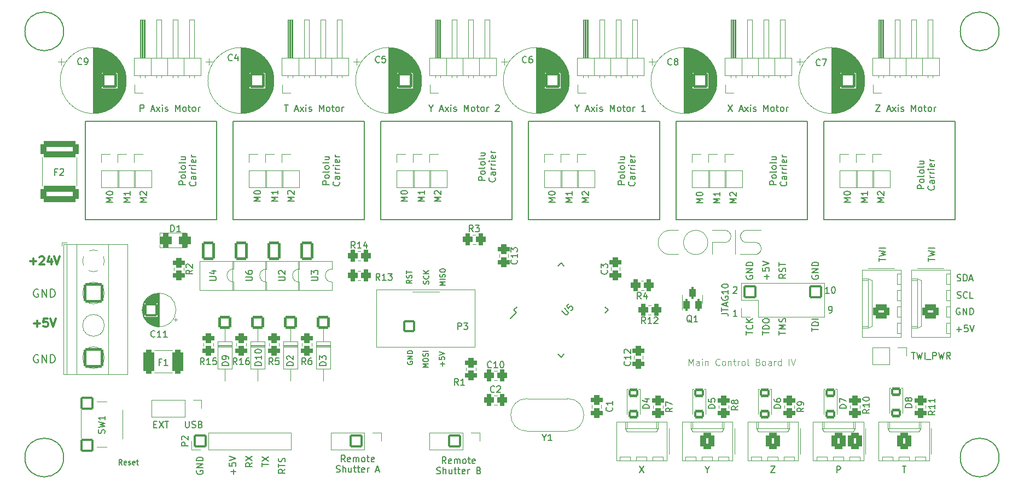
<source format=gto>
G04 #@! TF.GenerationSoftware,KiCad,Pcbnew,(6.0.1)*
G04 #@! TF.CreationDate,2022-01-24T13:46:14-05:00*
G04 #@! TF.ProjectId,copis_electronics,636f7069-735f-4656-9c65-6374726f6e69,rev?*
G04 #@! TF.SameCoordinates,Original*
G04 #@! TF.FileFunction,Legend,Top*
G04 #@! TF.FilePolarity,Positive*
%FSLAX46Y46*%
G04 Gerber Fmt 4.6, Leading zero omitted, Abs format (unit mm)*
G04 Created by KiCad (PCBNEW (6.0.1)) date 2022-01-24 13:46:14*
%MOMM*%
%LPD*%
G01*
G04 APERTURE LIST*
G04 Aperture macros list*
%AMRoundRect*
0 Rectangle with rounded corners*
0 $1 Rounding radius*
0 $2 $3 $4 $5 $6 $7 $8 $9 X,Y pos of 4 corners*
0 Add a 4 corners polygon primitive as box body*
4,1,4,$2,$3,$4,$5,$6,$7,$8,$9,$2,$3,0*
0 Add four circle primitives for the rounded corners*
1,1,$1+$1,$2,$3*
1,1,$1+$1,$4,$5*
1,1,$1+$1,$6,$7*
1,1,$1+$1,$8,$9*
0 Add four rect primitives between the rounded corners*
20,1,$1+$1,$2,$3,$4,$5,0*
20,1,$1+$1,$4,$5,$6,$7,0*
20,1,$1+$1,$6,$7,$8,$9,0*
20,1,$1+$1,$8,$9,$2,$3,0*%
G04 Aperture macros list end*
%ADD10C,0.150000*%
%ADD11C,0.000500*%
%ADD12C,0.300000*%
%ADD13C,0.035000*%
%ADD14C,0.120000*%
%ADD15C,1.524000*%
%ADD16C,1.924000*%
%ADD17O,2.100000X2.100000*%
%ADD18RoundRect,0.450000X-0.350000X-0.450000X0.350000X-0.450000X0.350000X0.450000X-0.350000X0.450000X0*%
%ADD19O,2.140000X2.590000*%
%ADD20RoundRect,0.450000X0.620000X0.845000X-0.620000X0.845000X-0.620000X-0.845000X0.620000X-0.845000X0*%
%ADD21RoundRect,0.200000X-0.335876X-0.724784X0.724784X0.335876X0.335876X0.724784X-0.724784X-0.335876X0*%
%ADD22RoundRect,0.200000X0.724784X-0.335876X-0.335876X0.724784X-0.724784X0.335876X0.335876X-0.724784X0*%
%ADD23C,3.000000*%
%ADD24RoundRect,0.200000X-1.300000X1.300000X-1.300000X-1.300000X1.300000X-1.300000X1.300000X1.300000X0*%
%ADD25RoundRect,0.450000X0.450000X-0.350000X0.450000X0.350000X-0.450000X0.350000X-0.450000X-0.350000X0*%
%ADD26RoundRect,0.450000X0.450000X-0.325000X0.450000X0.325000X-0.450000X0.325000X-0.450000X-0.325000X0*%
%ADD27RoundRect,0.200000X-0.800000X0.800000X-0.800000X-0.800000X0.800000X-0.800000X0.800000X0.800000X0*%
%ADD28O,2.000000X2.000000*%
%ADD29RoundRect,0.200000X0.850000X-0.850000X0.850000X0.850000X-0.850000X0.850000X-0.850000X-0.850000X0*%
%ADD30RoundRect,0.450000X-0.325000X-0.450000X0.325000X-0.450000X0.325000X0.450000X-0.325000X0.450000X0*%
%ADD31RoundRect,0.200000X-0.762000X-0.762000X0.762000X-0.762000X0.762000X0.762000X-0.762000X0.762000X0*%
%ADD32RoundRect,0.450000X-0.450000X0.350000X-0.450000X-0.350000X0.450000X-0.350000X0.450000X0.350000X0*%
%ADD33RoundRect,0.200000X-1.000000X-1.000000X1.000000X-1.000000X1.000000X1.000000X-1.000000X1.000000X0*%
%ADD34C,2.400000*%
%ADD35RoundRect,0.200000X-0.850000X0.850000X-0.850000X-0.850000X0.850000X-0.850000X0.850000X0.850000X0*%
%ADD36C,2.000000*%
%ADD37C,1.900000*%
%ADD38O,2.590000X2.140000*%
%ADD39RoundRect,0.450000X-0.845000X0.620000X-0.845000X-0.620000X0.845000X-0.620000X0.845000X0.620000X0*%
%ADD40RoundRect,0.450000X-0.450000X0.325000X-0.450000X-0.325000X0.450000X-0.325000X0.450000X0.325000X0*%
%ADD41RoundRect,0.450001X-0.462499X-0.624999X0.462499X-0.624999X0.462499X0.624999X-0.462499X0.624999X0*%
%ADD42RoundRect,0.200000X-0.600000X0.450000X-0.600000X-0.450000X0.600000X-0.450000X0.600000X0.450000X0*%
%ADD43RoundRect,0.450000X0.350000X0.450000X-0.350000X0.450000X-0.350000X-0.450000X0.350000X-0.450000X0*%
%ADD44RoundRect,0.350000X0.150000X-0.587500X0.150000X0.587500X-0.150000X0.587500X-0.150000X-0.587500X0*%
%ADD45O,2.000000X2.800000*%
%ADD46RoundRect,0.200000X-0.800000X1.200000X-0.800000X-1.200000X0.800000X-1.200000X0.800000X1.200000X0*%
%ADD47RoundRect,0.450001X-2.474999X0.799999X-2.474999X-0.799999X2.474999X-0.799999X2.474999X0.799999X0*%
%ADD48RoundRect,0.450000X-0.400000X-1.450000X0.400000X-1.450000X0.400000X1.450000X-0.400000X1.450000X0*%
G04 APERTURE END LIST*
D10*
X174712380Y-86909247D02*
X175426666Y-86909247D01*
X175569523Y-86956866D01*
X175664761Y-87052104D01*
X175712380Y-87194961D01*
X175712380Y-87290200D01*
X174712380Y-86575914D02*
X174712380Y-86004485D01*
X175712380Y-86290200D02*
X174712380Y-86290200D01*
X175426666Y-85718771D02*
X175426666Y-85242580D01*
X175712380Y-85814009D02*
X174712380Y-85480676D01*
X175712380Y-85147342D01*
X174760000Y-84290200D02*
X174712380Y-84385438D01*
X174712380Y-84528295D01*
X174760000Y-84671152D01*
X174855238Y-84766390D01*
X174950476Y-84814009D01*
X175140952Y-84861628D01*
X175283809Y-84861628D01*
X175474285Y-84814009D01*
X175569523Y-84766390D01*
X175664761Y-84671152D01*
X175712380Y-84528295D01*
X175712380Y-84433057D01*
X175664761Y-84290200D01*
X175617142Y-84242580D01*
X175283809Y-84242580D01*
X175283809Y-84433057D01*
X175712380Y-83290200D02*
X175712380Y-83861628D01*
X175712380Y-83575914D02*
X174712380Y-83575914D01*
X174855238Y-83671152D01*
X174950476Y-83766390D01*
X174998095Y-83861628D01*
X174712380Y-82671152D02*
X174712380Y-82575914D01*
X174760000Y-82480676D01*
X174807619Y-82433057D01*
X174902857Y-82385438D01*
X175093333Y-82337819D01*
X175331428Y-82337819D01*
X175521904Y-82385438D01*
X175617142Y-82433057D01*
X175664761Y-82480676D01*
X175712380Y-82575914D01*
X175712380Y-82671152D01*
X175664761Y-82766390D01*
X175617142Y-82814009D01*
X175521904Y-82861628D01*
X175331428Y-82909247D01*
X175093333Y-82909247D01*
X174902857Y-82861628D01*
X174807619Y-82814009D01*
X174760000Y-82766390D01*
X174712380Y-82671152D01*
X211058285Y-89352428D02*
X211820190Y-89352428D01*
X211439238Y-89733380D02*
X211439238Y-88971476D01*
X212772571Y-88733380D02*
X212296380Y-88733380D01*
X212248761Y-89209571D01*
X212296380Y-89161952D01*
X212391619Y-89114333D01*
X212629714Y-89114333D01*
X212724952Y-89161952D01*
X212772571Y-89209571D01*
X212820190Y-89304809D01*
X212820190Y-89542904D01*
X212772571Y-89638142D01*
X212724952Y-89685761D01*
X212629714Y-89733380D01*
X212391619Y-89733380D01*
X212296380Y-89685761D01*
X212248761Y-89638142D01*
X213105904Y-88733380D02*
X213439238Y-89733380D01*
X213772571Y-88733380D01*
X211582095Y-86114000D02*
X211486857Y-86066380D01*
X211344000Y-86066380D01*
X211201142Y-86114000D01*
X211105904Y-86209238D01*
X211058285Y-86304476D01*
X211010666Y-86494952D01*
X211010666Y-86637809D01*
X211058285Y-86828285D01*
X211105904Y-86923523D01*
X211201142Y-87018761D01*
X211344000Y-87066380D01*
X211439238Y-87066380D01*
X211582095Y-87018761D01*
X211629714Y-86971142D01*
X211629714Y-86637809D01*
X211439238Y-86637809D01*
X212058285Y-87066380D02*
X212058285Y-86066380D01*
X212629714Y-87066380D01*
X212629714Y-86066380D01*
X213105904Y-87066380D02*
X213105904Y-86066380D01*
X213344000Y-86066380D01*
X213486857Y-86114000D01*
X213582095Y-86209238D01*
X213629714Y-86304476D01*
X213677333Y-86494952D01*
X213677333Y-86637809D01*
X213629714Y-86828285D01*
X213582095Y-86923523D01*
X213486857Y-87018761D01*
X213344000Y-87066380D01*
X213105904Y-87066380D01*
X211153523Y-84478761D02*
X211296380Y-84526380D01*
X211534476Y-84526380D01*
X211629714Y-84478761D01*
X211677333Y-84431142D01*
X211724952Y-84335904D01*
X211724952Y-84240666D01*
X211677333Y-84145428D01*
X211629714Y-84097809D01*
X211534476Y-84050190D01*
X211344000Y-84002571D01*
X211248761Y-83954952D01*
X211201142Y-83907333D01*
X211153523Y-83812095D01*
X211153523Y-83716857D01*
X211201142Y-83621619D01*
X211248761Y-83574000D01*
X211344000Y-83526380D01*
X211582095Y-83526380D01*
X211724952Y-83574000D01*
X212724952Y-84431142D02*
X212677333Y-84478761D01*
X212534476Y-84526380D01*
X212439238Y-84526380D01*
X212296380Y-84478761D01*
X212201142Y-84383523D01*
X212153523Y-84288285D01*
X212105904Y-84097809D01*
X212105904Y-83954952D01*
X212153523Y-83764476D01*
X212201142Y-83669238D01*
X212296380Y-83574000D01*
X212439238Y-83526380D01*
X212534476Y-83526380D01*
X212677333Y-83574000D01*
X212724952Y-83621619D01*
X213629714Y-84526380D02*
X213153523Y-84526380D01*
X213153523Y-83526380D01*
X211129714Y-81811761D02*
X211272571Y-81859380D01*
X211510666Y-81859380D01*
X211605904Y-81811761D01*
X211653523Y-81764142D01*
X211701142Y-81668904D01*
X211701142Y-81573666D01*
X211653523Y-81478428D01*
X211605904Y-81430809D01*
X211510666Y-81383190D01*
X211320190Y-81335571D01*
X211224952Y-81287952D01*
X211177333Y-81240333D01*
X211129714Y-81145095D01*
X211129714Y-81049857D01*
X211177333Y-80954619D01*
X211224952Y-80907000D01*
X211320190Y-80859380D01*
X211558285Y-80859380D01*
X211701142Y-80907000D01*
X212129714Y-81859380D02*
X212129714Y-80859380D01*
X212367809Y-80859380D01*
X212510666Y-80907000D01*
X212605904Y-81002238D01*
X212653523Y-81097476D01*
X212701142Y-81287952D01*
X212701142Y-81430809D01*
X212653523Y-81621285D01*
X212605904Y-81716523D01*
X212510666Y-81811761D01*
X212367809Y-81859380D01*
X212129714Y-81859380D01*
X213082095Y-81573666D02*
X213558285Y-81573666D01*
X212986857Y-81859380D02*
X213320190Y-80859380D01*
X213653523Y-81859380D01*
X199842380Y-69643523D02*
X198842380Y-69643523D01*
X199556666Y-69310190D01*
X198842380Y-68976857D01*
X199842380Y-68976857D01*
X198937619Y-68548285D02*
X198890000Y-68500666D01*
X198842380Y-68405428D01*
X198842380Y-68167333D01*
X198890000Y-68072095D01*
X198937619Y-68024476D01*
X199032857Y-67976857D01*
X199128095Y-67976857D01*
X199270952Y-68024476D01*
X199842380Y-68595904D01*
X199842380Y-67976857D01*
X197302380Y-69643523D02*
X196302380Y-69643523D01*
X197016666Y-69310190D01*
X196302380Y-68976857D01*
X197302380Y-68976857D01*
X197302380Y-67976857D02*
X197302380Y-68548285D01*
X197302380Y-68262571D02*
X196302380Y-68262571D01*
X196445238Y-68357809D01*
X196540476Y-68453047D01*
X196588095Y-68548285D01*
X194635380Y-69643523D02*
X193635380Y-69643523D01*
X194349666Y-69310190D01*
X193635380Y-68976857D01*
X194635380Y-68976857D01*
X193635380Y-68310190D02*
X193635380Y-68214952D01*
X193683000Y-68119714D01*
X193730619Y-68072095D01*
X193825857Y-68024476D01*
X194016333Y-67976857D01*
X194254428Y-67976857D01*
X194444904Y-68024476D01*
X194540142Y-68072095D01*
X194587761Y-68119714D01*
X194635380Y-68214952D01*
X194635380Y-68310190D01*
X194587761Y-68405428D01*
X194540142Y-68453047D01*
X194444904Y-68500666D01*
X194254428Y-68548285D01*
X194016333Y-68548285D01*
X193825857Y-68500666D01*
X193730619Y-68453047D01*
X193683000Y-68405428D01*
X193635380Y-68310190D01*
X176982380Y-69770523D02*
X175982380Y-69770523D01*
X176696666Y-69437190D01*
X175982380Y-69103857D01*
X176982380Y-69103857D01*
X176077619Y-68675285D02*
X176030000Y-68627666D01*
X175982380Y-68532428D01*
X175982380Y-68294333D01*
X176030000Y-68199095D01*
X176077619Y-68151476D01*
X176172857Y-68103857D01*
X176268095Y-68103857D01*
X176410952Y-68151476D01*
X176982380Y-68722904D01*
X176982380Y-68103857D01*
X174442380Y-69770523D02*
X173442380Y-69770523D01*
X174156666Y-69437190D01*
X173442380Y-69103857D01*
X174442380Y-69103857D01*
X174442380Y-68103857D02*
X174442380Y-68675285D01*
X174442380Y-68389571D02*
X173442380Y-68389571D01*
X173585238Y-68484809D01*
X173680476Y-68580047D01*
X173728095Y-68675285D01*
X171775380Y-69770523D02*
X170775380Y-69770523D01*
X171489666Y-69437190D01*
X170775380Y-69103857D01*
X171775380Y-69103857D01*
X170775380Y-68437190D02*
X170775380Y-68341952D01*
X170823000Y-68246714D01*
X170870619Y-68199095D01*
X170965857Y-68151476D01*
X171156333Y-68103857D01*
X171394428Y-68103857D01*
X171584904Y-68151476D01*
X171680142Y-68199095D01*
X171727761Y-68246714D01*
X171775380Y-68341952D01*
X171775380Y-68437190D01*
X171727761Y-68532428D01*
X171680142Y-68580047D01*
X171584904Y-68627666D01*
X171394428Y-68675285D01*
X171156333Y-68675285D01*
X170965857Y-68627666D01*
X170870619Y-68580047D01*
X170823000Y-68532428D01*
X170775380Y-68437190D01*
X154122380Y-69643523D02*
X153122380Y-69643523D01*
X153836666Y-69310190D01*
X153122380Y-68976857D01*
X154122380Y-68976857D01*
X153217619Y-68548285D02*
X153170000Y-68500666D01*
X153122380Y-68405428D01*
X153122380Y-68167333D01*
X153170000Y-68072095D01*
X153217619Y-68024476D01*
X153312857Y-67976857D01*
X153408095Y-67976857D01*
X153550952Y-68024476D01*
X154122380Y-68595904D01*
X154122380Y-67976857D01*
X151582380Y-69643523D02*
X150582380Y-69643523D01*
X151296666Y-69310190D01*
X150582380Y-68976857D01*
X151582380Y-68976857D01*
X151582380Y-67976857D02*
X151582380Y-68548285D01*
X151582380Y-68262571D02*
X150582380Y-68262571D01*
X150725238Y-68357809D01*
X150820476Y-68453047D01*
X150868095Y-68548285D01*
X148915380Y-69643523D02*
X147915380Y-69643523D01*
X148629666Y-69310190D01*
X147915380Y-68976857D01*
X148915380Y-68976857D01*
X147915380Y-68310190D02*
X147915380Y-68214952D01*
X147963000Y-68119714D01*
X148010619Y-68072095D01*
X148105857Y-68024476D01*
X148296333Y-67976857D01*
X148534428Y-67976857D01*
X148724904Y-68024476D01*
X148820142Y-68072095D01*
X148867761Y-68119714D01*
X148915380Y-68214952D01*
X148915380Y-68310190D01*
X148867761Y-68405428D01*
X148820142Y-68453047D01*
X148724904Y-68500666D01*
X148534428Y-68548285D01*
X148296333Y-68548285D01*
X148105857Y-68500666D01*
X148010619Y-68453047D01*
X147963000Y-68405428D01*
X147915380Y-68310190D01*
X85669380Y-69643523D02*
X84669380Y-69643523D01*
X85383666Y-69310190D01*
X84669380Y-68976857D01*
X85669380Y-68976857D01*
X84764619Y-68548285D02*
X84717000Y-68500666D01*
X84669380Y-68405428D01*
X84669380Y-68167333D01*
X84717000Y-68072095D01*
X84764619Y-68024476D01*
X84859857Y-67976857D01*
X84955095Y-67976857D01*
X85097952Y-68024476D01*
X85669380Y-68595904D01*
X85669380Y-67976857D01*
X83129380Y-69643523D02*
X82129380Y-69643523D01*
X82843666Y-69310190D01*
X82129380Y-68976857D01*
X83129380Y-68976857D01*
X83129380Y-67976857D02*
X83129380Y-68548285D01*
X83129380Y-68262571D02*
X82129380Y-68262571D01*
X82272238Y-68357809D01*
X82367476Y-68453047D01*
X82415095Y-68548285D01*
X80462380Y-69643523D02*
X79462380Y-69643523D01*
X80176666Y-69310190D01*
X79462380Y-68976857D01*
X80462380Y-68976857D01*
X79462380Y-68310190D02*
X79462380Y-68214952D01*
X79510000Y-68119714D01*
X79557619Y-68072095D01*
X79652857Y-68024476D01*
X79843333Y-67976857D01*
X80081428Y-67976857D01*
X80271904Y-68024476D01*
X80367142Y-68072095D01*
X80414761Y-68119714D01*
X80462380Y-68214952D01*
X80462380Y-68310190D01*
X80414761Y-68405428D01*
X80367142Y-68453047D01*
X80271904Y-68500666D01*
X80081428Y-68548285D01*
X79843333Y-68548285D01*
X79652857Y-68500666D01*
X79557619Y-68453047D01*
X79510000Y-68405428D01*
X79462380Y-68310190D01*
X108529380Y-69516523D02*
X107529380Y-69516523D01*
X108243666Y-69183190D01*
X107529380Y-68849857D01*
X108529380Y-68849857D01*
X107624619Y-68421285D02*
X107577000Y-68373666D01*
X107529380Y-68278428D01*
X107529380Y-68040333D01*
X107577000Y-67945095D01*
X107624619Y-67897476D01*
X107719857Y-67849857D01*
X107815095Y-67849857D01*
X107957952Y-67897476D01*
X108529380Y-68468904D01*
X108529380Y-67849857D01*
X105989380Y-69516523D02*
X104989380Y-69516523D01*
X105703666Y-69183190D01*
X104989380Y-68849857D01*
X105989380Y-68849857D01*
X105989380Y-67849857D02*
X105989380Y-68421285D01*
X105989380Y-68135571D02*
X104989380Y-68135571D01*
X105132238Y-68230809D01*
X105227476Y-68326047D01*
X105275095Y-68421285D01*
X103322380Y-69516523D02*
X102322380Y-69516523D01*
X103036666Y-69183190D01*
X102322380Y-68849857D01*
X103322380Y-68849857D01*
X102322380Y-68183190D02*
X102322380Y-68087952D01*
X102370000Y-67992714D01*
X102417619Y-67945095D01*
X102512857Y-67897476D01*
X102703333Y-67849857D01*
X102941428Y-67849857D01*
X103131904Y-67897476D01*
X103227142Y-67945095D01*
X103274761Y-67992714D01*
X103322380Y-68087952D01*
X103322380Y-68183190D01*
X103274761Y-68278428D01*
X103227142Y-68326047D01*
X103131904Y-68373666D01*
X102941428Y-68421285D01*
X102703333Y-68421285D01*
X102512857Y-68373666D01*
X102417619Y-68326047D01*
X102370000Y-68278428D01*
X102322380Y-68183190D01*
X131262380Y-69516523D02*
X130262380Y-69516523D01*
X130976666Y-69183190D01*
X130262380Y-68849857D01*
X131262380Y-68849857D01*
X130357619Y-68421285D02*
X130310000Y-68373666D01*
X130262380Y-68278428D01*
X130262380Y-68040333D01*
X130310000Y-67945095D01*
X130357619Y-67897476D01*
X130452857Y-67849857D01*
X130548095Y-67849857D01*
X130690952Y-67897476D01*
X131262380Y-68468904D01*
X131262380Y-67849857D01*
X128722380Y-69516523D02*
X127722380Y-69516523D01*
X128436666Y-69183190D01*
X127722380Y-68849857D01*
X128722380Y-68849857D01*
X128722380Y-67849857D02*
X128722380Y-68421285D01*
X128722380Y-68135571D02*
X127722380Y-68135571D01*
X127865238Y-68230809D01*
X127960476Y-68326047D01*
X128008095Y-68421285D01*
X126055380Y-69516523D02*
X125055380Y-69516523D01*
X125769666Y-69183190D01*
X125055380Y-68849857D01*
X126055380Y-68849857D01*
X125055380Y-68183190D02*
X125055380Y-68087952D01*
X125103000Y-67992714D01*
X125150619Y-67945095D01*
X125245857Y-67897476D01*
X125436333Y-67849857D01*
X125674428Y-67849857D01*
X125864904Y-67897476D01*
X125960142Y-67945095D01*
X126007761Y-67992714D01*
X126055380Y-68087952D01*
X126055380Y-68183190D01*
X126007761Y-68278428D01*
X125960142Y-68326047D01*
X125864904Y-68373666D01*
X125674428Y-68421285D01*
X125436333Y-68421285D01*
X125245857Y-68373666D01*
X125150619Y-68326047D01*
X125103000Y-68278428D01*
X125055380Y-68183190D01*
X178522380Y-90185714D02*
X178522380Y-89614285D01*
X179522380Y-89900000D02*
X178522380Y-89900000D01*
X179427142Y-88709523D02*
X179474761Y-88757142D01*
X179522380Y-88900000D01*
X179522380Y-88995238D01*
X179474761Y-89138095D01*
X179379523Y-89233333D01*
X179284285Y-89280952D01*
X179093809Y-89328571D01*
X178950952Y-89328571D01*
X178760476Y-89280952D01*
X178665238Y-89233333D01*
X178570000Y-89138095D01*
X178522380Y-88995238D01*
X178522380Y-88900000D01*
X178570000Y-88757142D01*
X178617619Y-88709523D01*
X179522380Y-88280952D02*
X178522380Y-88280952D01*
X179522380Y-87709523D02*
X178950952Y-88138095D01*
X178522380Y-87709523D02*
X179093809Y-88280952D01*
X191325523Y-86812380D02*
X191516000Y-86812380D01*
X191611238Y-86764761D01*
X191658857Y-86717142D01*
X191754095Y-86574285D01*
X191801714Y-86383809D01*
X191801714Y-86002857D01*
X191754095Y-85907619D01*
X191706476Y-85860000D01*
X191611238Y-85812380D01*
X191420761Y-85812380D01*
X191325523Y-85860000D01*
X191277904Y-85907619D01*
X191230285Y-86002857D01*
X191230285Y-86240952D01*
X191277904Y-86336190D01*
X191325523Y-86383809D01*
X191420761Y-86431428D01*
X191611238Y-86431428D01*
X191706476Y-86383809D01*
X191754095Y-86336190D01*
X191801714Y-86240952D01*
X191325523Y-83764380D02*
X190754095Y-83764380D01*
X191039809Y-83764380D02*
X191039809Y-82764380D01*
X190944571Y-82907238D01*
X190849333Y-83002476D01*
X190754095Y-83050095D01*
X191944571Y-82764380D02*
X192039809Y-82764380D01*
X192135047Y-82812000D01*
X192182666Y-82859619D01*
X192230285Y-82954857D01*
X192277904Y-83145333D01*
X192277904Y-83383428D01*
X192230285Y-83573904D01*
X192182666Y-83669142D01*
X192135047Y-83716761D01*
X192039809Y-83764380D01*
X191944571Y-83764380D01*
X191849333Y-83716761D01*
X191801714Y-83669142D01*
X191754095Y-83573904D01*
X191706476Y-83383428D01*
X191706476Y-83145333D01*
X191754095Y-82954857D01*
X191801714Y-82859619D01*
X191849333Y-82812000D01*
X191944571Y-82764380D01*
X176498285Y-82859619D02*
X176545904Y-82812000D01*
X176641142Y-82764380D01*
X176879238Y-82764380D01*
X176974476Y-82812000D01*
X177022095Y-82859619D01*
X177069714Y-82954857D01*
X177069714Y-83050095D01*
X177022095Y-83192952D01*
X176450666Y-83764380D01*
X177069714Y-83764380D01*
X188682380Y-89669809D02*
X188682380Y-89098380D01*
X189682380Y-89384095D02*
X188682380Y-89384095D01*
X189682380Y-88765047D02*
X188682380Y-88765047D01*
X188682380Y-88526952D01*
X188730000Y-88384095D01*
X188825238Y-88288857D01*
X188920476Y-88241238D01*
X189110952Y-88193619D01*
X189253809Y-88193619D01*
X189444285Y-88241238D01*
X189539523Y-88288857D01*
X189634761Y-88384095D01*
X189682380Y-88526952D01*
X189682380Y-88765047D01*
X189682380Y-87765047D02*
X188682380Y-87765047D01*
X183602380Y-90233333D02*
X183602380Y-89661904D01*
X184602380Y-89947619D02*
X183602380Y-89947619D01*
X184602380Y-89328571D02*
X183602380Y-89328571D01*
X184316666Y-88995238D01*
X183602380Y-88661904D01*
X184602380Y-88661904D01*
X184554761Y-88233333D02*
X184602380Y-88090476D01*
X184602380Y-87852380D01*
X184554761Y-87757142D01*
X184507142Y-87709523D01*
X184411904Y-87661904D01*
X184316666Y-87661904D01*
X184221428Y-87709523D01*
X184173809Y-87757142D01*
X184126190Y-87852380D01*
X184078571Y-88042857D01*
X184030952Y-88138095D01*
X183983333Y-88185714D01*
X183888095Y-88233333D01*
X183792857Y-88233333D01*
X183697619Y-88185714D01*
X183650000Y-88138095D01*
X183602380Y-88042857D01*
X183602380Y-87804761D01*
X183650000Y-87661904D01*
X181062380Y-90209523D02*
X181062380Y-89638095D01*
X182062380Y-89923809D02*
X181062380Y-89923809D01*
X182062380Y-89304761D02*
X181062380Y-89304761D01*
X181062380Y-89066666D01*
X181110000Y-88923809D01*
X181205238Y-88828571D01*
X181300476Y-88780952D01*
X181490952Y-88733333D01*
X181633809Y-88733333D01*
X181824285Y-88780952D01*
X181919523Y-88828571D01*
X182014761Y-88923809D01*
X182062380Y-89066666D01*
X182062380Y-89304761D01*
X181062380Y-88114285D02*
X181062380Y-87923809D01*
X181110000Y-87828571D01*
X181205238Y-87733333D01*
X181395714Y-87685714D01*
X181729047Y-87685714D01*
X181919523Y-87733333D01*
X182014761Y-87828571D01*
X182062380Y-87923809D01*
X182062380Y-88114285D01*
X182014761Y-88209523D01*
X181919523Y-88304761D01*
X181729047Y-88352380D01*
X181395714Y-88352380D01*
X181205238Y-88304761D01*
X181110000Y-88209523D01*
X181062380Y-88114285D01*
X177069714Y-87320380D02*
X176498285Y-87320380D01*
X176784000Y-87320380D02*
X176784000Y-86320380D01*
X176688761Y-86463238D01*
X176593523Y-86558476D01*
X176498285Y-86606095D01*
X181681428Y-81549714D02*
X181681428Y-80787809D01*
X182062380Y-81168761D02*
X181300476Y-81168761D01*
X181062380Y-79835428D02*
X181062380Y-80311619D01*
X181538571Y-80359238D01*
X181490952Y-80311619D01*
X181443333Y-80216380D01*
X181443333Y-79978285D01*
X181490952Y-79883047D01*
X181538571Y-79835428D01*
X181633809Y-79787809D01*
X181871904Y-79787809D01*
X181967142Y-79835428D01*
X182014761Y-79883047D01*
X182062380Y-79978285D01*
X182062380Y-80216380D01*
X182014761Y-80311619D01*
X181967142Y-80359238D01*
X181062380Y-79502095D02*
X182062380Y-79168761D01*
X181062380Y-78835428D01*
X184602380Y-80811619D02*
X184126190Y-81144952D01*
X184602380Y-81383047D02*
X183602380Y-81383047D01*
X183602380Y-81002095D01*
X183650000Y-80906857D01*
X183697619Y-80859238D01*
X183792857Y-80811619D01*
X183935714Y-80811619D01*
X184030952Y-80859238D01*
X184078571Y-80906857D01*
X184126190Y-81002095D01*
X184126190Y-81383047D01*
X184554761Y-80430666D02*
X184602380Y-80287809D01*
X184602380Y-80049714D01*
X184554761Y-79954476D01*
X184507142Y-79906857D01*
X184411904Y-79859238D01*
X184316666Y-79859238D01*
X184221428Y-79906857D01*
X184173809Y-79954476D01*
X184126190Y-80049714D01*
X184078571Y-80240190D01*
X184030952Y-80335428D01*
X183983333Y-80383047D01*
X183888095Y-80430666D01*
X183792857Y-80430666D01*
X183697619Y-80383047D01*
X183650000Y-80335428D01*
X183602380Y-80240190D01*
X183602380Y-80002095D01*
X183650000Y-79859238D01*
X183602380Y-79573523D02*
X183602380Y-79002095D01*
X184602380Y-79287809D02*
X183602380Y-79287809D01*
X178570000Y-81025904D02*
X178522380Y-81121142D01*
X178522380Y-81264000D01*
X178570000Y-81406857D01*
X178665238Y-81502095D01*
X178760476Y-81549714D01*
X178950952Y-81597333D01*
X179093809Y-81597333D01*
X179284285Y-81549714D01*
X179379523Y-81502095D01*
X179474761Y-81406857D01*
X179522380Y-81264000D01*
X179522380Y-81168761D01*
X179474761Y-81025904D01*
X179427142Y-80978285D01*
X179093809Y-80978285D01*
X179093809Y-81168761D01*
X179522380Y-80549714D02*
X178522380Y-80549714D01*
X179522380Y-79978285D01*
X178522380Y-79978285D01*
X179522380Y-79502095D02*
X178522380Y-79502095D01*
X178522380Y-79264000D01*
X178570000Y-79121142D01*
X178665238Y-79025904D01*
X178760476Y-78978285D01*
X178950952Y-78930666D01*
X179093809Y-78930666D01*
X179284285Y-78978285D01*
X179379523Y-79025904D01*
X179474761Y-79121142D01*
X179522380Y-79264000D01*
X179522380Y-79502095D01*
X188730000Y-81025904D02*
X188682380Y-81121142D01*
X188682380Y-81264000D01*
X188730000Y-81406857D01*
X188825238Y-81502095D01*
X188920476Y-81549714D01*
X189110952Y-81597333D01*
X189253809Y-81597333D01*
X189444285Y-81549714D01*
X189539523Y-81502095D01*
X189634761Y-81406857D01*
X189682380Y-81264000D01*
X189682380Y-81168761D01*
X189634761Y-81025904D01*
X189587142Y-80978285D01*
X189253809Y-80978285D01*
X189253809Y-81168761D01*
X189682380Y-80549714D02*
X188682380Y-80549714D01*
X189682380Y-79978285D01*
X188682380Y-79978285D01*
X189682380Y-79502095D02*
X188682380Y-79502095D01*
X188682380Y-79264000D01*
X188730000Y-79121142D01*
X188825238Y-79025904D01*
X188920476Y-78978285D01*
X189110952Y-78930666D01*
X189253809Y-78930666D01*
X189444285Y-78978285D01*
X189539523Y-79025904D01*
X189634761Y-79121142D01*
X189682380Y-79264000D01*
X189682380Y-79502095D01*
X72850000Y-109220000D02*
G75*
G03*
X72850000Y-109220000I-3000000J0D01*
G01*
X217630000Y-43180000D02*
G75*
G03*
X217630000Y-43180000I-3000000J0D01*
G01*
D11*
X173269500Y-77724000D02*
X173269500Y-75849000D01*
X176082000Y-74911500D02*
X176080780Y-74959753D01*
X176077160Y-75007371D01*
X176071200Y-75054296D01*
X176062957Y-75100469D01*
X176052491Y-75145831D01*
X176039861Y-75190323D01*
X176025124Y-75233887D01*
X176008341Y-75276462D01*
X175989570Y-75317992D01*
X175968870Y-75358416D01*
X175946300Y-75397675D01*
X175921918Y-75435712D01*
X175895783Y-75472467D01*
X175867955Y-75507881D01*
X175838492Y-75541896D01*
X175807453Y-75574453D01*
X175774896Y-75605492D01*
X175740881Y-75634955D01*
X175705467Y-75662783D01*
X175668712Y-75688918D01*
X175630675Y-75713300D01*
X175591416Y-75735870D01*
X175550992Y-75756570D01*
X175509462Y-75775341D01*
X175466887Y-75792124D01*
X175423323Y-75806861D01*
X175378831Y-75819491D01*
X175333469Y-75829957D01*
X175287296Y-75838200D01*
X175240371Y-75844160D01*
X175192753Y-75847780D01*
X175144500Y-75849000D01*
X164832000Y-75849000D02*
X164834440Y-75752526D01*
X164841682Y-75657318D01*
X164853608Y-75563492D01*
X164870099Y-75471167D01*
X164891039Y-75380461D01*
X164916309Y-75291491D01*
X164945792Y-75204375D01*
X164979369Y-75119232D01*
X165016922Y-75036179D01*
X165058334Y-74955334D01*
X165103487Y-74876814D01*
X165152262Y-74800739D01*
X165204542Y-74727225D01*
X165260210Y-74656391D01*
X165319146Y-74588355D01*
X165381234Y-74523234D01*
X165446355Y-74461146D01*
X165514391Y-74402210D01*
X165585225Y-74346542D01*
X165658739Y-74294262D01*
X165734814Y-74245487D01*
X165813334Y-74200334D01*
X165894179Y-74158922D01*
X165977232Y-74121369D01*
X166062375Y-74087792D01*
X166149491Y-74058309D01*
X166238461Y-74033039D01*
X166329167Y-74012099D01*
X166421492Y-73995608D01*
X166515318Y-73983682D01*
X166610526Y-73976440D01*
X166707000Y-73974000D01*
X180769500Y-76786500D02*
X180768280Y-76834753D01*
X180764660Y-76882371D01*
X180758700Y-76929296D01*
X180750457Y-76975469D01*
X180739991Y-77020831D01*
X180727361Y-77065323D01*
X180712624Y-77108887D01*
X180695841Y-77151462D01*
X180677070Y-77192992D01*
X180656370Y-77233416D01*
X180633800Y-77272675D01*
X180609418Y-77310712D01*
X180583283Y-77347467D01*
X180555455Y-77382881D01*
X180525992Y-77416896D01*
X180494953Y-77449453D01*
X180462396Y-77480492D01*
X180428381Y-77509955D01*
X180392967Y-77537783D01*
X180356212Y-77563918D01*
X180318175Y-77588300D01*
X180278916Y-77610870D01*
X180238492Y-77631570D01*
X180196962Y-77650341D01*
X180154387Y-77667124D01*
X180110823Y-77681861D01*
X180066331Y-77694491D01*
X180020969Y-77704957D01*
X179974796Y-77713200D01*
X179927871Y-77719160D01*
X179880253Y-77722780D01*
X179832000Y-77724000D01*
X179832000Y-75849000D02*
X179880253Y-75850220D01*
X179927871Y-75853843D01*
X179974796Y-75859808D01*
X180020969Y-75868057D01*
X180066331Y-75878531D01*
X180110823Y-75891171D01*
X180154387Y-75905917D01*
X180196962Y-75922710D01*
X180238492Y-75941493D01*
X180278916Y-75962204D01*
X180318175Y-75984787D01*
X180356212Y-76009180D01*
X180392967Y-76035326D01*
X180428381Y-76063165D01*
X180462396Y-76092638D01*
X180494953Y-76123687D01*
X180525992Y-76156252D01*
X180555455Y-76190273D01*
X180583283Y-76225693D01*
X180609418Y-76262452D01*
X180633800Y-76300490D01*
X180656370Y-76339750D01*
X180677070Y-76380171D01*
X180695841Y-76421695D01*
X180712624Y-76464262D01*
X180727361Y-76507815D01*
X180739991Y-76552293D01*
X180750457Y-76597637D01*
X180758700Y-76643789D01*
X180764660Y-76690690D01*
X180768280Y-76738279D01*
X180769500Y-76786500D01*
X178519500Y-75849000D02*
X178471246Y-75847780D01*
X178423628Y-75844160D01*
X178376703Y-75838200D01*
X178330530Y-75829957D01*
X178285168Y-75819491D01*
X178240676Y-75806861D01*
X178197112Y-75792124D01*
X178154537Y-75775341D01*
X178113007Y-75756570D01*
X178072583Y-75735870D01*
X178033324Y-75713300D01*
X177995287Y-75688918D01*
X177958532Y-75662783D01*
X177923118Y-75634955D01*
X177889103Y-75605492D01*
X177856546Y-75574453D01*
X177825507Y-75541896D01*
X177796044Y-75507881D01*
X177768216Y-75472467D01*
X177742081Y-75435712D01*
X177717699Y-75397675D01*
X177695129Y-75358416D01*
X177674429Y-75317992D01*
X177655658Y-75276462D01*
X177638875Y-75233887D01*
X177624138Y-75190323D01*
X177611508Y-75145831D01*
X177601042Y-75100469D01*
X177592799Y-75054296D01*
X177586839Y-75007371D01*
X177583219Y-74959753D01*
X177582000Y-74911500D01*
D10*
X217630000Y-109220000D02*
G75*
G03*
X217630000Y-109220000I-3000000J0D01*
G01*
X72850000Y-43180000D02*
G75*
G03*
X72850000Y-43180000I-3000000J0D01*
G01*
D11*
X166707000Y-77724000D02*
X166610526Y-77721560D01*
X166515318Y-77714321D01*
X166421492Y-77702400D01*
X166329167Y-77685915D01*
X166238461Y-77664983D01*
X166149491Y-77639722D01*
X166062375Y-77610249D01*
X165977232Y-77576683D01*
X165894179Y-77539141D01*
X165813334Y-77497741D01*
X165734814Y-77452600D01*
X165658739Y-77403836D01*
X165585225Y-77351567D01*
X165514391Y-77295910D01*
X165446355Y-77236984D01*
X165381234Y-77174906D01*
X165319146Y-77109793D01*
X165260210Y-77041763D01*
X165204542Y-76970935D01*
X165152262Y-76897425D01*
X165103487Y-76821351D01*
X165058334Y-76742832D01*
X165016922Y-76661984D01*
X164979369Y-76578925D01*
X164945792Y-76493774D01*
X164916309Y-76406647D01*
X164891039Y-76317663D01*
X164870099Y-76226939D01*
X164853608Y-76134593D01*
X164841682Y-76040743D01*
X164834440Y-75945506D01*
X164832000Y-75849000D01*
X170644500Y-73974000D02*
X170740973Y-73976440D01*
X170836181Y-73983682D01*
X170930007Y-73995608D01*
X171022332Y-74012099D01*
X171113038Y-74033039D01*
X171202008Y-74058309D01*
X171289124Y-74087792D01*
X171374267Y-74121369D01*
X171457320Y-74158922D01*
X171538165Y-74200334D01*
X171616685Y-74245487D01*
X171692760Y-74294262D01*
X171766274Y-74346542D01*
X171837108Y-74402210D01*
X171905144Y-74461146D01*
X171970265Y-74523234D01*
X172032353Y-74588355D01*
X172091289Y-74656391D01*
X172146957Y-74727225D01*
X172199237Y-74800739D01*
X172248012Y-74876814D01*
X172293165Y-74955334D01*
X172334577Y-75036179D01*
X172372130Y-75119232D01*
X172405707Y-75204375D01*
X172435190Y-75291491D01*
X172460460Y-75380461D01*
X172481400Y-75471167D01*
X172497891Y-75563492D01*
X172509817Y-75657318D01*
X172517059Y-75752526D01*
X172519500Y-75849000D01*
X168019500Y-73974000D02*
X166707000Y-73974000D01*
X177582000Y-77724000D02*
X178519500Y-77724000D01*
X176832000Y-73974000D02*
X176832000Y-77724000D01*
X177582000Y-74911500D02*
X177583219Y-74863279D01*
X177586839Y-74815690D01*
X177592799Y-74768789D01*
X177601042Y-74722637D01*
X177611508Y-74677293D01*
X177624138Y-74632815D01*
X177638875Y-74589262D01*
X177655658Y-74546695D01*
X177674429Y-74505171D01*
X177695129Y-74464750D01*
X177717699Y-74425490D01*
X177742081Y-74387452D01*
X177768216Y-74350693D01*
X177796044Y-74315273D01*
X177825507Y-74281252D01*
X177856546Y-74248687D01*
X177889103Y-74217638D01*
X177923118Y-74188165D01*
X177958532Y-74160326D01*
X177995287Y-74134180D01*
X178033324Y-74109787D01*
X178072583Y-74087204D01*
X178113007Y-74066493D01*
X178154537Y-74047710D01*
X178197112Y-74030917D01*
X178240676Y-74016171D01*
X178285168Y-74003531D01*
X178330530Y-73993057D01*
X178376703Y-73984808D01*
X178423628Y-73978843D01*
X178471246Y-73975220D01*
X178519500Y-73974000D01*
X178519500Y-75849000D02*
X179832000Y-75849000D01*
X172519500Y-75849000D02*
X172519500Y-75849000D01*
X168769500Y-75849000D02*
X168771940Y-75752526D01*
X168779182Y-75657318D01*
X168791108Y-75563492D01*
X168807599Y-75471167D01*
X168828539Y-75380461D01*
X168853809Y-75291491D01*
X168883292Y-75204375D01*
X168916869Y-75119232D01*
X168954422Y-75036179D01*
X168995834Y-74955334D01*
X169040987Y-74876814D01*
X169089762Y-74800739D01*
X169142042Y-74727225D01*
X169197710Y-74656391D01*
X169256646Y-74588355D01*
X169318734Y-74523234D01*
X169383855Y-74461146D01*
X169451891Y-74402210D01*
X169522725Y-74346542D01*
X169596239Y-74294262D01*
X169672314Y-74245487D01*
X169750834Y-74200334D01*
X169831679Y-74158922D01*
X169914732Y-74121369D01*
X169999875Y-74087792D01*
X170086991Y-74058309D01*
X170175961Y-74033039D01*
X170266667Y-74012099D01*
X170358992Y-73995608D01*
X170452818Y-73983682D01*
X170548026Y-73976440D01*
X170644500Y-73974000D01*
X180769500Y-73974000D02*
X179832000Y-73974000D01*
X173269500Y-75849000D02*
X175144500Y-75849000D01*
X170644500Y-77724000D02*
X170548026Y-77721560D01*
X170452818Y-77714321D01*
X170358992Y-77702400D01*
X170266667Y-77685915D01*
X170175961Y-77664983D01*
X170086991Y-77639722D01*
X169999875Y-77610249D01*
X169914732Y-77576683D01*
X169831679Y-77539141D01*
X169750834Y-77497741D01*
X169672314Y-77452600D01*
X169596239Y-77403836D01*
X169522725Y-77351567D01*
X169451891Y-77295910D01*
X169383855Y-77236984D01*
X169318734Y-77174906D01*
X169256646Y-77109793D01*
X169197710Y-77041763D01*
X169142042Y-76970935D01*
X169089762Y-76897425D01*
X169040987Y-76821351D01*
X168995834Y-76742832D01*
X168954422Y-76661984D01*
X168916869Y-76578925D01*
X168883292Y-76493774D01*
X168853809Y-76406647D01*
X168828539Y-76317663D01*
X168807599Y-76226939D01*
X168791108Y-76134593D01*
X168779182Y-76040743D01*
X168771940Y-75945506D01*
X168769500Y-75849000D01*
X175144500Y-73974000D02*
X175192753Y-73975220D01*
X175240371Y-73978843D01*
X175287296Y-73984808D01*
X175333469Y-73993057D01*
X175378831Y-74003531D01*
X175423323Y-74016171D01*
X175466887Y-74030917D01*
X175509462Y-74047710D01*
X175550992Y-74066493D01*
X175591416Y-74087204D01*
X175630675Y-74109787D01*
X175668712Y-74134180D01*
X175705467Y-74160326D01*
X175740881Y-74188165D01*
X175774896Y-74217638D01*
X175807453Y-74248687D01*
X175838492Y-74281252D01*
X175867955Y-74315273D01*
X175895783Y-74350693D01*
X175921918Y-74387452D01*
X175946300Y-74425490D01*
X175968870Y-74464750D01*
X175989570Y-74505171D01*
X176008341Y-74546695D01*
X176025124Y-74589262D01*
X176039861Y-74632815D01*
X176052491Y-74677293D01*
X176062957Y-74722637D01*
X176071200Y-74768789D01*
X176077160Y-74815690D01*
X176080780Y-74863279D01*
X176082000Y-74911500D01*
X172519500Y-75849000D02*
X172517059Y-75945506D01*
X172509817Y-76040743D01*
X172497891Y-76134593D01*
X172481400Y-76226939D01*
X172460460Y-76317663D01*
X172435190Y-76406647D01*
X172405707Y-76493774D01*
X172372130Y-76578925D01*
X172334577Y-76661984D01*
X172293165Y-76742832D01*
X172248012Y-76821351D01*
X172199237Y-76897425D01*
X172146957Y-76970935D01*
X172091289Y-77041763D01*
X172032353Y-77109793D01*
X171970265Y-77174906D01*
X171905144Y-77236984D01*
X171837108Y-77295910D01*
X171766274Y-77351567D01*
X171692760Y-77403836D01*
X171616685Y-77452600D01*
X171538165Y-77497741D01*
X171457320Y-77539141D01*
X171374267Y-77576683D01*
X171289124Y-77610249D01*
X171202008Y-77639722D01*
X171113038Y-77664983D01*
X171022332Y-77685915D01*
X170930007Y-77702400D01*
X170836181Y-77714321D01*
X170740973Y-77721560D01*
X170644500Y-77724000D01*
X168019500Y-77724000D02*
X166707000Y-77724000D01*
X179832000Y-73974000D02*
X178519500Y-73974000D01*
X173269500Y-73974000D02*
X175144500Y-73974000D01*
X178519500Y-77724000D02*
X179832000Y-77724000D01*
D12*
X67647619Y-78829285D02*
X68600000Y-78829285D01*
X68123809Y-79305476D02*
X68123809Y-78353095D01*
X69135714Y-78174523D02*
X69195238Y-78115000D01*
X69314285Y-78055476D01*
X69611904Y-78055476D01*
X69730952Y-78115000D01*
X69790476Y-78174523D01*
X69850000Y-78293571D01*
X69850000Y-78412619D01*
X69790476Y-78591190D01*
X69076190Y-79305476D01*
X69850000Y-79305476D01*
X70921428Y-78472142D02*
X70921428Y-79305476D01*
X70623809Y-77995952D02*
X70326190Y-78888809D01*
X71100000Y-78888809D01*
X71397619Y-78055476D02*
X71814285Y-79305476D01*
X72230952Y-78055476D01*
D10*
X206022380Y-67547857D02*
X205022380Y-67547857D01*
X205022380Y-67166904D01*
X205070000Y-67071666D01*
X205117619Y-67024047D01*
X205212857Y-66976428D01*
X205355714Y-66976428D01*
X205450952Y-67024047D01*
X205498571Y-67071666D01*
X205546190Y-67166904D01*
X205546190Y-67547857D01*
X206022380Y-66405000D02*
X205974761Y-66500238D01*
X205927142Y-66547857D01*
X205831904Y-66595476D01*
X205546190Y-66595476D01*
X205450952Y-66547857D01*
X205403333Y-66500238D01*
X205355714Y-66405000D01*
X205355714Y-66262142D01*
X205403333Y-66166904D01*
X205450952Y-66119285D01*
X205546190Y-66071666D01*
X205831904Y-66071666D01*
X205927142Y-66119285D01*
X205974761Y-66166904D01*
X206022380Y-66262142D01*
X206022380Y-66405000D01*
X206022380Y-65500238D02*
X205974761Y-65595476D01*
X205879523Y-65643095D01*
X205022380Y-65643095D01*
X206022380Y-64976428D02*
X205974761Y-65071666D01*
X205927142Y-65119285D01*
X205831904Y-65166904D01*
X205546190Y-65166904D01*
X205450952Y-65119285D01*
X205403333Y-65071666D01*
X205355714Y-64976428D01*
X205355714Y-64833571D01*
X205403333Y-64738333D01*
X205450952Y-64690714D01*
X205546190Y-64643095D01*
X205831904Y-64643095D01*
X205927142Y-64690714D01*
X205974761Y-64738333D01*
X206022380Y-64833571D01*
X206022380Y-64976428D01*
X206022380Y-64071666D02*
X205974761Y-64166904D01*
X205879523Y-64214523D01*
X205022380Y-64214523D01*
X205355714Y-63262142D02*
X206022380Y-63262142D01*
X205355714Y-63690714D02*
X205879523Y-63690714D01*
X205974761Y-63643095D01*
X206022380Y-63547857D01*
X206022380Y-63405000D01*
X205974761Y-63309761D01*
X205927142Y-63262142D01*
X207537142Y-67143095D02*
X207584761Y-67190714D01*
X207632380Y-67333571D01*
X207632380Y-67428809D01*
X207584761Y-67571666D01*
X207489523Y-67666904D01*
X207394285Y-67714523D01*
X207203809Y-67762142D01*
X207060952Y-67762142D01*
X206870476Y-67714523D01*
X206775238Y-67666904D01*
X206680000Y-67571666D01*
X206632380Y-67428809D01*
X206632380Y-67333571D01*
X206680000Y-67190714D01*
X206727619Y-67143095D01*
X207632380Y-66285952D02*
X207108571Y-66285952D01*
X207013333Y-66333571D01*
X206965714Y-66428809D01*
X206965714Y-66619285D01*
X207013333Y-66714523D01*
X207584761Y-66285952D02*
X207632380Y-66381190D01*
X207632380Y-66619285D01*
X207584761Y-66714523D01*
X207489523Y-66762142D01*
X207394285Y-66762142D01*
X207299047Y-66714523D01*
X207251428Y-66619285D01*
X207251428Y-66381190D01*
X207203809Y-66285952D01*
X207632380Y-65809761D02*
X206965714Y-65809761D01*
X207156190Y-65809761D02*
X207060952Y-65762142D01*
X207013333Y-65714523D01*
X206965714Y-65619285D01*
X206965714Y-65524047D01*
X207632380Y-65190714D02*
X206965714Y-65190714D01*
X207156190Y-65190714D02*
X207060952Y-65143095D01*
X207013333Y-65095476D01*
X206965714Y-65000238D01*
X206965714Y-64905000D01*
X207632380Y-64571666D02*
X206965714Y-64571666D01*
X206632380Y-64571666D02*
X206680000Y-64619285D01*
X206727619Y-64571666D01*
X206680000Y-64524047D01*
X206632380Y-64571666D01*
X206727619Y-64571666D01*
X207584761Y-63714523D02*
X207632380Y-63809761D01*
X207632380Y-64000238D01*
X207584761Y-64095476D01*
X207489523Y-64143095D01*
X207108571Y-64143095D01*
X207013333Y-64095476D01*
X206965714Y-64000238D01*
X206965714Y-63809761D01*
X207013333Y-63714523D01*
X207108571Y-63666904D01*
X207203809Y-63666904D01*
X207299047Y-64143095D01*
X207632380Y-63238333D02*
X206965714Y-63238333D01*
X207156190Y-63238333D02*
X207060952Y-63190714D01*
X207013333Y-63143095D01*
X206965714Y-63047857D01*
X206965714Y-62952619D01*
X91722380Y-66912857D02*
X90722380Y-66912857D01*
X90722380Y-66531904D01*
X90770000Y-66436666D01*
X90817619Y-66389047D01*
X90912857Y-66341428D01*
X91055714Y-66341428D01*
X91150952Y-66389047D01*
X91198571Y-66436666D01*
X91246190Y-66531904D01*
X91246190Y-66912857D01*
X91722380Y-65770000D02*
X91674761Y-65865238D01*
X91627142Y-65912857D01*
X91531904Y-65960476D01*
X91246190Y-65960476D01*
X91150952Y-65912857D01*
X91103333Y-65865238D01*
X91055714Y-65770000D01*
X91055714Y-65627142D01*
X91103333Y-65531904D01*
X91150952Y-65484285D01*
X91246190Y-65436666D01*
X91531904Y-65436666D01*
X91627142Y-65484285D01*
X91674761Y-65531904D01*
X91722380Y-65627142D01*
X91722380Y-65770000D01*
X91722380Y-64865238D02*
X91674761Y-64960476D01*
X91579523Y-65008095D01*
X90722380Y-65008095D01*
X91722380Y-64341428D02*
X91674761Y-64436666D01*
X91627142Y-64484285D01*
X91531904Y-64531904D01*
X91246190Y-64531904D01*
X91150952Y-64484285D01*
X91103333Y-64436666D01*
X91055714Y-64341428D01*
X91055714Y-64198571D01*
X91103333Y-64103333D01*
X91150952Y-64055714D01*
X91246190Y-64008095D01*
X91531904Y-64008095D01*
X91627142Y-64055714D01*
X91674761Y-64103333D01*
X91722380Y-64198571D01*
X91722380Y-64341428D01*
X91722380Y-63436666D02*
X91674761Y-63531904D01*
X91579523Y-63579523D01*
X90722380Y-63579523D01*
X91055714Y-62627142D02*
X91722380Y-62627142D01*
X91055714Y-63055714D02*
X91579523Y-63055714D01*
X91674761Y-63008095D01*
X91722380Y-62912857D01*
X91722380Y-62770000D01*
X91674761Y-62674761D01*
X91627142Y-62627142D01*
X93237142Y-66508095D02*
X93284761Y-66555714D01*
X93332380Y-66698571D01*
X93332380Y-66793809D01*
X93284761Y-66936666D01*
X93189523Y-67031904D01*
X93094285Y-67079523D01*
X92903809Y-67127142D01*
X92760952Y-67127142D01*
X92570476Y-67079523D01*
X92475238Y-67031904D01*
X92380000Y-66936666D01*
X92332380Y-66793809D01*
X92332380Y-66698571D01*
X92380000Y-66555714D01*
X92427619Y-66508095D01*
X93332380Y-65650952D02*
X92808571Y-65650952D01*
X92713333Y-65698571D01*
X92665714Y-65793809D01*
X92665714Y-65984285D01*
X92713333Y-66079523D01*
X93284761Y-65650952D02*
X93332380Y-65746190D01*
X93332380Y-65984285D01*
X93284761Y-66079523D01*
X93189523Y-66127142D01*
X93094285Y-66127142D01*
X92999047Y-66079523D01*
X92951428Y-65984285D01*
X92951428Y-65746190D01*
X92903809Y-65650952D01*
X93332380Y-65174761D02*
X92665714Y-65174761D01*
X92856190Y-65174761D02*
X92760952Y-65127142D01*
X92713333Y-65079523D01*
X92665714Y-64984285D01*
X92665714Y-64889047D01*
X93332380Y-64555714D02*
X92665714Y-64555714D01*
X92856190Y-64555714D02*
X92760952Y-64508095D01*
X92713333Y-64460476D01*
X92665714Y-64365238D01*
X92665714Y-64270000D01*
X93332380Y-63936666D02*
X92665714Y-63936666D01*
X92332380Y-63936666D02*
X92380000Y-63984285D01*
X92427619Y-63936666D01*
X92380000Y-63889047D01*
X92332380Y-63936666D01*
X92427619Y-63936666D01*
X93284761Y-63079523D02*
X93332380Y-63174761D01*
X93332380Y-63365238D01*
X93284761Y-63460476D01*
X93189523Y-63508095D01*
X92808571Y-63508095D01*
X92713333Y-63460476D01*
X92665714Y-63365238D01*
X92665714Y-63174761D01*
X92713333Y-63079523D01*
X92808571Y-63031904D01*
X92903809Y-63031904D01*
X92999047Y-63508095D01*
X93332380Y-62603333D02*
X92665714Y-62603333D01*
X92856190Y-62603333D02*
X92760952Y-62555714D01*
X92713333Y-62508095D01*
X92665714Y-62412857D01*
X92665714Y-62317619D01*
X113947380Y-66912857D02*
X112947380Y-66912857D01*
X112947380Y-66531904D01*
X112995000Y-66436666D01*
X113042619Y-66389047D01*
X113137857Y-66341428D01*
X113280714Y-66341428D01*
X113375952Y-66389047D01*
X113423571Y-66436666D01*
X113471190Y-66531904D01*
X113471190Y-66912857D01*
X113947380Y-65770000D02*
X113899761Y-65865238D01*
X113852142Y-65912857D01*
X113756904Y-65960476D01*
X113471190Y-65960476D01*
X113375952Y-65912857D01*
X113328333Y-65865238D01*
X113280714Y-65770000D01*
X113280714Y-65627142D01*
X113328333Y-65531904D01*
X113375952Y-65484285D01*
X113471190Y-65436666D01*
X113756904Y-65436666D01*
X113852142Y-65484285D01*
X113899761Y-65531904D01*
X113947380Y-65627142D01*
X113947380Y-65770000D01*
X113947380Y-64865238D02*
X113899761Y-64960476D01*
X113804523Y-65008095D01*
X112947380Y-65008095D01*
X113947380Y-64341428D02*
X113899761Y-64436666D01*
X113852142Y-64484285D01*
X113756904Y-64531904D01*
X113471190Y-64531904D01*
X113375952Y-64484285D01*
X113328333Y-64436666D01*
X113280714Y-64341428D01*
X113280714Y-64198571D01*
X113328333Y-64103333D01*
X113375952Y-64055714D01*
X113471190Y-64008095D01*
X113756904Y-64008095D01*
X113852142Y-64055714D01*
X113899761Y-64103333D01*
X113947380Y-64198571D01*
X113947380Y-64341428D01*
X113947380Y-63436666D02*
X113899761Y-63531904D01*
X113804523Y-63579523D01*
X112947380Y-63579523D01*
X113280714Y-62627142D02*
X113947380Y-62627142D01*
X113280714Y-63055714D02*
X113804523Y-63055714D01*
X113899761Y-63008095D01*
X113947380Y-62912857D01*
X113947380Y-62770000D01*
X113899761Y-62674761D01*
X113852142Y-62627142D01*
X115462142Y-66508095D02*
X115509761Y-66555714D01*
X115557380Y-66698571D01*
X115557380Y-66793809D01*
X115509761Y-66936666D01*
X115414523Y-67031904D01*
X115319285Y-67079523D01*
X115128809Y-67127142D01*
X114985952Y-67127142D01*
X114795476Y-67079523D01*
X114700238Y-67031904D01*
X114605000Y-66936666D01*
X114557380Y-66793809D01*
X114557380Y-66698571D01*
X114605000Y-66555714D01*
X114652619Y-66508095D01*
X115557380Y-65650952D02*
X115033571Y-65650952D01*
X114938333Y-65698571D01*
X114890714Y-65793809D01*
X114890714Y-65984285D01*
X114938333Y-66079523D01*
X115509761Y-65650952D02*
X115557380Y-65746190D01*
X115557380Y-65984285D01*
X115509761Y-66079523D01*
X115414523Y-66127142D01*
X115319285Y-66127142D01*
X115224047Y-66079523D01*
X115176428Y-65984285D01*
X115176428Y-65746190D01*
X115128809Y-65650952D01*
X115557380Y-65174761D02*
X114890714Y-65174761D01*
X115081190Y-65174761D02*
X114985952Y-65127142D01*
X114938333Y-65079523D01*
X114890714Y-64984285D01*
X114890714Y-64889047D01*
X115557380Y-64555714D02*
X114890714Y-64555714D01*
X115081190Y-64555714D02*
X114985952Y-64508095D01*
X114938333Y-64460476D01*
X114890714Y-64365238D01*
X114890714Y-64270000D01*
X115557380Y-63936666D02*
X114890714Y-63936666D01*
X114557380Y-63936666D02*
X114605000Y-63984285D01*
X114652619Y-63936666D01*
X114605000Y-63889047D01*
X114557380Y-63936666D01*
X114652619Y-63936666D01*
X115509761Y-63079523D02*
X115557380Y-63174761D01*
X115557380Y-63365238D01*
X115509761Y-63460476D01*
X115414523Y-63508095D01*
X115033571Y-63508095D01*
X114938333Y-63460476D01*
X114890714Y-63365238D01*
X114890714Y-63174761D01*
X114938333Y-63079523D01*
X115033571Y-63031904D01*
X115128809Y-63031904D01*
X115224047Y-63508095D01*
X115557380Y-62603333D02*
X114890714Y-62603333D01*
X115081190Y-62603333D02*
X114985952Y-62555714D01*
X114938333Y-62508095D01*
X114890714Y-62412857D01*
X114890714Y-62317619D01*
X84709571Y-55570380D02*
X84709571Y-54570380D01*
X85090523Y-54570380D01*
X85185761Y-54618000D01*
X85233380Y-54665619D01*
X85281000Y-54760857D01*
X85281000Y-54903714D01*
X85233380Y-54998952D01*
X85185761Y-55046571D01*
X85090523Y-55094190D01*
X84709571Y-55094190D01*
X86423857Y-55284666D02*
X86900047Y-55284666D01*
X86328619Y-55570380D02*
X86661952Y-54570380D01*
X86995285Y-55570380D01*
X87233380Y-55570380D02*
X87757190Y-54903714D01*
X87233380Y-54903714D02*
X87757190Y-55570380D01*
X88138142Y-55570380D02*
X88138142Y-54903714D01*
X88138142Y-54570380D02*
X88090523Y-54618000D01*
X88138142Y-54665619D01*
X88185761Y-54618000D01*
X88138142Y-54570380D01*
X88138142Y-54665619D01*
X88566714Y-55522761D02*
X88661952Y-55570380D01*
X88852428Y-55570380D01*
X88947666Y-55522761D01*
X88995285Y-55427523D01*
X88995285Y-55379904D01*
X88947666Y-55284666D01*
X88852428Y-55237047D01*
X88709571Y-55237047D01*
X88614333Y-55189428D01*
X88566714Y-55094190D01*
X88566714Y-55046571D01*
X88614333Y-54951333D01*
X88709571Y-54903714D01*
X88852428Y-54903714D01*
X88947666Y-54951333D01*
X90185761Y-55570380D02*
X90185761Y-54570380D01*
X90519095Y-55284666D01*
X90852428Y-54570380D01*
X90852428Y-55570380D01*
X91471476Y-55570380D02*
X91376238Y-55522761D01*
X91328619Y-55475142D01*
X91281000Y-55379904D01*
X91281000Y-55094190D01*
X91328619Y-54998952D01*
X91376238Y-54951333D01*
X91471476Y-54903714D01*
X91614333Y-54903714D01*
X91709571Y-54951333D01*
X91757190Y-54998952D01*
X91804809Y-55094190D01*
X91804809Y-55379904D01*
X91757190Y-55475142D01*
X91709571Y-55522761D01*
X91614333Y-55570380D01*
X91471476Y-55570380D01*
X92090523Y-54903714D02*
X92471476Y-54903714D01*
X92233380Y-54570380D02*
X92233380Y-55427523D01*
X92281000Y-55522761D01*
X92376238Y-55570380D01*
X92471476Y-55570380D01*
X92947666Y-55570380D02*
X92852428Y-55522761D01*
X92804809Y-55475142D01*
X92757190Y-55379904D01*
X92757190Y-55094190D01*
X92804809Y-54998952D01*
X92852428Y-54951333D01*
X92947666Y-54903714D01*
X93090523Y-54903714D01*
X93185761Y-54951333D01*
X93233380Y-54998952D01*
X93281000Y-55094190D01*
X93281000Y-55379904D01*
X93233380Y-55475142D01*
X93185761Y-55522761D01*
X93090523Y-55570380D01*
X92947666Y-55570380D01*
X93709571Y-55570380D02*
X93709571Y-54903714D01*
X93709571Y-55094190D02*
X93757190Y-54998952D01*
X93804809Y-54951333D01*
X93900047Y-54903714D01*
X93995285Y-54903714D01*
X107037761Y-54570380D02*
X107609190Y-54570380D01*
X107323476Y-55570380D02*
X107323476Y-54570380D01*
X108656809Y-55284666D02*
X109133000Y-55284666D01*
X108561571Y-55570380D02*
X108894904Y-54570380D01*
X109228238Y-55570380D01*
X109466333Y-55570380D02*
X109990142Y-54903714D01*
X109466333Y-54903714D02*
X109990142Y-55570380D01*
X110371095Y-55570380D02*
X110371095Y-54903714D01*
X110371095Y-54570380D02*
X110323476Y-54618000D01*
X110371095Y-54665619D01*
X110418714Y-54618000D01*
X110371095Y-54570380D01*
X110371095Y-54665619D01*
X110799666Y-55522761D02*
X110894904Y-55570380D01*
X111085380Y-55570380D01*
X111180619Y-55522761D01*
X111228238Y-55427523D01*
X111228238Y-55379904D01*
X111180619Y-55284666D01*
X111085380Y-55237047D01*
X110942523Y-55237047D01*
X110847285Y-55189428D01*
X110799666Y-55094190D01*
X110799666Y-55046571D01*
X110847285Y-54951333D01*
X110942523Y-54903714D01*
X111085380Y-54903714D01*
X111180619Y-54951333D01*
X112418714Y-55570380D02*
X112418714Y-54570380D01*
X112752047Y-55284666D01*
X113085380Y-54570380D01*
X113085380Y-55570380D01*
X113704428Y-55570380D02*
X113609190Y-55522761D01*
X113561571Y-55475142D01*
X113513952Y-55379904D01*
X113513952Y-55094190D01*
X113561571Y-54998952D01*
X113609190Y-54951333D01*
X113704428Y-54903714D01*
X113847285Y-54903714D01*
X113942523Y-54951333D01*
X113990142Y-54998952D01*
X114037761Y-55094190D01*
X114037761Y-55379904D01*
X113990142Y-55475142D01*
X113942523Y-55522761D01*
X113847285Y-55570380D01*
X113704428Y-55570380D01*
X114323476Y-54903714D02*
X114704428Y-54903714D01*
X114466333Y-54570380D02*
X114466333Y-55427523D01*
X114513952Y-55522761D01*
X114609190Y-55570380D01*
X114704428Y-55570380D01*
X115180619Y-55570380D02*
X115085380Y-55522761D01*
X115037761Y-55475142D01*
X114990142Y-55379904D01*
X114990142Y-55094190D01*
X115037761Y-54998952D01*
X115085380Y-54951333D01*
X115180619Y-54903714D01*
X115323476Y-54903714D01*
X115418714Y-54951333D01*
X115466333Y-54998952D01*
X115513952Y-55094190D01*
X115513952Y-55379904D01*
X115466333Y-55475142D01*
X115418714Y-55522761D01*
X115323476Y-55570380D01*
X115180619Y-55570380D01*
X115942523Y-55570380D02*
X115942523Y-54903714D01*
X115942523Y-55094190D02*
X115990142Y-54998952D01*
X116037761Y-54951333D01*
X116133000Y-54903714D01*
X116228238Y-54903714D01*
X172466000Y-111101190D02*
X172466000Y-111577380D01*
X172132666Y-110577380D02*
X172466000Y-111101190D01*
X172799333Y-110577380D01*
X182292666Y-110577380D02*
X182959333Y-110577380D01*
X182292666Y-111577380D01*
X182959333Y-111577380D01*
X192524095Y-111577380D02*
X192524095Y-110577380D01*
X192905047Y-110577380D01*
X193000285Y-110625000D01*
X193047904Y-110672619D01*
X193095523Y-110767857D01*
X193095523Y-110910714D01*
X193047904Y-111005952D01*
X193000285Y-111053571D01*
X192905047Y-111101190D01*
X192524095Y-111101190D01*
X202660285Y-110577380D02*
X203231714Y-110577380D01*
X202946000Y-111577380D02*
X202946000Y-110577380D01*
X175697142Y-54570380D02*
X176363809Y-55570380D01*
X176363809Y-54570380D02*
X175697142Y-55570380D01*
X177459047Y-55284666D02*
X177935238Y-55284666D01*
X177363809Y-55570380D02*
X177697142Y-54570380D01*
X178030476Y-55570380D01*
X178268571Y-55570380D02*
X178792380Y-54903714D01*
X178268571Y-54903714D02*
X178792380Y-55570380D01*
X179173333Y-55570380D02*
X179173333Y-54903714D01*
X179173333Y-54570380D02*
X179125714Y-54618000D01*
X179173333Y-54665619D01*
X179220952Y-54618000D01*
X179173333Y-54570380D01*
X179173333Y-54665619D01*
X179601904Y-55522761D02*
X179697142Y-55570380D01*
X179887619Y-55570380D01*
X179982857Y-55522761D01*
X180030476Y-55427523D01*
X180030476Y-55379904D01*
X179982857Y-55284666D01*
X179887619Y-55237047D01*
X179744761Y-55237047D01*
X179649523Y-55189428D01*
X179601904Y-55094190D01*
X179601904Y-55046571D01*
X179649523Y-54951333D01*
X179744761Y-54903714D01*
X179887619Y-54903714D01*
X179982857Y-54951333D01*
X181220952Y-55570380D02*
X181220952Y-54570380D01*
X181554285Y-55284666D01*
X181887619Y-54570380D01*
X181887619Y-55570380D01*
X182506666Y-55570380D02*
X182411428Y-55522761D01*
X182363809Y-55475142D01*
X182316190Y-55379904D01*
X182316190Y-55094190D01*
X182363809Y-54998952D01*
X182411428Y-54951333D01*
X182506666Y-54903714D01*
X182649523Y-54903714D01*
X182744761Y-54951333D01*
X182792380Y-54998952D01*
X182840000Y-55094190D01*
X182840000Y-55379904D01*
X182792380Y-55475142D01*
X182744761Y-55522761D01*
X182649523Y-55570380D01*
X182506666Y-55570380D01*
X183125714Y-54903714D02*
X183506666Y-54903714D01*
X183268571Y-54570380D02*
X183268571Y-55427523D01*
X183316190Y-55522761D01*
X183411428Y-55570380D01*
X183506666Y-55570380D01*
X183982857Y-55570380D02*
X183887619Y-55522761D01*
X183840000Y-55475142D01*
X183792380Y-55379904D01*
X183792380Y-55094190D01*
X183840000Y-54998952D01*
X183887619Y-54951333D01*
X183982857Y-54903714D01*
X184125714Y-54903714D01*
X184220952Y-54951333D01*
X184268571Y-54998952D01*
X184316190Y-55094190D01*
X184316190Y-55379904D01*
X184268571Y-55475142D01*
X184220952Y-55522761D01*
X184125714Y-55570380D01*
X183982857Y-55570380D01*
X184744761Y-55570380D02*
X184744761Y-54903714D01*
X184744761Y-55094190D02*
X184792380Y-54998952D01*
X184840000Y-54951333D01*
X184935238Y-54903714D01*
X185030476Y-54903714D01*
X103592380Y-110616904D02*
X103592380Y-110045476D01*
X104592380Y-110331190D02*
X103592380Y-110331190D01*
X103592380Y-109807380D02*
X104592380Y-109140714D01*
X103592380Y-109140714D02*
X104592380Y-109807380D01*
X204089380Y-92924380D02*
X204660809Y-92924380D01*
X204375095Y-93924380D02*
X204375095Y-92924380D01*
X204898904Y-92924380D02*
X205137000Y-93924380D01*
X205327476Y-93210095D01*
X205517952Y-93924380D01*
X205756047Y-92924380D01*
X206137000Y-93924380D02*
X206137000Y-92924380D01*
X206375095Y-94019619D02*
X207137000Y-94019619D01*
X207375095Y-93924380D02*
X207375095Y-92924380D01*
X207756047Y-92924380D01*
X207851285Y-92972000D01*
X207898904Y-93019619D01*
X207946523Y-93114857D01*
X207946523Y-93257714D01*
X207898904Y-93352952D01*
X207851285Y-93400571D01*
X207756047Y-93448190D01*
X207375095Y-93448190D01*
X208279857Y-92924380D02*
X208517952Y-93924380D01*
X208708428Y-93210095D01*
X208898904Y-93924380D01*
X209137000Y-92924380D01*
X210089380Y-93924380D02*
X209756047Y-93448190D01*
X209517952Y-93924380D02*
X209517952Y-92924380D01*
X209898904Y-92924380D01*
X209994142Y-92972000D01*
X210041761Y-93019619D01*
X210089380Y-93114857D01*
X210089380Y-93257714D01*
X210041761Y-93352952D01*
X209994142Y-93400571D01*
X209898904Y-93448190D01*
X209517952Y-93448190D01*
X131502142Y-95008571D02*
X131502142Y-94399047D01*
X131806904Y-94703809D02*
X131197380Y-94703809D01*
X131006904Y-93637142D02*
X131006904Y-94018095D01*
X131387857Y-94056190D01*
X131349761Y-94018095D01*
X131311666Y-93941904D01*
X131311666Y-93751428D01*
X131349761Y-93675238D01*
X131387857Y-93637142D01*
X131464047Y-93599047D01*
X131654523Y-93599047D01*
X131730714Y-93637142D01*
X131768809Y-93675238D01*
X131806904Y-93751428D01*
X131806904Y-93941904D01*
X131768809Y-94018095D01*
X131730714Y-94056190D01*
X131006904Y-93370476D02*
X131806904Y-93103809D01*
X131006904Y-92837142D01*
X107132380Y-111037619D02*
X106656190Y-111370952D01*
X107132380Y-111609047D02*
X106132380Y-111609047D01*
X106132380Y-111228095D01*
X106180000Y-111132857D01*
X106227619Y-111085238D01*
X106322857Y-111037619D01*
X106465714Y-111037619D01*
X106560952Y-111085238D01*
X106608571Y-111132857D01*
X106656190Y-111228095D01*
X106656190Y-111609047D01*
X106132380Y-110751904D02*
X106132380Y-110180476D01*
X107132380Y-110466190D02*
X106132380Y-110466190D01*
X107084761Y-109894761D02*
X107132380Y-109751904D01*
X107132380Y-109513809D01*
X107084761Y-109418571D01*
X107037142Y-109370952D01*
X106941904Y-109323333D01*
X106846666Y-109323333D01*
X106751428Y-109370952D01*
X106703809Y-109418571D01*
X106656190Y-109513809D01*
X106608571Y-109704285D01*
X106560952Y-109799523D01*
X106513333Y-109847142D01*
X106418095Y-109894761D01*
X106322857Y-109894761D01*
X106227619Y-109847142D01*
X106180000Y-109799523D01*
X106132380Y-109704285D01*
X106132380Y-109466190D01*
X106180000Y-109323333D01*
X183162380Y-66912857D02*
X182162380Y-66912857D01*
X182162380Y-66531904D01*
X182210000Y-66436666D01*
X182257619Y-66389047D01*
X182352857Y-66341428D01*
X182495714Y-66341428D01*
X182590952Y-66389047D01*
X182638571Y-66436666D01*
X182686190Y-66531904D01*
X182686190Y-66912857D01*
X183162380Y-65770000D02*
X183114761Y-65865238D01*
X183067142Y-65912857D01*
X182971904Y-65960476D01*
X182686190Y-65960476D01*
X182590952Y-65912857D01*
X182543333Y-65865238D01*
X182495714Y-65770000D01*
X182495714Y-65627142D01*
X182543333Y-65531904D01*
X182590952Y-65484285D01*
X182686190Y-65436666D01*
X182971904Y-65436666D01*
X183067142Y-65484285D01*
X183114761Y-65531904D01*
X183162380Y-65627142D01*
X183162380Y-65770000D01*
X183162380Y-64865238D02*
X183114761Y-64960476D01*
X183019523Y-65008095D01*
X182162380Y-65008095D01*
X183162380Y-64341428D02*
X183114761Y-64436666D01*
X183067142Y-64484285D01*
X182971904Y-64531904D01*
X182686190Y-64531904D01*
X182590952Y-64484285D01*
X182543333Y-64436666D01*
X182495714Y-64341428D01*
X182495714Y-64198571D01*
X182543333Y-64103333D01*
X182590952Y-64055714D01*
X182686190Y-64008095D01*
X182971904Y-64008095D01*
X183067142Y-64055714D01*
X183114761Y-64103333D01*
X183162380Y-64198571D01*
X183162380Y-64341428D01*
X183162380Y-63436666D02*
X183114761Y-63531904D01*
X183019523Y-63579523D01*
X182162380Y-63579523D01*
X182495714Y-62627142D02*
X183162380Y-62627142D01*
X182495714Y-63055714D02*
X183019523Y-63055714D01*
X183114761Y-63008095D01*
X183162380Y-62912857D01*
X183162380Y-62770000D01*
X183114761Y-62674761D01*
X183067142Y-62627142D01*
X184677142Y-66508095D02*
X184724761Y-66555714D01*
X184772380Y-66698571D01*
X184772380Y-66793809D01*
X184724761Y-66936666D01*
X184629523Y-67031904D01*
X184534285Y-67079523D01*
X184343809Y-67127142D01*
X184200952Y-67127142D01*
X184010476Y-67079523D01*
X183915238Y-67031904D01*
X183820000Y-66936666D01*
X183772380Y-66793809D01*
X183772380Y-66698571D01*
X183820000Y-66555714D01*
X183867619Y-66508095D01*
X184772380Y-65650952D02*
X184248571Y-65650952D01*
X184153333Y-65698571D01*
X184105714Y-65793809D01*
X184105714Y-65984285D01*
X184153333Y-66079523D01*
X184724761Y-65650952D02*
X184772380Y-65746190D01*
X184772380Y-65984285D01*
X184724761Y-66079523D01*
X184629523Y-66127142D01*
X184534285Y-66127142D01*
X184439047Y-66079523D01*
X184391428Y-65984285D01*
X184391428Y-65746190D01*
X184343809Y-65650952D01*
X184772380Y-65174761D02*
X184105714Y-65174761D01*
X184296190Y-65174761D02*
X184200952Y-65127142D01*
X184153333Y-65079523D01*
X184105714Y-64984285D01*
X184105714Y-64889047D01*
X184772380Y-64555714D02*
X184105714Y-64555714D01*
X184296190Y-64555714D02*
X184200952Y-64508095D01*
X184153333Y-64460476D01*
X184105714Y-64365238D01*
X184105714Y-64270000D01*
X184772380Y-63936666D02*
X184105714Y-63936666D01*
X183772380Y-63936666D02*
X183820000Y-63984285D01*
X183867619Y-63936666D01*
X183820000Y-63889047D01*
X183772380Y-63936666D01*
X183867619Y-63936666D01*
X184724761Y-63079523D02*
X184772380Y-63174761D01*
X184772380Y-63365238D01*
X184724761Y-63460476D01*
X184629523Y-63508095D01*
X184248571Y-63508095D01*
X184153333Y-63460476D01*
X184105714Y-63365238D01*
X184105714Y-63174761D01*
X184153333Y-63079523D01*
X184248571Y-63031904D01*
X184343809Y-63031904D01*
X184439047Y-63508095D01*
X184772380Y-62603333D02*
X184105714Y-62603333D01*
X184296190Y-62603333D02*
X184200952Y-62555714D01*
X184153333Y-62508095D01*
X184105714Y-62412857D01*
X184105714Y-62317619D01*
X116411619Y-109883380D02*
X116078285Y-109407190D01*
X115840190Y-109883380D02*
X115840190Y-108883380D01*
X116221142Y-108883380D01*
X116316380Y-108931000D01*
X116364000Y-108978619D01*
X116411619Y-109073857D01*
X116411619Y-109216714D01*
X116364000Y-109311952D01*
X116316380Y-109359571D01*
X116221142Y-109407190D01*
X115840190Y-109407190D01*
X117221142Y-109835761D02*
X117125904Y-109883380D01*
X116935428Y-109883380D01*
X116840190Y-109835761D01*
X116792571Y-109740523D01*
X116792571Y-109359571D01*
X116840190Y-109264333D01*
X116935428Y-109216714D01*
X117125904Y-109216714D01*
X117221142Y-109264333D01*
X117268761Y-109359571D01*
X117268761Y-109454809D01*
X116792571Y-109550047D01*
X117697333Y-109883380D02*
X117697333Y-109216714D01*
X117697333Y-109311952D02*
X117744952Y-109264333D01*
X117840190Y-109216714D01*
X117983047Y-109216714D01*
X118078285Y-109264333D01*
X118125904Y-109359571D01*
X118125904Y-109883380D01*
X118125904Y-109359571D02*
X118173523Y-109264333D01*
X118268761Y-109216714D01*
X118411619Y-109216714D01*
X118506857Y-109264333D01*
X118554476Y-109359571D01*
X118554476Y-109883380D01*
X119173523Y-109883380D02*
X119078285Y-109835761D01*
X119030666Y-109788142D01*
X118983047Y-109692904D01*
X118983047Y-109407190D01*
X119030666Y-109311952D01*
X119078285Y-109264333D01*
X119173523Y-109216714D01*
X119316380Y-109216714D01*
X119411619Y-109264333D01*
X119459238Y-109311952D01*
X119506857Y-109407190D01*
X119506857Y-109692904D01*
X119459238Y-109788142D01*
X119411619Y-109835761D01*
X119316380Y-109883380D01*
X119173523Y-109883380D01*
X119792571Y-109216714D02*
X120173523Y-109216714D01*
X119935428Y-108883380D02*
X119935428Y-109740523D01*
X119983047Y-109835761D01*
X120078285Y-109883380D01*
X120173523Y-109883380D01*
X120887809Y-109835761D02*
X120792571Y-109883380D01*
X120602095Y-109883380D01*
X120506857Y-109835761D01*
X120459238Y-109740523D01*
X120459238Y-109359571D01*
X120506857Y-109264333D01*
X120602095Y-109216714D01*
X120792571Y-109216714D01*
X120887809Y-109264333D01*
X120935428Y-109359571D01*
X120935428Y-109454809D01*
X120459238Y-109550047D01*
X115054476Y-111445761D02*
X115197333Y-111493380D01*
X115435428Y-111493380D01*
X115530666Y-111445761D01*
X115578285Y-111398142D01*
X115625904Y-111302904D01*
X115625904Y-111207666D01*
X115578285Y-111112428D01*
X115530666Y-111064809D01*
X115435428Y-111017190D01*
X115244952Y-110969571D01*
X115149714Y-110921952D01*
X115102095Y-110874333D01*
X115054476Y-110779095D01*
X115054476Y-110683857D01*
X115102095Y-110588619D01*
X115149714Y-110541000D01*
X115244952Y-110493380D01*
X115483047Y-110493380D01*
X115625904Y-110541000D01*
X116054476Y-111493380D02*
X116054476Y-110493380D01*
X116483047Y-111493380D02*
X116483047Y-110969571D01*
X116435428Y-110874333D01*
X116340190Y-110826714D01*
X116197333Y-110826714D01*
X116102095Y-110874333D01*
X116054476Y-110921952D01*
X117387809Y-110826714D02*
X117387809Y-111493380D01*
X116959238Y-110826714D02*
X116959238Y-111350523D01*
X117006857Y-111445761D01*
X117102095Y-111493380D01*
X117244952Y-111493380D01*
X117340190Y-111445761D01*
X117387809Y-111398142D01*
X117721142Y-110826714D02*
X118102095Y-110826714D01*
X117864000Y-110493380D02*
X117864000Y-111350523D01*
X117911619Y-111445761D01*
X118006857Y-111493380D01*
X118102095Y-111493380D01*
X118292571Y-110826714D02*
X118673523Y-110826714D01*
X118435428Y-110493380D02*
X118435428Y-111350523D01*
X118483047Y-111445761D01*
X118578285Y-111493380D01*
X118673523Y-111493380D01*
X119387809Y-111445761D02*
X119292571Y-111493380D01*
X119102095Y-111493380D01*
X119006857Y-111445761D01*
X118959238Y-111350523D01*
X118959238Y-110969571D01*
X119006857Y-110874333D01*
X119102095Y-110826714D01*
X119292571Y-110826714D01*
X119387809Y-110874333D01*
X119435428Y-110969571D01*
X119435428Y-111064809D01*
X118959238Y-111160047D01*
X119864000Y-111493380D02*
X119864000Y-110826714D01*
X119864000Y-111017190D02*
X119911619Y-110921952D01*
X119959238Y-110874333D01*
X120054476Y-110826714D01*
X120149714Y-110826714D01*
X121197333Y-111207666D02*
X121673523Y-111207666D01*
X121102095Y-111493380D02*
X121435428Y-110493380D01*
X121768761Y-111493380D01*
X152313333Y-55094190D02*
X152313333Y-55570380D01*
X151980000Y-54570380D02*
X152313333Y-55094190D01*
X152646666Y-54570380D01*
X153694285Y-55284666D02*
X154170476Y-55284666D01*
X153599047Y-55570380D02*
X153932380Y-54570380D01*
X154265714Y-55570380D01*
X154503809Y-55570380D02*
X155027619Y-54903714D01*
X154503809Y-54903714D02*
X155027619Y-55570380D01*
X155408571Y-55570380D02*
X155408571Y-54903714D01*
X155408571Y-54570380D02*
X155360952Y-54618000D01*
X155408571Y-54665619D01*
X155456190Y-54618000D01*
X155408571Y-54570380D01*
X155408571Y-54665619D01*
X155837142Y-55522761D02*
X155932380Y-55570380D01*
X156122857Y-55570380D01*
X156218095Y-55522761D01*
X156265714Y-55427523D01*
X156265714Y-55379904D01*
X156218095Y-55284666D01*
X156122857Y-55237047D01*
X155980000Y-55237047D01*
X155884761Y-55189428D01*
X155837142Y-55094190D01*
X155837142Y-55046571D01*
X155884761Y-54951333D01*
X155980000Y-54903714D01*
X156122857Y-54903714D01*
X156218095Y-54951333D01*
X157456190Y-55570380D02*
X157456190Y-54570380D01*
X157789523Y-55284666D01*
X158122857Y-54570380D01*
X158122857Y-55570380D01*
X158741904Y-55570380D02*
X158646666Y-55522761D01*
X158599047Y-55475142D01*
X158551428Y-55379904D01*
X158551428Y-55094190D01*
X158599047Y-54998952D01*
X158646666Y-54951333D01*
X158741904Y-54903714D01*
X158884761Y-54903714D01*
X158980000Y-54951333D01*
X159027619Y-54998952D01*
X159075238Y-55094190D01*
X159075238Y-55379904D01*
X159027619Y-55475142D01*
X158980000Y-55522761D01*
X158884761Y-55570380D01*
X158741904Y-55570380D01*
X159360952Y-54903714D02*
X159741904Y-54903714D01*
X159503809Y-54570380D02*
X159503809Y-55427523D01*
X159551428Y-55522761D01*
X159646666Y-55570380D01*
X159741904Y-55570380D01*
X160218095Y-55570380D02*
X160122857Y-55522761D01*
X160075238Y-55475142D01*
X160027619Y-55379904D01*
X160027619Y-55094190D01*
X160075238Y-54998952D01*
X160122857Y-54951333D01*
X160218095Y-54903714D01*
X160360952Y-54903714D01*
X160456190Y-54951333D01*
X160503809Y-54998952D01*
X160551428Y-55094190D01*
X160551428Y-55379904D01*
X160503809Y-55475142D01*
X160456190Y-55522761D01*
X160360952Y-55570380D01*
X160218095Y-55570380D01*
X160980000Y-55570380D02*
X160980000Y-54903714D01*
X160980000Y-55094190D02*
X161027619Y-54998952D01*
X161075238Y-54951333D01*
X161170476Y-54903714D01*
X161265714Y-54903714D01*
X162884761Y-55570380D02*
X162313333Y-55570380D01*
X162599047Y-55570380D02*
X162599047Y-54570380D01*
X162503809Y-54713238D01*
X162408571Y-54808476D01*
X162313333Y-54856095D01*
X206716380Y-78819238D02*
X206716380Y-78247809D01*
X207716380Y-78533523D02*
X206716380Y-78533523D01*
X206716380Y-78009714D02*
X207716380Y-77771619D01*
X207002095Y-77581142D01*
X207716380Y-77390666D01*
X206716380Y-77152571D01*
X207716380Y-76771619D02*
X206716380Y-76771619D01*
X129707333Y-55094190D02*
X129707333Y-55570380D01*
X129374000Y-54570380D02*
X129707333Y-55094190D01*
X130040666Y-54570380D01*
X131088285Y-55284666D02*
X131564476Y-55284666D01*
X130993047Y-55570380D02*
X131326380Y-54570380D01*
X131659714Y-55570380D01*
X131897809Y-55570380D02*
X132421619Y-54903714D01*
X131897809Y-54903714D02*
X132421619Y-55570380D01*
X132802571Y-55570380D02*
X132802571Y-54903714D01*
X132802571Y-54570380D02*
X132754952Y-54618000D01*
X132802571Y-54665619D01*
X132850190Y-54618000D01*
X132802571Y-54570380D01*
X132802571Y-54665619D01*
X133231142Y-55522761D02*
X133326380Y-55570380D01*
X133516857Y-55570380D01*
X133612095Y-55522761D01*
X133659714Y-55427523D01*
X133659714Y-55379904D01*
X133612095Y-55284666D01*
X133516857Y-55237047D01*
X133374000Y-55237047D01*
X133278761Y-55189428D01*
X133231142Y-55094190D01*
X133231142Y-55046571D01*
X133278761Y-54951333D01*
X133374000Y-54903714D01*
X133516857Y-54903714D01*
X133612095Y-54951333D01*
X134850190Y-55570380D02*
X134850190Y-54570380D01*
X135183523Y-55284666D01*
X135516857Y-54570380D01*
X135516857Y-55570380D01*
X136135904Y-55570380D02*
X136040666Y-55522761D01*
X135993047Y-55475142D01*
X135945428Y-55379904D01*
X135945428Y-55094190D01*
X135993047Y-54998952D01*
X136040666Y-54951333D01*
X136135904Y-54903714D01*
X136278761Y-54903714D01*
X136374000Y-54951333D01*
X136421619Y-54998952D01*
X136469238Y-55094190D01*
X136469238Y-55379904D01*
X136421619Y-55475142D01*
X136374000Y-55522761D01*
X136278761Y-55570380D01*
X136135904Y-55570380D01*
X136754952Y-54903714D02*
X137135904Y-54903714D01*
X136897809Y-54570380D02*
X136897809Y-55427523D01*
X136945428Y-55522761D01*
X137040666Y-55570380D01*
X137135904Y-55570380D01*
X137612095Y-55570380D02*
X137516857Y-55522761D01*
X137469238Y-55475142D01*
X137421619Y-55379904D01*
X137421619Y-55094190D01*
X137469238Y-54998952D01*
X137516857Y-54951333D01*
X137612095Y-54903714D01*
X137754952Y-54903714D01*
X137850190Y-54951333D01*
X137897809Y-54998952D01*
X137945428Y-55094190D01*
X137945428Y-55379904D01*
X137897809Y-55475142D01*
X137850190Y-55522761D01*
X137754952Y-55570380D01*
X137612095Y-55570380D01*
X138374000Y-55570380D02*
X138374000Y-54903714D01*
X138374000Y-55094190D02*
X138421619Y-54998952D01*
X138469238Y-54951333D01*
X138564476Y-54903714D01*
X138659714Y-54903714D01*
X139707333Y-54665619D02*
X139754952Y-54618000D01*
X139850190Y-54570380D01*
X140088285Y-54570380D01*
X140183523Y-54618000D01*
X140231142Y-54665619D01*
X140278761Y-54760857D01*
X140278761Y-54856095D01*
X140231142Y-54998952D01*
X139659714Y-55570380D01*
X140278761Y-55570380D01*
X129266904Y-95237142D02*
X128466904Y-95237142D01*
X129038333Y-94970476D01*
X128466904Y-94703809D01*
X129266904Y-94703809D01*
X128466904Y-94170476D02*
X128466904Y-94018095D01*
X128505000Y-93941904D01*
X128581190Y-93865714D01*
X128733571Y-93827619D01*
X129000238Y-93827619D01*
X129152619Y-93865714D01*
X129228809Y-93941904D01*
X129266904Y-94018095D01*
X129266904Y-94170476D01*
X129228809Y-94246666D01*
X129152619Y-94322857D01*
X129000238Y-94360952D01*
X128733571Y-94360952D01*
X128581190Y-94322857D01*
X128505000Y-94246666D01*
X128466904Y-94170476D01*
X129228809Y-93522857D02*
X129266904Y-93408571D01*
X129266904Y-93218095D01*
X129228809Y-93141904D01*
X129190714Y-93103809D01*
X129114523Y-93065714D01*
X129038333Y-93065714D01*
X128962142Y-93103809D01*
X128924047Y-93141904D01*
X128885952Y-93218095D01*
X128847857Y-93370476D01*
X128809761Y-93446666D01*
X128771666Y-93484761D01*
X128695476Y-93522857D01*
X128619285Y-93522857D01*
X128543095Y-93484761D01*
X128505000Y-93446666D01*
X128466904Y-93370476D01*
X128466904Y-93180000D01*
X128505000Y-93065714D01*
X129266904Y-92722857D02*
X128466904Y-92722857D01*
X102052380Y-110021666D02*
X101576190Y-110355000D01*
X102052380Y-110593095D02*
X101052380Y-110593095D01*
X101052380Y-110212142D01*
X101100000Y-110116904D01*
X101147619Y-110069285D01*
X101242857Y-110021666D01*
X101385714Y-110021666D01*
X101480952Y-110069285D01*
X101528571Y-110116904D01*
X101576190Y-110212142D01*
X101576190Y-110593095D01*
X101052380Y-109688333D02*
X102052380Y-109021666D01*
X101052380Y-109021666D02*
X102052380Y-109688333D01*
X199096380Y-78819238D02*
X199096380Y-78247809D01*
X200096380Y-78533523D02*
X199096380Y-78533523D01*
X199096380Y-78009714D02*
X200096380Y-77771619D01*
X199382095Y-77581142D01*
X200096380Y-77390666D01*
X199096380Y-77152571D01*
X200096380Y-76771619D02*
X199096380Y-76771619D01*
X126731904Y-81718095D02*
X126350952Y-81984761D01*
X126731904Y-82175238D02*
X125931904Y-82175238D01*
X125931904Y-81870476D01*
X125970000Y-81794285D01*
X126008095Y-81756190D01*
X126084285Y-81718095D01*
X126198571Y-81718095D01*
X126274761Y-81756190D01*
X126312857Y-81794285D01*
X126350952Y-81870476D01*
X126350952Y-82175238D01*
X126693809Y-81413333D02*
X126731904Y-81299047D01*
X126731904Y-81108571D01*
X126693809Y-81032380D01*
X126655714Y-80994285D01*
X126579523Y-80956190D01*
X126503333Y-80956190D01*
X126427142Y-80994285D01*
X126389047Y-81032380D01*
X126350952Y-81108571D01*
X126312857Y-81260952D01*
X126274761Y-81337142D01*
X126236666Y-81375238D01*
X126160476Y-81413333D01*
X126084285Y-81413333D01*
X126008095Y-81375238D01*
X125970000Y-81337142D01*
X125931904Y-81260952D01*
X125931904Y-81070476D01*
X125970000Y-80956190D01*
X125931904Y-80727619D02*
X125931904Y-80270476D01*
X126731904Y-80499047D02*
X125931904Y-80499047D01*
D12*
X68242857Y-88481285D02*
X69195238Y-88481285D01*
X68719047Y-88957476D02*
X68719047Y-88005095D01*
X70385714Y-87707476D02*
X69790476Y-87707476D01*
X69730952Y-88302714D01*
X69790476Y-88243190D01*
X69909523Y-88183666D01*
X70207142Y-88183666D01*
X70326190Y-88243190D01*
X70385714Y-88302714D01*
X70445238Y-88421761D01*
X70445238Y-88719380D01*
X70385714Y-88838428D01*
X70326190Y-88897952D01*
X70207142Y-88957476D01*
X69909523Y-88957476D01*
X69790476Y-88897952D01*
X69730952Y-88838428D01*
X70802380Y-87707476D02*
X71219047Y-88957476D01*
X71635714Y-87707476D01*
D10*
X138077380Y-66277857D02*
X137077380Y-66277857D01*
X137077380Y-65896904D01*
X137125000Y-65801666D01*
X137172619Y-65754047D01*
X137267857Y-65706428D01*
X137410714Y-65706428D01*
X137505952Y-65754047D01*
X137553571Y-65801666D01*
X137601190Y-65896904D01*
X137601190Y-66277857D01*
X138077380Y-65135000D02*
X138029761Y-65230238D01*
X137982142Y-65277857D01*
X137886904Y-65325476D01*
X137601190Y-65325476D01*
X137505952Y-65277857D01*
X137458333Y-65230238D01*
X137410714Y-65135000D01*
X137410714Y-64992142D01*
X137458333Y-64896904D01*
X137505952Y-64849285D01*
X137601190Y-64801666D01*
X137886904Y-64801666D01*
X137982142Y-64849285D01*
X138029761Y-64896904D01*
X138077380Y-64992142D01*
X138077380Y-65135000D01*
X138077380Y-64230238D02*
X138029761Y-64325476D01*
X137934523Y-64373095D01*
X137077380Y-64373095D01*
X138077380Y-63706428D02*
X138029761Y-63801666D01*
X137982142Y-63849285D01*
X137886904Y-63896904D01*
X137601190Y-63896904D01*
X137505952Y-63849285D01*
X137458333Y-63801666D01*
X137410714Y-63706428D01*
X137410714Y-63563571D01*
X137458333Y-63468333D01*
X137505952Y-63420714D01*
X137601190Y-63373095D01*
X137886904Y-63373095D01*
X137982142Y-63420714D01*
X138029761Y-63468333D01*
X138077380Y-63563571D01*
X138077380Y-63706428D01*
X138077380Y-62801666D02*
X138029761Y-62896904D01*
X137934523Y-62944523D01*
X137077380Y-62944523D01*
X137410714Y-61992142D02*
X138077380Y-61992142D01*
X137410714Y-62420714D02*
X137934523Y-62420714D01*
X138029761Y-62373095D01*
X138077380Y-62277857D01*
X138077380Y-62135000D01*
X138029761Y-62039761D01*
X137982142Y-61992142D01*
X139592142Y-65873095D02*
X139639761Y-65920714D01*
X139687380Y-66063571D01*
X139687380Y-66158809D01*
X139639761Y-66301666D01*
X139544523Y-66396904D01*
X139449285Y-66444523D01*
X139258809Y-66492142D01*
X139115952Y-66492142D01*
X138925476Y-66444523D01*
X138830238Y-66396904D01*
X138735000Y-66301666D01*
X138687380Y-66158809D01*
X138687380Y-66063571D01*
X138735000Y-65920714D01*
X138782619Y-65873095D01*
X139687380Y-65015952D02*
X139163571Y-65015952D01*
X139068333Y-65063571D01*
X139020714Y-65158809D01*
X139020714Y-65349285D01*
X139068333Y-65444523D01*
X139639761Y-65015952D02*
X139687380Y-65111190D01*
X139687380Y-65349285D01*
X139639761Y-65444523D01*
X139544523Y-65492142D01*
X139449285Y-65492142D01*
X139354047Y-65444523D01*
X139306428Y-65349285D01*
X139306428Y-65111190D01*
X139258809Y-65015952D01*
X139687380Y-64539761D02*
X139020714Y-64539761D01*
X139211190Y-64539761D02*
X139115952Y-64492142D01*
X139068333Y-64444523D01*
X139020714Y-64349285D01*
X139020714Y-64254047D01*
X139687380Y-63920714D02*
X139020714Y-63920714D01*
X139211190Y-63920714D02*
X139115952Y-63873095D01*
X139068333Y-63825476D01*
X139020714Y-63730238D01*
X139020714Y-63635000D01*
X139687380Y-63301666D02*
X139020714Y-63301666D01*
X138687380Y-63301666D02*
X138735000Y-63349285D01*
X138782619Y-63301666D01*
X138735000Y-63254047D01*
X138687380Y-63301666D01*
X138782619Y-63301666D01*
X139639761Y-62444523D02*
X139687380Y-62539761D01*
X139687380Y-62730238D01*
X139639761Y-62825476D01*
X139544523Y-62873095D01*
X139163571Y-62873095D01*
X139068333Y-62825476D01*
X139020714Y-62730238D01*
X139020714Y-62539761D01*
X139068333Y-62444523D01*
X139163571Y-62396904D01*
X139258809Y-62396904D01*
X139354047Y-62873095D01*
X139687380Y-61968333D02*
X139020714Y-61968333D01*
X139211190Y-61968333D02*
X139115952Y-61920714D01*
X139068333Y-61873095D01*
X139020714Y-61777857D01*
X139020714Y-61682619D01*
X68897619Y-93355000D02*
X68778571Y-93295476D01*
X68600000Y-93295476D01*
X68421428Y-93355000D01*
X68302380Y-93474047D01*
X68242857Y-93593095D01*
X68183333Y-93831190D01*
X68183333Y-94009761D01*
X68242857Y-94247857D01*
X68302380Y-94366904D01*
X68421428Y-94485952D01*
X68600000Y-94545476D01*
X68719047Y-94545476D01*
X68897619Y-94485952D01*
X68957142Y-94426428D01*
X68957142Y-94009761D01*
X68719047Y-94009761D01*
X69492857Y-94545476D02*
X69492857Y-93295476D01*
X70207142Y-94545476D01*
X70207142Y-93295476D01*
X70802380Y-94545476D02*
X70802380Y-93295476D01*
X71100000Y-93295476D01*
X71278571Y-93355000D01*
X71397619Y-93474047D01*
X71457142Y-93593095D01*
X71516666Y-93831190D01*
X71516666Y-94009761D01*
X71457142Y-94247857D01*
X71397619Y-94366904D01*
X71278571Y-94485952D01*
X71100000Y-94545476D01*
X70802380Y-94545476D01*
X91702095Y-103592380D02*
X91702095Y-104401904D01*
X91749714Y-104497142D01*
X91797333Y-104544761D01*
X91892571Y-104592380D01*
X92083047Y-104592380D01*
X92178285Y-104544761D01*
X92225904Y-104497142D01*
X92273523Y-104401904D01*
X92273523Y-103592380D01*
X92702095Y-104544761D02*
X92844952Y-104592380D01*
X93083047Y-104592380D01*
X93178285Y-104544761D01*
X93225904Y-104497142D01*
X93273523Y-104401904D01*
X93273523Y-104306666D01*
X93225904Y-104211428D01*
X93178285Y-104163809D01*
X93083047Y-104116190D01*
X92892571Y-104068571D01*
X92797333Y-104020952D01*
X92749714Y-103973333D01*
X92702095Y-103878095D01*
X92702095Y-103782857D01*
X92749714Y-103687619D01*
X92797333Y-103640000D01*
X92892571Y-103592380D01*
X93130666Y-103592380D01*
X93273523Y-103640000D01*
X94035428Y-104068571D02*
X94178285Y-104116190D01*
X94225904Y-104163809D01*
X94273523Y-104259047D01*
X94273523Y-104401904D01*
X94225904Y-104497142D01*
X94178285Y-104544761D01*
X94083047Y-104592380D01*
X93702095Y-104592380D01*
X93702095Y-103592380D01*
X94035428Y-103592380D01*
X94130666Y-103640000D01*
X94178285Y-103687619D01*
X94225904Y-103782857D01*
X94225904Y-103878095D01*
X94178285Y-103973333D01*
X94130666Y-104020952D01*
X94035428Y-104068571D01*
X93702095Y-104068571D01*
X131911904Y-82537142D02*
X131111904Y-82537142D01*
X131683333Y-82270476D01*
X131111904Y-82003809D01*
X131911904Y-82003809D01*
X131911904Y-81622857D02*
X131111904Y-81622857D01*
X131873809Y-81280000D02*
X131911904Y-81165714D01*
X131911904Y-80975238D01*
X131873809Y-80899047D01*
X131835714Y-80860952D01*
X131759523Y-80822857D01*
X131683333Y-80822857D01*
X131607142Y-80860952D01*
X131569047Y-80899047D01*
X131530952Y-80975238D01*
X131492857Y-81127619D01*
X131454761Y-81203809D01*
X131416666Y-81241904D01*
X131340476Y-81280000D01*
X131264285Y-81280000D01*
X131188095Y-81241904D01*
X131150000Y-81203809D01*
X131111904Y-81127619D01*
X131111904Y-80937142D01*
X131150000Y-80822857D01*
X131111904Y-80327619D02*
X131111904Y-80175238D01*
X131150000Y-80099047D01*
X131226190Y-80022857D01*
X131378571Y-79984761D01*
X131645238Y-79984761D01*
X131797619Y-80022857D01*
X131873809Y-80099047D01*
X131911904Y-80175238D01*
X131911904Y-80327619D01*
X131873809Y-80403809D01*
X131797619Y-80480000D01*
X131645238Y-80518095D01*
X131378571Y-80518095D01*
X131226190Y-80480000D01*
X131150000Y-80403809D01*
X131111904Y-80327619D01*
X161972666Y-110577380D02*
X162639333Y-111577380D01*
X162639333Y-110577380D02*
X161972666Y-111577380D01*
X159667380Y-66912857D02*
X158667380Y-66912857D01*
X158667380Y-66531904D01*
X158715000Y-66436666D01*
X158762619Y-66389047D01*
X158857857Y-66341428D01*
X159000714Y-66341428D01*
X159095952Y-66389047D01*
X159143571Y-66436666D01*
X159191190Y-66531904D01*
X159191190Y-66912857D01*
X159667380Y-65770000D02*
X159619761Y-65865238D01*
X159572142Y-65912857D01*
X159476904Y-65960476D01*
X159191190Y-65960476D01*
X159095952Y-65912857D01*
X159048333Y-65865238D01*
X159000714Y-65770000D01*
X159000714Y-65627142D01*
X159048333Y-65531904D01*
X159095952Y-65484285D01*
X159191190Y-65436666D01*
X159476904Y-65436666D01*
X159572142Y-65484285D01*
X159619761Y-65531904D01*
X159667380Y-65627142D01*
X159667380Y-65770000D01*
X159667380Y-64865238D02*
X159619761Y-64960476D01*
X159524523Y-65008095D01*
X158667380Y-65008095D01*
X159667380Y-64341428D02*
X159619761Y-64436666D01*
X159572142Y-64484285D01*
X159476904Y-64531904D01*
X159191190Y-64531904D01*
X159095952Y-64484285D01*
X159048333Y-64436666D01*
X159000714Y-64341428D01*
X159000714Y-64198571D01*
X159048333Y-64103333D01*
X159095952Y-64055714D01*
X159191190Y-64008095D01*
X159476904Y-64008095D01*
X159572142Y-64055714D01*
X159619761Y-64103333D01*
X159667380Y-64198571D01*
X159667380Y-64341428D01*
X159667380Y-63436666D02*
X159619761Y-63531904D01*
X159524523Y-63579523D01*
X158667380Y-63579523D01*
X159000714Y-62627142D02*
X159667380Y-62627142D01*
X159000714Y-63055714D02*
X159524523Y-63055714D01*
X159619761Y-63008095D01*
X159667380Y-62912857D01*
X159667380Y-62770000D01*
X159619761Y-62674761D01*
X159572142Y-62627142D01*
X161182142Y-66508095D02*
X161229761Y-66555714D01*
X161277380Y-66698571D01*
X161277380Y-66793809D01*
X161229761Y-66936666D01*
X161134523Y-67031904D01*
X161039285Y-67079523D01*
X160848809Y-67127142D01*
X160705952Y-67127142D01*
X160515476Y-67079523D01*
X160420238Y-67031904D01*
X160325000Y-66936666D01*
X160277380Y-66793809D01*
X160277380Y-66698571D01*
X160325000Y-66555714D01*
X160372619Y-66508095D01*
X161277380Y-65650952D02*
X160753571Y-65650952D01*
X160658333Y-65698571D01*
X160610714Y-65793809D01*
X160610714Y-65984285D01*
X160658333Y-66079523D01*
X161229761Y-65650952D02*
X161277380Y-65746190D01*
X161277380Y-65984285D01*
X161229761Y-66079523D01*
X161134523Y-66127142D01*
X161039285Y-66127142D01*
X160944047Y-66079523D01*
X160896428Y-65984285D01*
X160896428Y-65746190D01*
X160848809Y-65650952D01*
X161277380Y-65174761D02*
X160610714Y-65174761D01*
X160801190Y-65174761D02*
X160705952Y-65127142D01*
X160658333Y-65079523D01*
X160610714Y-64984285D01*
X160610714Y-64889047D01*
X161277380Y-64555714D02*
X160610714Y-64555714D01*
X160801190Y-64555714D02*
X160705952Y-64508095D01*
X160658333Y-64460476D01*
X160610714Y-64365238D01*
X160610714Y-64270000D01*
X161277380Y-63936666D02*
X160610714Y-63936666D01*
X160277380Y-63936666D02*
X160325000Y-63984285D01*
X160372619Y-63936666D01*
X160325000Y-63889047D01*
X160277380Y-63936666D01*
X160372619Y-63936666D01*
X161229761Y-63079523D02*
X161277380Y-63174761D01*
X161277380Y-63365238D01*
X161229761Y-63460476D01*
X161134523Y-63508095D01*
X160753571Y-63508095D01*
X160658333Y-63460476D01*
X160610714Y-63365238D01*
X160610714Y-63174761D01*
X160658333Y-63079523D01*
X160753571Y-63031904D01*
X160848809Y-63031904D01*
X160944047Y-63508095D01*
X161277380Y-62603333D02*
X160610714Y-62603333D01*
X160801190Y-62603333D02*
X160705952Y-62555714D01*
X160658333Y-62508095D01*
X160610714Y-62412857D01*
X160610714Y-62317619D01*
X86812571Y-104068571D02*
X87145904Y-104068571D01*
X87288761Y-104592380D02*
X86812571Y-104592380D01*
X86812571Y-103592380D01*
X87288761Y-103592380D01*
X87622095Y-103592380D02*
X88288761Y-104592380D01*
X88288761Y-103592380D02*
X87622095Y-104592380D01*
X88526857Y-103592380D02*
X89098285Y-103592380D01*
X88812571Y-104592380D02*
X88812571Y-103592380D01*
X99131428Y-111775714D02*
X99131428Y-111013809D01*
X99512380Y-111394761D02*
X98750476Y-111394761D01*
X98512380Y-110061428D02*
X98512380Y-110537619D01*
X98988571Y-110585238D01*
X98940952Y-110537619D01*
X98893333Y-110442380D01*
X98893333Y-110204285D01*
X98940952Y-110109047D01*
X98988571Y-110061428D01*
X99083809Y-110013809D01*
X99321904Y-110013809D01*
X99417142Y-110061428D01*
X99464761Y-110109047D01*
X99512380Y-110204285D01*
X99512380Y-110442380D01*
X99464761Y-110537619D01*
X99417142Y-110585238D01*
X98512380Y-109728095D02*
X99512380Y-109394761D01*
X98512380Y-109061428D01*
X93480000Y-111251904D02*
X93432380Y-111347142D01*
X93432380Y-111490000D01*
X93480000Y-111632857D01*
X93575238Y-111728095D01*
X93670476Y-111775714D01*
X93860952Y-111823333D01*
X94003809Y-111823333D01*
X94194285Y-111775714D01*
X94289523Y-111728095D01*
X94384761Y-111632857D01*
X94432380Y-111490000D01*
X94432380Y-111394761D01*
X94384761Y-111251904D01*
X94337142Y-111204285D01*
X94003809Y-111204285D01*
X94003809Y-111394761D01*
X94432380Y-110775714D02*
X93432380Y-110775714D01*
X94432380Y-110204285D01*
X93432380Y-110204285D01*
X94432380Y-109728095D02*
X93432380Y-109728095D01*
X93432380Y-109490000D01*
X93480000Y-109347142D01*
X93575238Y-109251904D01*
X93670476Y-109204285D01*
X93860952Y-109156666D01*
X94003809Y-109156666D01*
X94194285Y-109204285D01*
X94289523Y-109251904D01*
X94384761Y-109347142D01*
X94432380Y-109490000D01*
X94432380Y-109728095D01*
D13*
X169633333Y-94940380D02*
X169633333Y-93940380D01*
X169966666Y-94654666D01*
X170300000Y-93940380D01*
X170300000Y-94940380D01*
X171204761Y-94940380D02*
X171204761Y-94416571D01*
X171157142Y-94321333D01*
X171061904Y-94273714D01*
X170871428Y-94273714D01*
X170776190Y-94321333D01*
X171204761Y-94892761D02*
X171109523Y-94940380D01*
X170871428Y-94940380D01*
X170776190Y-94892761D01*
X170728571Y-94797523D01*
X170728571Y-94702285D01*
X170776190Y-94607047D01*
X170871428Y-94559428D01*
X171109523Y-94559428D01*
X171204761Y-94511809D01*
X171680952Y-94940380D02*
X171680952Y-94273714D01*
X171680952Y-93940380D02*
X171633333Y-93988000D01*
X171680952Y-94035619D01*
X171728571Y-93988000D01*
X171680952Y-93940380D01*
X171680952Y-94035619D01*
X172157142Y-94273714D02*
X172157142Y-94940380D01*
X172157142Y-94368952D02*
X172204761Y-94321333D01*
X172300000Y-94273714D01*
X172442857Y-94273714D01*
X172538095Y-94321333D01*
X172585714Y-94416571D01*
X172585714Y-94940380D01*
X174395238Y-94845142D02*
X174347619Y-94892761D01*
X174204761Y-94940380D01*
X174109523Y-94940380D01*
X173966666Y-94892761D01*
X173871428Y-94797523D01*
X173823809Y-94702285D01*
X173776190Y-94511809D01*
X173776190Y-94368952D01*
X173823809Y-94178476D01*
X173871428Y-94083238D01*
X173966666Y-93988000D01*
X174109523Y-93940380D01*
X174204761Y-93940380D01*
X174347619Y-93988000D01*
X174395238Y-94035619D01*
X174966666Y-94940380D02*
X174871428Y-94892761D01*
X174823809Y-94845142D01*
X174776190Y-94749904D01*
X174776190Y-94464190D01*
X174823809Y-94368952D01*
X174871428Y-94321333D01*
X174966666Y-94273714D01*
X175109523Y-94273714D01*
X175204761Y-94321333D01*
X175252380Y-94368952D01*
X175300000Y-94464190D01*
X175300000Y-94749904D01*
X175252380Y-94845142D01*
X175204761Y-94892761D01*
X175109523Y-94940380D01*
X174966666Y-94940380D01*
X175728571Y-94273714D02*
X175728571Y-94940380D01*
X175728571Y-94368952D02*
X175776190Y-94321333D01*
X175871428Y-94273714D01*
X176014285Y-94273714D01*
X176109523Y-94321333D01*
X176157142Y-94416571D01*
X176157142Y-94940380D01*
X176490476Y-94273714D02*
X176871428Y-94273714D01*
X176633333Y-93940380D02*
X176633333Y-94797523D01*
X176680952Y-94892761D01*
X176776190Y-94940380D01*
X176871428Y-94940380D01*
X177204761Y-94940380D02*
X177204761Y-94273714D01*
X177204761Y-94464190D02*
X177252380Y-94368952D01*
X177300000Y-94321333D01*
X177395238Y-94273714D01*
X177490476Y-94273714D01*
X177966666Y-94940380D02*
X177871428Y-94892761D01*
X177823809Y-94845142D01*
X177776190Y-94749904D01*
X177776190Y-94464190D01*
X177823809Y-94368952D01*
X177871428Y-94321333D01*
X177966666Y-94273714D01*
X178109523Y-94273714D01*
X178204761Y-94321333D01*
X178252380Y-94368952D01*
X178300000Y-94464190D01*
X178300000Y-94749904D01*
X178252380Y-94845142D01*
X178204761Y-94892761D01*
X178109523Y-94940380D01*
X177966666Y-94940380D01*
X178871428Y-94940380D02*
X178776190Y-94892761D01*
X178728571Y-94797523D01*
X178728571Y-93940380D01*
X180347619Y-94416571D02*
X180490476Y-94464190D01*
X180538095Y-94511809D01*
X180585714Y-94607047D01*
X180585714Y-94749904D01*
X180538095Y-94845142D01*
X180490476Y-94892761D01*
X180395238Y-94940380D01*
X180014285Y-94940380D01*
X180014285Y-93940380D01*
X180347619Y-93940380D01*
X180442857Y-93988000D01*
X180490476Y-94035619D01*
X180538095Y-94130857D01*
X180538095Y-94226095D01*
X180490476Y-94321333D01*
X180442857Y-94368952D01*
X180347619Y-94416571D01*
X180014285Y-94416571D01*
X181157142Y-94940380D02*
X181061904Y-94892761D01*
X181014285Y-94845142D01*
X180966666Y-94749904D01*
X180966666Y-94464190D01*
X181014285Y-94368952D01*
X181061904Y-94321333D01*
X181157142Y-94273714D01*
X181300000Y-94273714D01*
X181395238Y-94321333D01*
X181442857Y-94368952D01*
X181490476Y-94464190D01*
X181490476Y-94749904D01*
X181442857Y-94845142D01*
X181395238Y-94892761D01*
X181300000Y-94940380D01*
X181157142Y-94940380D01*
X182347619Y-94940380D02*
X182347619Y-94416571D01*
X182300000Y-94321333D01*
X182204761Y-94273714D01*
X182014285Y-94273714D01*
X181919047Y-94321333D01*
X182347619Y-94892761D02*
X182252380Y-94940380D01*
X182014285Y-94940380D01*
X181919047Y-94892761D01*
X181871428Y-94797523D01*
X181871428Y-94702285D01*
X181919047Y-94607047D01*
X182014285Y-94559428D01*
X182252380Y-94559428D01*
X182347619Y-94511809D01*
X182823809Y-94940380D02*
X182823809Y-94273714D01*
X182823809Y-94464190D02*
X182871428Y-94368952D01*
X182919047Y-94321333D01*
X183014285Y-94273714D01*
X183109523Y-94273714D01*
X183871428Y-94940380D02*
X183871428Y-93940380D01*
X183871428Y-94892761D02*
X183776190Y-94940380D01*
X183585714Y-94940380D01*
X183490476Y-94892761D01*
X183442857Y-94845142D01*
X183395238Y-94749904D01*
X183395238Y-94464190D01*
X183442857Y-94368952D01*
X183490476Y-94321333D01*
X183585714Y-94273714D01*
X183776190Y-94273714D01*
X183871428Y-94321333D01*
X185109523Y-94940380D02*
X185109523Y-93940380D01*
X185442857Y-93940380D02*
X185776190Y-94940380D01*
X186109523Y-93940380D01*
D10*
X129323809Y-82308571D02*
X129361904Y-82194285D01*
X129361904Y-82003809D01*
X129323809Y-81927619D01*
X129285714Y-81889523D01*
X129209523Y-81851428D01*
X129133333Y-81851428D01*
X129057142Y-81889523D01*
X129019047Y-81927619D01*
X128980952Y-82003809D01*
X128942857Y-82156190D01*
X128904761Y-82232380D01*
X128866666Y-82270476D01*
X128790476Y-82308571D01*
X128714285Y-82308571D01*
X128638095Y-82270476D01*
X128600000Y-82232380D01*
X128561904Y-82156190D01*
X128561904Y-81965714D01*
X128600000Y-81851428D01*
X129285714Y-81051428D02*
X129323809Y-81089523D01*
X129361904Y-81203809D01*
X129361904Y-81280000D01*
X129323809Y-81394285D01*
X129247619Y-81470476D01*
X129171428Y-81508571D01*
X129019047Y-81546666D01*
X128904761Y-81546666D01*
X128752380Y-81508571D01*
X128676190Y-81470476D01*
X128600000Y-81394285D01*
X128561904Y-81280000D01*
X128561904Y-81203809D01*
X128600000Y-81089523D01*
X128638095Y-81051428D01*
X129361904Y-80708571D02*
X128561904Y-80708571D01*
X129361904Y-80251428D02*
X128904761Y-80594285D01*
X128561904Y-80251428D02*
X129019047Y-80708571D01*
X81877023Y-110343904D02*
X81610357Y-109962952D01*
X81419880Y-110343904D02*
X81419880Y-109543904D01*
X81724642Y-109543904D01*
X81800833Y-109582000D01*
X81838928Y-109620095D01*
X81877023Y-109696285D01*
X81877023Y-109810571D01*
X81838928Y-109886761D01*
X81800833Y-109924857D01*
X81724642Y-109962952D01*
X81419880Y-109962952D01*
X82524642Y-110305809D02*
X82448452Y-110343904D01*
X82296071Y-110343904D01*
X82219880Y-110305809D01*
X82181785Y-110229619D01*
X82181785Y-109924857D01*
X82219880Y-109848666D01*
X82296071Y-109810571D01*
X82448452Y-109810571D01*
X82524642Y-109848666D01*
X82562738Y-109924857D01*
X82562738Y-110001047D01*
X82181785Y-110077238D01*
X82867500Y-110305809D02*
X82943690Y-110343904D01*
X83096071Y-110343904D01*
X83172261Y-110305809D01*
X83210357Y-110229619D01*
X83210357Y-110191523D01*
X83172261Y-110115333D01*
X83096071Y-110077238D01*
X82981785Y-110077238D01*
X82905595Y-110039142D01*
X82867500Y-109962952D01*
X82867500Y-109924857D01*
X82905595Y-109848666D01*
X82981785Y-109810571D01*
X83096071Y-109810571D01*
X83172261Y-109848666D01*
X83857976Y-110305809D02*
X83781785Y-110343904D01*
X83629404Y-110343904D01*
X83553214Y-110305809D01*
X83515119Y-110229619D01*
X83515119Y-109924857D01*
X83553214Y-109848666D01*
X83629404Y-109810571D01*
X83781785Y-109810571D01*
X83857976Y-109848666D01*
X83896071Y-109924857D01*
X83896071Y-110001047D01*
X83515119Y-110077238D01*
X84124642Y-109810571D02*
X84429404Y-109810571D01*
X84238928Y-109543904D02*
X84238928Y-110229619D01*
X84277023Y-110305809D01*
X84353214Y-110343904D01*
X84429404Y-110343904D01*
X198557142Y-54570380D02*
X199223809Y-54570380D01*
X198557142Y-55570380D01*
X199223809Y-55570380D01*
X200319047Y-55284666D02*
X200795238Y-55284666D01*
X200223809Y-55570380D02*
X200557142Y-54570380D01*
X200890476Y-55570380D01*
X201128571Y-55570380D02*
X201652380Y-54903714D01*
X201128571Y-54903714D02*
X201652380Y-55570380D01*
X202033333Y-55570380D02*
X202033333Y-54903714D01*
X202033333Y-54570380D02*
X201985714Y-54618000D01*
X202033333Y-54665619D01*
X202080952Y-54618000D01*
X202033333Y-54570380D01*
X202033333Y-54665619D01*
X202461904Y-55522761D02*
X202557142Y-55570380D01*
X202747619Y-55570380D01*
X202842857Y-55522761D01*
X202890476Y-55427523D01*
X202890476Y-55379904D01*
X202842857Y-55284666D01*
X202747619Y-55237047D01*
X202604761Y-55237047D01*
X202509523Y-55189428D01*
X202461904Y-55094190D01*
X202461904Y-55046571D01*
X202509523Y-54951333D01*
X202604761Y-54903714D01*
X202747619Y-54903714D01*
X202842857Y-54951333D01*
X204080952Y-55570380D02*
X204080952Y-54570380D01*
X204414285Y-55284666D01*
X204747619Y-54570380D01*
X204747619Y-55570380D01*
X205366666Y-55570380D02*
X205271428Y-55522761D01*
X205223809Y-55475142D01*
X205176190Y-55379904D01*
X205176190Y-55094190D01*
X205223809Y-54998952D01*
X205271428Y-54951333D01*
X205366666Y-54903714D01*
X205509523Y-54903714D01*
X205604761Y-54951333D01*
X205652380Y-54998952D01*
X205700000Y-55094190D01*
X205700000Y-55379904D01*
X205652380Y-55475142D01*
X205604761Y-55522761D01*
X205509523Y-55570380D01*
X205366666Y-55570380D01*
X205985714Y-54903714D02*
X206366666Y-54903714D01*
X206128571Y-54570380D02*
X206128571Y-55427523D01*
X206176190Y-55522761D01*
X206271428Y-55570380D01*
X206366666Y-55570380D01*
X206842857Y-55570380D02*
X206747619Y-55522761D01*
X206700000Y-55475142D01*
X206652380Y-55379904D01*
X206652380Y-55094190D01*
X206700000Y-54998952D01*
X206747619Y-54951333D01*
X206842857Y-54903714D01*
X206985714Y-54903714D01*
X207080952Y-54951333D01*
X207128571Y-54998952D01*
X207176190Y-55094190D01*
X207176190Y-55379904D01*
X207128571Y-55475142D01*
X207080952Y-55522761D01*
X206985714Y-55570380D01*
X206842857Y-55570380D01*
X207604761Y-55570380D02*
X207604761Y-54903714D01*
X207604761Y-55094190D02*
X207652380Y-54998952D01*
X207700000Y-54951333D01*
X207795238Y-54903714D01*
X207890476Y-54903714D01*
X68897619Y-83195000D02*
X68778571Y-83135476D01*
X68600000Y-83135476D01*
X68421428Y-83195000D01*
X68302380Y-83314047D01*
X68242857Y-83433095D01*
X68183333Y-83671190D01*
X68183333Y-83849761D01*
X68242857Y-84087857D01*
X68302380Y-84206904D01*
X68421428Y-84325952D01*
X68600000Y-84385476D01*
X68719047Y-84385476D01*
X68897619Y-84325952D01*
X68957142Y-84266428D01*
X68957142Y-83849761D01*
X68719047Y-83849761D01*
X69492857Y-84385476D02*
X69492857Y-83135476D01*
X70207142Y-84385476D01*
X70207142Y-83135476D01*
X70802380Y-84385476D02*
X70802380Y-83135476D01*
X71100000Y-83135476D01*
X71278571Y-83195000D01*
X71397619Y-83314047D01*
X71457142Y-83433095D01*
X71516666Y-83671190D01*
X71516666Y-83849761D01*
X71457142Y-84087857D01*
X71397619Y-84206904D01*
X71278571Y-84325952D01*
X71100000Y-84385476D01*
X70802380Y-84385476D01*
X132032619Y-110137380D02*
X131699285Y-109661190D01*
X131461190Y-110137380D02*
X131461190Y-109137380D01*
X131842142Y-109137380D01*
X131937380Y-109185000D01*
X131985000Y-109232619D01*
X132032619Y-109327857D01*
X132032619Y-109470714D01*
X131985000Y-109565952D01*
X131937380Y-109613571D01*
X131842142Y-109661190D01*
X131461190Y-109661190D01*
X132842142Y-110089761D02*
X132746904Y-110137380D01*
X132556428Y-110137380D01*
X132461190Y-110089761D01*
X132413571Y-109994523D01*
X132413571Y-109613571D01*
X132461190Y-109518333D01*
X132556428Y-109470714D01*
X132746904Y-109470714D01*
X132842142Y-109518333D01*
X132889761Y-109613571D01*
X132889761Y-109708809D01*
X132413571Y-109804047D01*
X133318333Y-110137380D02*
X133318333Y-109470714D01*
X133318333Y-109565952D02*
X133365952Y-109518333D01*
X133461190Y-109470714D01*
X133604047Y-109470714D01*
X133699285Y-109518333D01*
X133746904Y-109613571D01*
X133746904Y-110137380D01*
X133746904Y-109613571D02*
X133794523Y-109518333D01*
X133889761Y-109470714D01*
X134032619Y-109470714D01*
X134127857Y-109518333D01*
X134175476Y-109613571D01*
X134175476Y-110137380D01*
X134794523Y-110137380D02*
X134699285Y-110089761D01*
X134651666Y-110042142D01*
X134604047Y-109946904D01*
X134604047Y-109661190D01*
X134651666Y-109565952D01*
X134699285Y-109518333D01*
X134794523Y-109470714D01*
X134937380Y-109470714D01*
X135032619Y-109518333D01*
X135080238Y-109565952D01*
X135127857Y-109661190D01*
X135127857Y-109946904D01*
X135080238Y-110042142D01*
X135032619Y-110089761D01*
X134937380Y-110137380D01*
X134794523Y-110137380D01*
X135413571Y-109470714D02*
X135794523Y-109470714D01*
X135556428Y-109137380D02*
X135556428Y-109994523D01*
X135604047Y-110089761D01*
X135699285Y-110137380D01*
X135794523Y-110137380D01*
X136508809Y-110089761D02*
X136413571Y-110137380D01*
X136223095Y-110137380D01*
X136127857Y-110089761D01*
X136080238Y-109994523D01*
X136080238Y-109613571D01*
X136127857Y-109518333D01*
X136223095Y-109470714D01*
X136413571Y-109470714D01*
X136508809Y-109518333D01*
X136556428Y-109613571D01*
X136556428Y-109708809D01*
X136080238Y-109804047D01*
X130604047Y-111699761D02*
X130746904Y-111747380D01*
X130985000Y-111747380D01*
X131080238Y-111699761D01*
X131127857Y-111652142D01*
X131175476Y-111556904D01*
X131175476Y-111461666D01*
X131127857Y-111366428D01*
X131080238Y-111318809D01*
X130985000Y-111271190D01*
X130794523Y-111223571D01*
X130699285Y-111175952D01*
X130651666Y-111128333D01*
X130604047Y-111033095D01*
X130604047Y-110937857D01*
X130651666Y-110842619D01*
X130699285Y-110795000D01*
X130794523Y-110747380D01*
X131032619Y-110747380D01*
X131175476Y-110795000D01*
X131604047Y-111747380D02*
X131604047Y-110747380D01*
X132032619Y-111747380D02*
X132032619Y-111223571D01*
X131985000Y-111128333D01*
X131889761Y-111080714D01*
X131746904Y-111080714D01*
X131651666Y-111128333D01*
X131604047Y-111175952D01*
X132937380Y-111080714D02*
X132937380Y-111747380D01*
X132508809Y-111080714D02*
X132508809Y-111604523D01*
X132556428Y-111699761D01*
X132651666Y-111747380D01*
X132794523Y-111747380D01*
X132889761Y-111699761D01*
X132937380Y-111652142D01*
X133270714Y-111080714D02*
X133651666Y-111080714D01*
X133413571Y-110747380D02*
X133413571Y-111604523D01*
X133461190Y-111699761D01*
X133556428Y-111747380D01*
X133651666Y-111747380D01*
X133842142Y-111080714D02*
X134223095Y-111080714D01*
X133985000Y-110747380D02*
X133985000Y-111604523D01*
X134032619Y-111699761D01*
X134127857Y-111747380D01*
X134223095Y-111747380D01*
X134937380Y-111699761D02*
X134842142Y-111747380D01*
X134651666Y-111747380D01*
X134556428Y-111699761D01*
X134508809Y-111604523D01*
X134508809Y-111223571D01*
X134556428Y-111128333D01*
X134651666Y-111080714D01*
X134842142Y-111080714D01*
X134937380Y-111128333D01*
X134985000Y-111223571D01*
X134985000Y-111318809D01*
X134508809Y-111414047D01*
X135413571Y-111747380D02*
X135413571Y-111080714D01*
X135413571Y-111271190D02*
X135461190Y-111175952D01*
X135508809Y-111128333D01*
X135604047Y-111080714D01*
X135699285Y-111080714D01*
X137127857Y-111223571D02*
X137270714Y-111271190D01*
X137318333Y-111318809D01*
X137365952Y-111414047D01*
X137365952Y-111556904D01*
X137318333Y-111652142D01*
X137270714Y-111699761D01*
X137175476Y-111747380D01*
X136794523Y-111747380D01*
X136794523Y-110747380D01*
X137127857Y-110747380D01*
X137223095Y-110795000D01*
X137270714Y-110842619D01*
X137318333Y-110937857D01*
X137318333Y-111033095D01*
X137270714Y-111128333D01*
X137223095Y-111175952D01*
X137127857Y-111223571D01*
X136794523Y-111223571D01*
X126092000Y-94335523D02*
X126053904Y-94411714D01*
X126053904Y-94526000D01*
X126092000Y-94640285D01*
X126168190Y-94716476D01*
X126244380Y-94754571D01*
X126396761Y-94792666D01*
X126511047Y-94792666D01*
X126663428Y-94754571D01*
X126739619Y-94716476D01*
X126815809Y-94640285D01*
X126853904Y-94526000D01*
X126853904Y-94449809D01*
X126815809Y-94335523D01*
X126777714Y-94297428D01*
X126511047Y-94297428D01*
X126511047Y-94449809D01*
X126853904Y-93954571D02*
X126053904Y-93954571D01*
X126853904Y-93497428D01*
X126053904Y-93497428D01*
X126853904Y-93116476D02*
X126053904Y-93116476D01*
X126053904Y-92926000D01*
X126092000Y-92811714D01*
X126168190Y-92735523D01*
X126244380Y-92697428D01*
X126396761Y-92659333D01*
X126511047Y-92659333D01*
X126663428Y-92697428D01*
X126739619Y-92735523D01*
X126815809Y-92811714D01*
X126853904Y-92926000D01*
X126853904Y-93116476D01*
X136231333Y-74231380D02*
X135898000Y-73755190D01*
X135659904Y-74231380D02*
X135659904Y-73231380D01*
X136040857Y-73231380D01*
X136136095Y-73279000D01*
X136183714Y-73326619D01*
X136231333Y-73421857D01*
X136231333Y-73564714D01*
X136183714Y-73659952D01*
X136136095Y-73707571D01*
X136040857Y-73755190D01*
X135659904Y-73755190D01*
X136564666Y-73231380D02*
X137183714Y-73231380D01*
X136850380Y-73612333D01*
X136993238Y-73612333D01*
X137088476Y-73659952D01*
X137136095Y-73707571D01*
X137183714Y-73802809D01*
X137183714Y-74040904D01*
X137136095Y-74136142D01*
X137088476Y-74183761D01*
X136993238Y-74231380D01*
X136707523Y-74231380D01*
X136612285Y-74183761D01*
X136564666Y-74136142D01*
X149950026Y-86511522D02*
X150522446Y-87083942D01*
X150623461Y-87117614D01*
X150690805Y-87117614D01*
X150791820Y-87083942D01*
X150926507Y-86949255D01*
X150960179Y-86848240D01*
X150960179Y-86780896D01*
X150926507Y-86679881D01*
X150354087Y-86107461D01*
X151027522Y-85434026D02*
X150690805Y-85770744D01*
X150993851Y-86141133D01*
X150993851Y-86073790D01*
X151027522Y-85972774D01*
X151195881Y-85804416D01*
X151296896Y-85770744D01*
X151364240Y-85770744D01*
X151465255Y-85804416D01*
X151633614Y-85972774D01*
X151667286Y-86073790D01*
X151667286Y-86141133D01*
X151633614Y-86242148D01*
X151465255Y-86410507D01*
X151364240Y-86444179D01*
X151296896Y-86444179D01*
X110323333Y-94813380D02*
X109990000Y-94337190D01*
X109751904Y-94813380D02*
X109751904Y-93813380D01*
X110132857Y-93813380D01*
X110228095Y-93861000D01*
X110275714Y-93908619D01*
X110323333Y-94003857D01*
X110323333Y-94146714D01*
X110275714Y-94241952D01*
X110228095Y-94289571D01*
X110132857Y-94337190D01*
X109751904Y-94337190D01*
X111180476Y-93813380D02*
X110990000Y-93813380D01*
X110894761Y-93861000D01*
X110847142Y-93908619D01*
X110751904Y-94051476D01*
X110704285Y-94241952D01*
X110704285Y-94622904D01*
X110751904Y-94718142D01*
X110799523Y-94765761D01*
X110894761Y-94813380D01*
X111085238Y-94813380D01*
X111180476Y-94765761D01*
X111228095Y-94718142D01*
X111275714Y-94622904D01*
X111275714Y-94384809D01*
X111228095Y-94289571D01*
X111180476Y-94241952D01*
X111085238Y-94194333D01*
X110894761Y-94194333D01*
X110799523Y-94241952D01*
X110751904Y-94289571D01*
X110704285Y-94384809D01*
X157710142Y-101461866D02*
X157757761Y-101509485D01*
X157805380Y-101652342D01*
X157805380Y-101747580D01*
X157757761Y-101890438D01*
X157662523Y-101985676D01*
X157567285Y-102033295D01*
X157376809Y-102080914D01*
X157233952Y-102080914D01*
X157043476Y-102033295D01*
X156948238Y-101985676D01*
X156853000Y-101890438D01*
X156805380Y-101747580D01*
X156805380Y-101652342D01*
X156853000Y-101509485D01*
X156900619Y-101461866D01*
X157805380Y-100509485D02*
X157805380Y-101080914D01*
X157805380Y-100795200D02*
X156805380Y-100795200D01*
X156948238Y-100890438D01*
X157043476Y-100985676D01*
X157091095Y-101080914D01*
X113482380Y-94972095D02*
X112482380Y-94972095D01*
X112482380Y-94734000D01*
X112530000Y-94591142D01*
X112625238Y-94495904D01*
X112720476Y-94448285D01*
X112910952Y-94400666D01*
X113053809Y-94400666D01*
X113244285Y-94448285D01*
X113339523Y-94495904D01*
X113434761Y-94591142D01*
X113482380Y-94734000D01*
X113482380Y-94972095D01*
X112482380Y-94067333D02*
X112482380Y-93448285D01*
X112863333Y-93781619D01*
X112863333Y-93638761D01*
X112910952Y-93543523D01*
X112958571Y-93495904D01*
X113053809Y-93448285D01*
X113291904Y-93448285D01*
X113387142Y-93495904D01*
X113434761Y-93543523D01*
X113482380Y-93638761D01*
X113482380Y-93924476D01*
X113434761Y-94019714D01*
X113387142Y-94067333D01*
X92102380Y-107418095D02*
X91102380Y-107418095D01*
X91102380Y-107037142D01*
X91150000Y-106941904D01*
X91197619Y-106894285D01*
X91292857Y-106846666D01*
X91435714Y-106846666D01*
X91530952Y-106894285D01*
X91578571Y-106941904D01*
X91626190Y-107037142D01*
X91626190Y-107418095D01*
X91197619Y-106465714D02*
X91150000Y-106418095D01*
X91102380Y-106322857D01*
X91102380Y-106084761D01*
X91150000Y-105989523D01*
X91197619Y-105941904D01*
X91292857Y-105894285D01*
X91388095Y-105894285D01*
X91530952Y-105941904D01*
X92102380Y-106513333D01*
X92102380Y-105894285D01*
X108402380Y-94972095D02*
X107402380Y-94972095D01*
X107402380Y-94734000D01*
X107450000Y-94591142D01*
X107545238Y-94495904D01*
X107640476Y-94448285D01*
X107830952Y-94400666D01*
X107973809Y-94400666D01*
X108164285Y-94448285D01*
X108259523Y-94495904D01*
X108354761Y-94591142D01*
X108402380Y-94734000D01*
X108402380Y-94972095D01*
X107497619Y-94019714D02*
X107450000Y-93972095D01*
X107402380Y-93876857D01*
X107402380Y-93638761D01*
X107450000Y-93543523D01*
X107497619Y-93495904D01*
X107592857Y-93448285D01*
X107688095Y-93448285D01*
X107830952Y-93495904D01*
X108402380Y-94067333D01*
X108402380Y-93448285D01*
X139057142Y-95227142D02*
X139009523Y-95274761D01*
X138866666Y-95322380D01*
X138771428Y-95322380D01*
X138628571Y-95274761D01*
X138533333Y-95179523D01*
X138485714Y-95084285D01*
X138438095Y-94893809D01*
X138438095Y-94750952D01*
X138485714Y-94560476D01*
X138533333Y-94465238D01*
X138628571Y-94370000D01*
X138771428Y-94322380D01*
X138866666Y-94322380D01*
X139009523Y-94370000D01*
X139057142Y-94417619D01*
X140009523Y-95322380D02*
X139438095Y-95322380D01*
X139723809Y-95322380D02*
X139723809Y-94322380D01*
X139628571Y-94465238D01*
X139533333Y-94560476D01*
X139438095Y-94608095D01*
X140628571Y-94322380D02*
X140723809Y-94322380D01*
X140819047Y-94370000D01*
X140866666Y-94417619D01*
X140914285Y-94512857D01*
X140961904Y-94703333D01*
X140961904Y-94941428D01*
X140914285Y-95131904D01*
X140866666Y-95227142D01*
X140819047Y-95274761D01*
X140723809Y-95322380D01*
X140628571Y-95322380D01*
X140533333Y-95274761D01*
X140485714Y-95227142D01*
X140438095Y-95131904D01*
X140390476Y-94941428D01*
X140390476Y-94703333D01*
X140438095Y-94512857D01*
X140485714Y-94417619D01*
X140533333Y-94370000D01*
X140628571Y-94322380D01*
X160505142Y-94359857D02*
X160552761Y-94407476D01*
X160600380Y-94550333D01*
X160600380Y-94645571D01*
X160552761Y-94788428D01*
X160457523Y-94883666D01*
X160362285Y-94931285D01*
X160171809Y-94978904D01*
X160028952Y-94978904D01*
X159838476Y-94931285D01*
X159743238Y-94883666D01*
X159648000Y-94788428D01*
X159600380Y-94645571D01*
X159600380Y-94550333D01*
X159648000Y-94407476D01*
X159695619Y-94359857D01*
X160600380Y-93407476D02*
X160600380Y-93978904D01*
X160600380Y-93693190D02*
X159600380Y-93693190D01*
X159743238Y-93788428D01*
X159838476Y-93883666D01*
X159886095Y-93978904D01*
X159695619Y-93026523D02*
X159648000Y-92978904D01*
X159600380Y-92883666D01*
X159600380Y-92645571D01*
X159648000Y-92550333D01*
X159695619Y-92502714D01*
X159790857Y-92455095D01*
X159886095Y-92455095D01*
X160028952Y-92502714D01*
X160600380Y-93074142D01*
X160600380Y-92455095D01*
X133861904Y-89372380D02*
X133861904Y-88372380D01*
X134242857Y-88372380D01*
X134338095Y-88420000D01*
X134385714Y-88467619D01*
X134433333Y-88562857D01*
X134433333Y-88705714D01*
X134385714Y-88800952D01*
X134338095Y-88848571D01*
X134242857Y-88896190D01*
X133861904Y-88896190D01*
X134766666Y-88372380D02*
X135385714Y-88372380D01*
X135052380Y-88753333D01*
X135195238Y-88753333D01*
X135290476Y-88800952D01*
X135338095Y-88848571D01*
X135385714Y-88943809D01*
X135385714Y-89181904D01*
X135338095Y-89277142D01*
X135290476Y-89324761D01*
X135195238Y-89372380D01*
X134909523Y-89372380D01*
X134814285Y-89324761D01*
X134766666Y-89277142D01*
X92780380Y-80192666D02*
X92304190Y-80526000D01*
X92780380Y-80764095D02*
X91780380Y-80764095D01*
X91780380Y-80383142D01*
X91828000Y-80287904D01*
X91875619Y-80240285D01*
X91970857Y-80192666D01*
X92113714Y-80192666D01*
X92208952Y-80240285D01*
X92256571Y-80287904D01*
X92304190Y-80383142D01*
X92304190Y-80764095D01*
X91875619Y-79811714D02*
X91828000Y-79764095D01*
X91780380Y-79668857D01*
X91780380Y-79430761D01*
X91828000Y-79335523D01*
X91875619Y-79287904D01*
X91970857Y-79240285D01*
X92066095Y-79240285D01*
X92208952Y-79287904D01*
X92780380Y-79859333D01*
X92780380Y-79240285D01*
X121743333Y-47927142D02*
X121695714Y-47974761D01*
X121552857Y-48022380D01*
X121457619Y-48022380D01*
X121314761Y-47974761D01*
X121219523Y-47879523D01*
X121171904Y-47784285D01*
X121124285Y-47593809D01*
X121124285Y-47450952D01*
X121171904Y-47260476D01*
X121219523Y-47165238D01*
X121314761Y-47070000D01*
X121457619Y-47022380D01*
X121552857Y-47022380D01*
X121695714Y-47070000D01*
X121743333Y-47117619D01*
X122648095Y-47022380D02*
X122171904Y-47022380D01*
X122124285Y-47498571D01*
X122171904Y-47450952D01*
X122267142Y-47403333D01*
X122505238Y-47403333D01*
X122600476Y-47450952D01*
X122648095Y-47498571D01*
X122695714Y-47593809D01*
X122695714Y-47831904D01*
X122648095Y-47927142D01*
X122600476Y-47974761D01*
X122505238Y-48022380D01*
X122267142Y-48022380D01*
X122171904Y-47974761D01*
X122124285Y-47927142D01*
X79172261Y-105473333D02*
X79219880Y-105330476D01*
X79219880Y-105092380D01*
X79172261Y-104997142D01*
X79124642Y-104949523D01*
X79029404Y-104901904D01*
X78934166Y-104901904D01*
X78838928Y-104949523D01*
X78791309Y-104997142D01*
X78743690Y-105092380D01*
X78696071Y-105282857D01*
X78648452Y-105378095D01*
X78600833Y-105425714D01*
X78505595Y-105473333D01*
X78410357Y-105473333D01*
X78315119Y-105425714D01*
X78267500Y-105378095D01*
X78219880Y-105282857D01*
X78219880Y-105044761D01*
X78267500Y-104901904D01*
X78219880Y-104568571D02*
X79219880Y-104330476D01*
X78505595Y-104140000D01*
X79219880Y-103949523D01*
X78219880Y-103711428D01*
X79219880Y-102806666D02*
X79219880Y-103378095D01*
X79219880Y-103092380D02*
X78219880Y-103092380D01*
X78362738Y-103187619D01*
X78457976Y-103282857D01*
X78505595Y-103378095D01*
X144483333Y-47957142D02*
X144435714Y-48004761D01*
X144292857Y-48052380D01*
X144197619Y-48052380D01*
X144054761Y-48004761D01*
X143959523Y-47909523D01*
X143911904Y-47814285D01*
X143864285Y-47623809D01*
X143864285Y-47480952D01*
X143911904Y-47290476D01*
X143959523Y-47195238D01*
X144054761Y-47100000D01*
X144197619Y-47052380D01*
X144292857Y-47052380D01*
X144435714Y-47100000D01*
X144483333Y-47147619D01*
X145340476Y-47052380D02*
X145150000Y-47052380D01*
X145054761Y-47100000D01*
X145007142Y-47147619D01*
X144911904Y-47290476D01*
X144864285Y-47480952D01*
X144864285Y-47861904D01*
X144911904Y-47957142D01*
X144959523Y-48004761D01*
X145054761Y-48052380D01*
X145245238Y-48052380D01*
X145340476Y-48004761D01*
X145388095Y-47957142D01*
X145435714Y-47861904D01*
X145435714Y-47623809D01*
X145388095Y-47528571D01*
X145340476Y-47480952D01*
X145245238Y-47433333D01*
X145054761Y-47433333D01*
X144959523Y-47480952D01*
X144911904Y-47528571D01*
X144864285Y-47623809D01*
X189943333Y-48407142D02*
X189895714Y-48454761D01*
X189752857Y-48502380D01*
X189657619Y-48502380D01*
X189514761Y-48454761D01*
X189419523Y-48359523D01*
X189371904Y-48264285D01*
X189324285Y-48073809D01*
X189324285Y-47930952D01*
X189371904Y-47740476D01*
X189419523Y-47645238D01*
X189514761Y-47550000D01*
X189657619Y-47502380D01*
X189752857Y-47502380D01*
X189895714Y-47550000D01*
X189943333Y-47597619D01*
X190276666Y-47502380D02*
X190943333Y-47502380D01*
X190514761Y-48502380D01*
X166983333Y-48287142D02*
X166935714Y-48334761D01*
X166792857Y-48382380D01*
X166697619Y-48382380D01*
X166554761Y-48334761D01*
X166459523Y-48239523D01*
X166411904Y-48144285D01*
X166364285Y-47953809D01*
X166364285Y-47810952D01*
X166411904Y-47620476D01*
X166459523Y-47525238D01*
X166554761Y-47430000D01*
X166697619Y-47382380D01*
X166792857Y-47382380D01*
X166935714Y-47430000D01*
X166983333Y-47477619D01*
X167554761Y-47810952D02*
X167459523Y-47763333D01*
X167411904Y-47715714D01*
X167364285Y-47620476D01*
X167364285Y-47572857D01*
X167411904Y-47477619D01*
X167459523Y-47430000D01*
X167554761Y-47382380D01*
X167745238Y-47382380D01*
X167840476Y-47430000D01*
X167888095Y-47477619D01*
X167935714Y-47572857D01*
X167935714Y-47620476D01*
X167888095Y-47715714D01*
X167840476Y-47763333D01*
X167745238Y-47810952D01*
X167554761Y-47810952D01*
X167459523Y-47858571D01*
X167411904Y-47906190D01*
X167364285Y-48001428D01*
X167364285Y-48191904D01*
X167411904Y-48287142D01*
X167459523Y-48334761D01*
X167554761Y-48382380D01*
X167745238Y-48382380D01*
X167840476Y-48334761D01*
X167888095Y-48287142D01*
X167935714Y-48191904D01*
X167935714Y-48001428D01*
X167888095Y-47906190D01*
X167840476Y-47858571D01*
X167745238Y-47810952D01*
X86967142Y-90467142D02*
X86919523Y-90514761D01*
X86776666Y-90562380D01*
X86681428Y-90562380D01*
X86538571Y-90514761D01*
X86443333Y-90419523D01*
X86395714Y-90324285D01*
X86348095Y-90133809D01*
X86348095Y-89990952D01*
X86395714Y-89800476D01*
X86443333Y-89705238D01*
X86538571Y-89610000D01*
X86681428Y-89562380D01*
X86776666Y-89562380D01*
X86919523Y-89610000D01*
X86967142Y-89657619D01*
X87919523Y-90562380D02*
X87348095Y-90562380D01*
X87633809Y-90562380D02*
X87633809Y-89562380D01*
X87538571Y-89705238D01*
X87443333Y-89800476D01*
X87348095Y-89848095D01*
X88871904Y-90562380D02*
X88300476Y-90562380D01*
X88586190Y-90562380D02*
X88586190Y-89562380D01*
X88490952Y-89705238D01*
X88395714Y-89800476D01*
X88300476Y-89848095D01*
X147234809Y-106117190D02*
X147234809Y-106593380D01*
X146901476Y-105593380D02*
X147234809Y-106117190D01*
X147568142Y-105593380D01*
X148425285Y-106593380D02*
X147853857Y-106593380D01*
X148139571Y-106593380D02*
X148139571Y-105593380D01*
X148044333Y-105736238D01*
X147949095Y-105831476D01*
X147853857Y-105879095D01*
X167076380Y-101528666D02*
X166600190Y-101862000D01*
X167076380Y-102100095D02*
X166076380Y-102100095D01*
X166076380Y-101719142D01*
X166124000Y-101623904D01*
X166171619Y-101576285D01*
X166266857Y-101528666D01*
X166409714Y-101528666D01*
X166504952Y-101576285D01*
X166552571Y-101623904D01*
X166600190Y-101719142D01*
X166600190Y-102100095D01*
X166076380Y-101195333D02*
X166076380Y-100528666D01*
X167076380Y-100957238D01*
X75643333Y-48237142D02*
X75595714Y-48284761D01*
X75452857Y-48332380D01*
X75357619Y-48332380D01*
X75214761Y-48284761D01*
X75119523Y-48189523D01*
X75071904Y-48094285D01*
X75024285Y-47903809D01*
X75024285Y-47760952D01*
X75071904Y-47570476D01*
X75119523Y-47475238D01*
X75214761Y-47380000D01*
X75357619Y-47332380D01*
X75452857Y-47332380D01*
X75595714Y-47380000D01*
X75643333Y-47427619D01*
X76119523Y-48332380D02*
X76310000Y-48332380D01*
X76405238Y-48284761D01*
X76452857Y-48237142D01*
X76548095Y-48094285D01*
X76595714Y-47903809D01*
X76595714Y-47522857D01*
X76548095Y-47427619D01*
X76500476Y-47380000D01*
X76405238Y-47332380D01*
X76214761Y-47332380D01*
X76119523Y-47380000D01*
X76071904Y-47427619D01*
X76024285Y-47522857D01*
X76024285Y-47760952D01*
X76071904Y-47856190D01*
X76119523Y-47903809D01*
X76214761Y-47951428D01*
X76405238Y-47951428D01*
X76500476Y-47903809D01*
X76548095Y-47856190D01*
X76595714Y-47760952D01*
X98953333Y-47647142D02*
X98905714Y-47694761D01*
X98762857Y-47742380D01*
X98667619Y-47742380D01*
X98524761Y-47694761D01*
X98429523Y-47599523D01*
X98381904Y-47504285D01*
X98334285Y-47313809D01*
X98334285Y-47170952D01*
X98381904Y-46980476D01*
X98429523Y-46885238D01*
X98524761Y-46790000D01*
X98667619Y-46742380D01*
X98762857Y-46742380D01*
X98905714Y-46790000D01*
X98953333Y-46837619D01*
X99810476Y-47075714D02*
X99810476Y-47742380D01*
X99572380Y-46694761D02*
X99334285Y-47409047D01*
X99953333Y-47409047D01*
X142977142Y-78611857D02*
X143024761Y-78659476D01*
X143072380Y-78802333D01*
X143072380Y-78897571D01*
X143024761Y-79040428D01*
X142929523Y-79135666D01*
X142834285Y-79183285D01*
X142643809Y-79230904D01*
X142500952Y-79230904D01*
X142310476Y-79183285D01*
X142215238Y-79135666D01*
X142120000Y-79040428D01*
X142072380Y-78897571D01*
X142072380Y-78802333D01*
X142120000Y-78659476D01*
X142167619Y-78611857D01*
X143072380Y-77659476D02*
X143072380Y-78230904D01*
X143072380Y-77945190D02*
X142072380Y-77945190D01*
X142215238Y-78040428D01*
X142310476Y-78135666D01*
X142358095Y-78230904D01*
X142072380Y-77326142D02*
X142072380Y-76707095D01*
X142453333Y-77040428D01*
X142453333Y-76897571D01*
X142500952Y-76802333D01*
X142548571Y-76754714D01*
X142643809Y-76707095D01*
X142881904Y-76707095D01*
X142977142Y-76754714D01*
X143024761Y-76802333D01*
X143072380Y-76897571D01*
X143072380Y-77183285D01*
X143024761Y-77278523D01*
X142977142Y-77326142D01*
X89431904Y-74197380D02*
X89431904Y-73197380D01*
X89670000Y-73197380D01*
X89812857Y-73245000D01*
X89908095Y-73340238D01*
X89955714Y-73435476D01*
X90003333Y-73625952D01*
X90003333Y-73768809D01*
X89955714Y-73959285D01*
X89908095Y-74054523D01*
X89812857Y-74149761D01*
X89670000Y-74197380D01*
X89431904Y-74197380D01*
X90955714Y-74197380D02*
X90384285Y-74197380D01*
X90670000Y-74197380D02*
X90670000Y-73197380D01*
X90574761Y-73340238D01*
X90479523Y-73435476D01*
X90384285Y-73483095D01*
X163488380Y-101576095D02*
X162488380Y-101576095D01*
X162488380Y-101338000D01*
X162536000Y-101195142D01*
X162631238Y-101099904D01*
X162726476Y-101052285D01*
X162916952Y-101004666D01*
X163059809Y-101004666D01*
X163250285Y-101052285D01*
X163345523Y-101099904D01*
X163440761Y-101195142D01*
X163488380Y-101338000D01*
X163488380Y-101576095D01*
X162821714Y-100147523D02*
X163488380Y-100147523D01*
X162440761Y-100385619D02*
X163155047Y-100623714D01*
X163155047Y-100004666D01*
X197556380Y-101761793D02*
X197080190Y-102095126D01*
X197556380Y-102333221D02*
X196556380Y-102333221D01*
X196556380Y-101952269D01*
X196604000Y-101857031D01*
X196651619Y-101809412D01*
X196746857Y-101761793D01*
X196889714Y-101761793D01*
X196984952Y-101809412D01*
X197032571Y-101857031D01*
X197080190Y-101952269D01*
X197080190Y-102333221D01*
X197556380Y-100809412D02*
X197556380Y-101380840D01*
X197556380Y-101095126D02*
X196556380Y-101095126D01*
X196699238Y-101190364D01*
X196794476Y-101285602D01*
X196842095Y-101380840D01*
X196556380Y-100190364D02*
X196556380Y-100095126D01*
X196604000Y-99999888D01*
X196651619Y-99952269D01*
X196746857Y-99904650D01*
X196937333Y-99857031D01*
X197175428Y-99857031D01*
X197365904Y-99904650D01*
X197461142Y-99952269D01*
X197508761Y-99999888D01*
X197556380Y-100095126D01*
X197556380Y-100190364D01*
X197508761Y-100285602D01*
X197461142Y-100333221D01*
X197365904Y-100380840D01*
X197175428Y-100428459D01*
X196937333Y-100428459D01*
X196746857Y-100380840D01*
X196651619Y-100333221D01*
X196604000Y-100285602D01*
X196556380Y-100190364D01*
X207716380Y-102004857D02*
X207240190Y-102338190D01*
X207716380Y-102576285D02*
X206716380Y-102576285D01*
X206716380Y-102195333D01*
X206764000Y-102100095D01*
X206811619Y-102052476D01*
X206906857Y-102004857D01*
X207049714Y-102004857D01*
X207144952Y-102052476D01*
X207192571Y-102100095D01*
X207240190Y-102195333D01*
X207240190Y-102576285D01*
X207716380Y-101052476D02*
X207716380Y-101623904D01*
X207716380Y-101338190D02*
X206716380Y-101338190D01*
X206859238Y-101433428D01*
X206954476Y-101528666D01*
X207002095Y-101623904D01*
X207716380Y-100100095D02*
X207716380Y-100671523D01*
X207716380Y-100385809D02*
X206716380Y-100385809D01*
X206859238Y-100481047D01*
X206954476Y-100576285D01*
X207002095Y-100671523D01*
X204128380Y-101450095D02*
X203128380Y-101450095D01*
X203128380Y-101212000D01*
X203176000Y-101069142D01*
X203271238Y-100973904D01*
X203366476Y-100926285D01*
X203556952Y-100878666D01*
X203699809Y-100878666D01*
X203890285Y-100926285D01*
X203985523Y-100973904D01*
X204080761Y-101069142D01*
X204128380Y-101212000D01*
X204128380Y-101450095D01*
X203556952Y-100307238D02*
X203509333Y-100402476D01*
X203461714Y-100450095D01*
X203366476Y-100497714D01*
X203318857Y-100497714D01*
X203223619Y-100450095D01*
X203176000Y-100402476D01*
X203128380Y-100307238D01*
X203128380Y-100116761D01*
X203176000Y-100021523D01*
X203223619Y-99973904D01*
X203318857Y-99926285D01*
X203366476Y-99926285D01*
X203461714Y-99973904D01*
X203509333Y-100021523D01*
X203556952Y-100116761D01*
X203556952Y-100307238D01*
X203604571Y-100402476D01*
X203652190Y-100450095D01*
X203747428Y-100497714D01*
X203937904Y-100497714D01*
X204033142Y-100450095D01*
X204080761Y-100402476D01*
X204128380Y-100307238D01*
X204128380Y-100116761D01*
X204080761Y-100021523D01*
X204033142Y-99973904D01*
X203937904Y-99926285D01*
X203747428Y-99926285D01*
X203652190Y-99973904D01*
X203604571Y-100021523D01*
X203556952Y-100116761D01*
X173648380Y-101576095D02*
X172648380Y-101576095D01*
X172648380Y-101338000D01*
X172696000Y-101195142D01*
X172791238Y-101099904D01*
X172886476Y-101052285D01*
X173076952Y-101004666D01*
X173219809Y-101004666D01*
X173410285Y-101052285D01*
X173505523Y-101099904D01*
X173600761Y-101195142D01*
X173648380Y-101338000D01*
X173648380Y-101576095D01*
X172648380Y-100099904D02*
X172648380Y-100576095D01*
X173124571Y-100623714D01*
X173076952Y-100576095D01*
X173029333Y-100480857D01*
X173029333Y-100242761D01*
X173076952Y-100147523D01*
X173124571Y-100099904D01*
X173219809Y-100052285D01*
X173457904Y-100052285D01*
X173553142Y-100099904D01*
X173600761Y-100147523D01*
X173648380Y-100242761D01*
X173648380Y-100480857D01*
X173600761Y-100576095D01*
X173553142Y-100623714D01*
X193968380Y-101576095D02*
X192968380Y-101576095D01*
X192968380Y-101338000D01*
X193016000Y-101195142D01*
X193111238Y-101099904D01*
X193206476Y-101052285D01*
X193396952Y-101004666D01*
X193539809Y-101004666D01*
X193730285Y-101052285D01*
X193825523Y-101099904D01*
X193920761Y-101195142D01*
X193968380Y-101338000D01*
X193968380Y-101576095D01*
X192968380Y-100671333D02*
X192968380Y-100004666D01*
X193968380Y-100433238D01*
X183808380Y-101576095D02*
X182808380Y-101576095D01*
X182808380Y-101338000D01*
X182856000Y-101195142D01*
X182951238Y-101099904D01*
X183046476Y-101052285D01*
X183236952Y-101004666D01*
X183379809Y-101004666D01*
X183570285Y-101052285D01*
X183665523Y-101099904D01*
X183760761Y-101195142D01*
X183808380Y-101338000D01*
X183808380Y-101576095D01*
X182808380Y-100147523D02*
X182808380Y-100338000D01*
X182856000Y-100433238D01*
X182903619Y-100480857D01*
X183046476Y-100576095D01*
X183236952Y-100623714D01*
X183617904Y-100623714D01*
X183713142Y-100576095D01*
X183760761Y-100528476D01*
X183808380Y-100433238D01*
X183808380Y-100242761D01*
X183760761Y-100147523D01*
X183713142Y-100099904D01*
X183617904Y-100052285D01*
X183379809Y-100052285D01*
X183284571Y-100099904D01*
X183236952Y-100147523D01*
X183189333Y-100242761D01*
X183189333Y-100433238D01*
X183236952Y-100528476D01*
X183284571Y-100576095D01*
X183379809Y-100623714D01*
X187396380Y-101528666D02*
X186920190Y-101862000D01*
X187396380Y-102100095D02*
X186396380Y-102100095D01*
X186396380Y-101719142D01*
X186444000Y-101623904D01*
X186491619Y-101576285D01*
X186586857Y-101528666D01*
X186729714Y-101528666D01*
X186824952Y-101576285D01*
X186872571Y-101623904D01*
X186920190Y-101719142D01*
X186920190Y-102100095D01*
X187396380Y-101052476D02*
X187396380Y-100862000D01*
X187348761Y-100766761D01*
X187301142Y-100719142D01*
X187158285Y-100623904D01*
X186967809Y-100576285D01*
X186586857Y-100576285D01*
X186491619Y-100623904D01*
X186444000Y-100671523D01*
X186396380Y-100766761D01*
X186396380Y-100957238D01*
X186444000Y-101052476D01*
X186491619Y-101100095D01*
X186586857Y-101147714D01*
X186824952Y-101147714D01*
X186920190Y-101100095D01*
X186967809Y-101052476D01*
X187015428Y-100957238D01*
X187015428Y-100766761D01*
X186967809Y-100671523D01*
X186920190Y-100623904D01*
X186824952Y-100576285D01*
X177236380Y-101258666D02*
X176760190Y-101592000D01*
X177236380Y-101830095D02*
X176236380Y-101830095D01*
X176236380Y-101449142D01*
X176284000Y-101353904D01*
X176331619Y-101306285D01*
X176426857Y-101258666D01*
X176569714Y-101258666D01*
X176664952Y-101306285D01*
X176712571Y-101353904D01*
X176760190Y-101449142D01*
X176760190Y-101830095D01*
X176664952Y-100687238D02*
X176617333Y-100782476D01*
X176569714Y-100830095D01*
X176474476Y-100877714D01*
X176426857Y-100877714D01*
X176331619Y-100830095D01*
X176284000Y-100782476D01*
X176236380Y-100687238D01*
X176236380Y-100496761D01*
X176284000Y-100401523D01*
X176331619Y-100353904D01*
X176426857Y-100306285D01*
X176474476Y-100306285D01*
X176569714Y-100353904D01*
X176617333Y-100401523D01*
X176664952Y-100496761D01*
X176664952Y-100687238D01*
X176712571Y-100782476D01*
X176760190Y-100830095D01*
X176855428Y-100877714D01*
X177045904Y-100877714D01*
X177141142Y-100830095D01*
X177188761Y-100782476D01*
X177236380Y-100687238D01*
X177236380Y-100496761D01*
X177188761Y-100401523D01*
X177141142Y-100353904D01*
X177045904Y-100306285D01*
X176855428Y-100306285D01*
X176760190Y-100353904D01*
X176712571Y-100401523D01*
X176664952Y-100496761D01*
X162917142Y-88462380D02*
X162583809Y-87986190D01*
X162345714Y-88462380D02*
X162345714Y-87462380D01*
X162726666Y-87462380D01*
X162821904Y-87510000D01*
X162869523Y-87557619D01*
X162917142Y-87652857D01*
X162917142Y-87795714D01*
X162869523Y-87890952D01*
X162821904Y-87938571D01*
X162726666Y-87986190D01*
X162345714Y-87986190D01*
X163869523Y-88462380D02*
X163298095Y-88462380D01*
X163583809Y-88462380D02*
X163583809Y-87462380D01*
X163488571Y-87605238D01*
X163393333Y-87700476D01*
X163298095Y-87748095D01*
X164250476Y-87557619D02*
X164298095Y-87510000D01*
X164393333Y-87462380D01*
X164631428Y-87462380D01*
X164726666Y-87510000D01*
X164774285Y-87557619D01*
X164821904Y-87652857D01*
X164821904Y-87748095D01*
X164774285Y-87890952D01*
X164202857Y-88462380D01*
X164821904Y-88462380D01*
X139533333Y-99037142D02*
X139485714Y-99084761D01*
X139342857Y-99132380D01*
X139247619Y-99132380D01*
X139104761Y-99084761D01*
X139009523Y-98989523D01*
X138961904Y-98894285D01*
X138914285Y-98703809D01*
X138914285Y-98560952D01*
X138961904Y-98370476D01*
X139009523Y-98275238D01*
X139104761Y-98180000D01*
X139247619Y-98132380D01*
X139342857Y-98132380D01*
X139485714Y-98180000D01*
X139533333Y-98227619D01*
X139914285Y-98227619D02*
X139961904Y-98180000D01*
X140057142Y-98132380D01*
X140295238Y-98132380D01*
X140390476Y-98180000D01*
X140438095Y-98227619D01*
X140485714Y-98322857D01*
X140485714Y-98418095D01*
X140438095Y-98560952D01*
X139866666Y-99132380D01*
X140485714Y-99132380D01*
X170084761Y-88304619D02*
X169989523Y-88257000D01*
X169894285Y-88161761D01*
X169751428Y-88018904D01*
X169656190Y-87971285D01*
X169560952Y-87971285D01*
X169608571Y-88209380D02*
X169513333Y-88161761D01*
X169418095Y-88066523D01*
X169370476Y-87876047D01*
X169370476Y-87542714D01*
X169418095Y-87352238D01*
X169513333Y-87257000D01*
X169608571Y-87209380D01*
X169799047Y-87209380D01*
X169894285Y-87257000D01*
X169989523Y-87352238D01*
X170037142Y-87542714D01*
X170037142Y-87876047D01*
X169989523Y-88066523D01*
X169894285Y-88161761D01*
X169799047Y-88209380D01*
X169608571Y-88209380D01*
X170989523Y-88209380D02*
X170418095Y-88209380D01*
X170703809Y-88209380D02*
X170703809Y-87209380D01*
X170608571Y-87352238D01*
X170513333Y-87447476D01*
X170418095Y-87495095D01*
X105243333Y-94813380D02*
X104910000Y-94337190D01*
X104671904Y-94813380D02*
X104671904Y-93813380D01*
X105052857Y-93813380D01*
X105148095Y-93861000D01*
X105195714Y-93908619D01*
X105243333Y-94003857D01*
X105243333Y-94146714D01*
X105195714Y-94241952D01*
X105148095Y-94289571D01*
X105052857Y-94337190D01*
X104671904Y-94337190D01*
X106148095Y-93813380D02*
X105671904Y-93813380D01*
X105624285Y-94289571D01*
X105671904Y-94241952D01*
X105767142Y-94194333D01*
X106005238Y-94194333D01*
X106100476Y-94241952D01*
X106148095Y-94289571D01*
X106195714Y-94384809D01*
X106195714Y-94622904D01*
X106148095Y-94718142D01*
X106100476Y-94765761D01*
X106005238Y-94813380D01*
X105767142Y-94813380D01*
X105671904Y-94765761D01*
X105624285Y-94718142D01*
X156949142Y-80176666D02*
X156996761Y-80224285D01*
X157044380Y-80367142D01*
X157044380Y-80462380D01*
X156996761Y-80605238D01*
X156901523Y-80700476D01*
X156806285Y-80748095D01*
X156615809Y-80795714D01*
X156472952Y-80795714D01*
X156282476Y-80748095D01*
X156187238Y-80700476D01*
X156092000Y-80605238D01*
X156044380Y-80462380D01*
X156044380Y-80367142D01*
X156092000Y-80224285D01*
X156139619Y-80176666D01*
X156044380Y-79843333D02*
X156044380Y-79224285D01*
X156425333Y-79557619D01*
X156425333Y-79414761D01*
X156472952Y-79319523D01*
X156520571Y-79271904D01*
X156615809Y-79224285D01*
X156853904Y-79224285D01*
X156949142Y-79271904D01*
X156996761Y-79319523D01*
X157044380Y-79414761D01*
X157044380Y-79700476D01*
X156996761Y-79795714D01*
X156949142Y-79843333D01*
X162250333Y-84652380D02*
X161917000Y-84176190D01*
X161678904Y-84652380D02*
X161678904Y-83652380D01*
X162059857Y-83652380D01*
X162155095Y-83700000D01*
X162202714Y-83747619D01*
X162250333Y-83842857D01*
X162250333Y-83985714D01*
X162202714Y-84080952D01*
X162155095Y-84128571D01*
X162059857Y-84176190D01*
X161678904Y-84176190D01*
X163107476Y-83985714D02*
X163107476Y-84652380D01*
X162869380Y-83604761D02*
X162631285Y-84319047D01*
X163250333Y-84319047D01*
X111212380Y-81787904D02*
X112021904Y-81787904D01*
X112117142Y-81740285D01*
X112164761Y-81692666D01*
X112212380Y-81597428D01*
X112212380Y-81406952D01*
X112164761Y-81311714D01*
X112117142Y-81264095D01*
X112021904Y-81216476D01*
X111212380Y-81216476D01*
X111212380Y-80835523D02*
X111212380Y-80216476D01*
X111593333Y-80549809D01*
X111593333Y-80406952D01*
X111640952Y-80311714D01*
X111688571Y-80264095D01*
X111783809Y-80216476D01*
X112021904Y-80216476D01*
X112117142Y-80264095D01*
X112164761Y-80311714D01*
X112212380Y-80406952D01*
X112212380Y-80692666D01*
X112164761Y-80787904D01*
X112117142Y-80835523D01*
X106132380Y-81787904D02*
X106941904Y-81787904D01*
X107037142Y-81740285D01*
X107084761Y-81692666D01*
X107132380Y-81597428D01*
X107132380Y-81406952D01*
X107084761Y-81311714D01*
X107037142Y-81264095D01*
X106941904Y-81216476D01*
X106132380Y-81216476D01*
X106227619Y-80787904D02*
X106180000Y-80740285D01*
X106132380Y-80645047D01*
X106132380Y-80406952D01*
X106180000Y-80311714D01*
X106227619Y-80264095D01*
X106322857Y-80216476D01*
X106418095Y-80216476D01*
X106560952Y-80264095D01*
X107132380Y-80835523D01*
X107132380Y-80216476D01*
X133945333Y-97988380D02*
X133612000Y-97512190D01*
X133373904Y-97988380D02*
X133373904Y-96988380D01*
X133754857Y-96988380D01*
X133850095Y-97036000D01*
X133897714Y-97083619D01*
X133945333Y-97178857D01*
X133945333Y-97321714D01*
X133897714Y-97416952D01*
X133850095Y-97464571D01*
X133754857Y-97512190D01*
X133373904Y-97512190D01*
X134897714Y-97988380D02*
X134326285Y-97988380D01*
X134612000Y-97988380D02*
X134612000Y-96988380D01*
X134516761Y-97131238D01*
X134421523Y-97226476D01*
X134326285Y-97274095D01*
X117959142Y-76780380D02*
X117625809Y-76304190D01*
X117387714Y-76780380D02*
X117387714Y-75780380D01*
X117768666Y-75780380D01*
X117863904Y-75828000D01*
X117911523Y-75875619D01*
X117959142Y-75970857D01*
X117959142Y-76113714D01*
X117911523Y-76208952D01*
X117863904Y-76256571D01*
X117768666Y-76304190D01*
X117387714Y-76304190D01*
X118911523Y-76780380D02*
X118340095Y-76780380D01*
X118625809Y-76780380D02*
X118625809Y-75780380D01*
X118530571Y-75923238D01*
X118435333Y-76018476D01*
X118340095Y-76066095D01*
X119768666Y-76113714D02*
X119768666Y-76780380D01*
X119530571Y-75732761D02*
X119292476Y-76447047D01*
X119911523Y-76447047D01*
X98369380Y-94972095D02*
X97369380Y-94972095D01*
X97369380Y-94734000D01*
X97417000Y-94591142D01*
X97512238Y-94495904D01*
X97607476Y-94448285D01*
X97797952Y-94400666D01*
X97940809Y-94400666D01*
X98131285Y-94448285D01*
X98226523Y-94495904D01*
X98321761Y-94591142D01*
X98369380Y-94734000D01*
X98369380Y-94972095D01*
X98369380Y-93924476D02*
X98369380Y-93734000D01*
X98321761Y-93638761D01*
X98274142Y-93591142D01*
X98131285Y-93495904D01*
X97940809Y-93448285D01*
X97559857Y-93448285D01*
X97464619Y-93495904D01*
X97417000Y-93543523D01*
X97369380Y-93638761D01*
X97369380Y-93829238D01*
X97417000Y-93924476D01*
X97464619Y-93972095D01*
X97559857Y-94019714D01*
X97797952Y-94019714D01*
X97893190Y-93972095D01*
X97940809Y-93924476D01*
X97988428Y-93829238D01*
X97988428Y-93638761D01*
X97940809Y-93543523D01*
X97893190Y-93495904D01*
X97797952Y-93448285D01*
X103449380Y-94940285D02*
X102449380Y-94940285D01*
X102449380Y-94702190D01*
X102497000Y-94559333D01*
X102592238Y-94464095D01*
X102687476Y-94416476D01*
X102877952Y-94368857D01*
X103020809Y-94368857D01*
X103211285Y-94416476D01*
X103306523Y-94464095D01*
X103401761Y-94559333D01*
X103449380Y-94702190D01*
X103449380Y-94940285D01*
X103449380Y-93416476D02*
X103449380Y-93987904D01*
X103449380Y-93702190D02*
X102449380Y-93702190D01*
X102592238Y-93797428D01*
X102687476Y-93892666D01*
X102735095Y-93987904D01*
X102449380Y-92797428D02*
X102449380Y-92702190D01*
X102497000Y-92606952D01*
X102544619Y-92559333D01*
X102639857Y-92511714D01*
X102830333Y-92464095D01*
X103068428Y-92464095D01*
X103258904Y-92511714D01*
X103354142Y-92559333D01*
X103401761Y-92606952D01*
X103449380Y-92702190D01*
X103449380Y-92797428D01*
X103401761Y-92892666D01*
X103354142Y-92940285D01*
X103258904Y-92987904D01*
X103068428Y-93035523D01*
X102830333Y-93035523D01*
X102639857Y-92987904D01*
X102544619Y-92940285D01*
X102497000Y-92892666D01*
X102449380Y-92797428D01*
X94607142Y-94813380D02*
X94273809Y-94337190D01*
X94035714Y-94813380D02*
X94035714Y-93813380D01*
X94416666Y-93813380D01*
X94511904Y-93861000D01*
X94559523Y-93908619D01*
X94607142Y-94003857D01*
X94607142Y-94146714D01*
X94559523Y-94241952D01*
X94511904Y-94289571D01*
X94416666Y-94337190D01*
X94035714Y-94337190D01*
X95559523Y-94813380D02*
X94988095Y-94813380D01*
X95273809Y-94813380D02*
X95273809Y-93813380D01*
X95178571Y-93956238D01*
X95083333Y-94051476D01*
X94988095Y-94099095D01*
X96464285Y-93813380D02*
X95988095Y-93813380D01*
X95940476Y-94289571D01*
X95988095Y-94241952D01*
X96083333Y-94194333D01*
X96321428Y-94194333D01*
X96416666Y-94241952D01*
X96464285Y-94289571D01*
X96511904Y-94384809D01*
X96511904Y-94622904D01*
X96464285Y-94718142D01*
X96416666Y-94765761D01*
X96321428Y-94813380D01*
X96083333Y-94813380D01*
X95988095Y-94765761D01*
X95940476Y-94718142D01*
X99687142Y-94813380D02*
X99353809Y-94337190D01*
X99115714Y-94813380D02*
X99115714Y-93813380D01*
X99496666Y-93813380D01*
X99591904Y-93861000D01*
X99639523Y-93908619D01*
X99687142Y-94003857D01*
X99687142Y-94146714D01*
X99639523Y-94241952D01*
X99591904Y-94289571D01*
X99496666Y-94337190D01*
X99115714Y-94337190D01*
X100639523Y-94813380D02*
X100068095Y-94813380D01*
X100353809Y-94813380D02*
X100353809Y-93813380D01*
X100258571Y-93956238D01*
X100163333Y-94051476D01*
X100068095Y-94099095D01*
X101496666Y-93813380D02*
X101306190Y-93813380D01*
X101210952Y-93861000D01*
X101163333Y-93908619D01*
X101068095Y-94051476D01*
X101020476Y-94241952D01*
X101020476Y-94622904D01*
X101068095Y-94718142D01*
X101115714Y-94765761D01*
X101210952Y-94813380D01*
X101401428Y-94813380D01*
X101496666Y-94765761D01*
X101544285Y-94718142D01*
X101591904Y-94622904D01*
X101591904Y-94384809D01*
X101544285Y-94289571D01*
X101496666Y-94241952D01*
X101401428Y-94194333D01*
X101210952Y-94194333D01*
X101115714Y-94241952D01*
X101068095Y-94289571D01*
X101020476Y-94384809D01*
X95464380Y-81772904D02*
X96273904Y-81772904D01*
X96369142Y-81725285D01*
X96416761Y-81677666D01*
X96464380Y-81582428D01*
X96464380Y-81391952D01*
X96416761Y-81296714D01*
X96369142Y-81249095D01*
X96273904Y-81201476D01*
X95464380Y-81201476D01*
X95797714Y-80296714D02*
X96464380Y-80296714D01*
X95416761Y-80534809D02*
X96131047Y-80772904D01*
X96131047Y-80153857D01*
X71802666Y-64952571D02*
X71469333Y-64952571D01*
X71469333Y-65476380D02*
X71469333Y-64476380D01*
X71945523Y-64476380D01*
X72278857Y-64571619D02*
X72326476Y-64524000D01*
X72421714Y-64476380D01*
X72659809Y-64476380D01*
X72755047Y-64524000D01*
X72802666Y-64571619D01*
X72850285Y-64666857D01*
X72850285Y-64762095D01*
X72802666Y-64904952D01*
X72231238Y-65476380D01*
X72850285Y-65476380D01*
X87931666Y-94416571D02*
X87598333Y-94416571D01*
X87598333Y-94940380D02*
X87598333Y-93940380D01*
X88074523Y-93940380D01*
X88979285Y-94940380D02*
X88407857Y-94940380D01*
X88693571Y-94940380D02*
X88693571Y-93940380D01*
X88598333Y-94083238D01*
X88503095Y-94178476D01*
X88407857Y-94226095D01*
X101052380Y-81787904D02*
X101861904Y-81787904D01*
X101957142Y-81740285D01*
X102004761Y-81692666D01*
X102052380Y-81597428D01*
X102052380Y-81406952D01*
X102004761Y-81311714D01*
X101957142Y-81264095D01*
X101861904Y-81216476D01*
X101052380Y-81216476D01*
X101052380Y-80311714D02*
X101052380Y-80502190D01*
X101100000Y-80597428D01*
X101147619Y-80645047D01*
X101290476Y-80740285D01*
X101480952Y-80787904D01*
X101861904Y-80787904D01*
X101957142Y-80740285D01*
X102004761Y-80692666D01*
X102052380Y-80597428D01*
X102052380Y-80406952D01*
X102004761Y-80311714D01*
X101957142Y-80264095D01*
X101861904Y-80216476D01*
X101623809Y-80216476D01*
X101528571Y-80264095D01*
X101480952Y-80311714D01*
X101433333Y-80406952D01*
X101433333Y-80597428D01*
X101480952Y-80692666D01*
X101528571Y-80740285D01*
X101623809Y-80787904D01*
X121785142Y-81732380D02*
X121451809Y-81256190D01*
X121213714Y-81732380D02*
X121213714Y-80732380D01*
X121594666Y-80732380D01*
X121689904Y-80780000D01*
X121737523Y-80827619D01*
X121785142Y-80922857D01*
X121785142Y-81065714D01*
X121737523Y-81160952D01*
X121689904Y-81208571D01*
X121594666Y-81256190D01*
X121213714Y-81256190D01*
X122737523Y-81732380D02*
X122166095Y-81732380D01*
X122451809Y-81732380D02*
X122451809Y-80732380D01*
X122356571Y-80875238D01*
X122261333Y-80970476D01*
X122166095Y-81018095D01*
X123070857Y-80732380D02*
X123689904Y-80732380D01*
X123356571Y-81113333D01*
X123499428Y-81113333D01*
X123594666Y-81160952D01*
X123642285Y-81208571D01*
X123689904Y-81303809D01*
X123689904Y-81541904D01*
X123642285Y-81637142D01*
X123594666Y-81684761D01*
X123499428Y-81732380D01*
X123213714Y-81732380D01*
X123118476Y-81684761D01*
X123070857Y-81637142D01*
X210820000Y-57150000D02*
X210820000Y-72390000D01*
X190500000Y-57150000D02*
X210820000Y-57150000D01*
X190500000Y-72390000D02*
X190500000Y-57150000D01*
X210820000Y-72390000D02*
X190500000Y-72390000D01*
D14*
X124400000Y-64770000D02*
X127060000Y-64770000D01*
X127060000Y-64770000D02*
X127060000Y-67370000D01*
X124400000Y-63500000D02*
X124400000Y-62170000D01*
X124400000Y-67370000D02*
X127060000Y-67370000D01*
X124400000Y-64770000D02*
X124400000Y-67370000D01*
X124400000Y-62170000D02*
X125730000Y-62170000D01*
X126940000Y-64770000D02*
X126940000Y-67370000D01*
X129600000Y-64770000D02*
X129600000Y-67370000D01*
X126940000Y-63500000D02*
X126940000Y-62170000D01*
X126940000Y-62170000D02*
X128270000Y-62170000D01*
X126940000Y-67370000D02*
X129600000Y-67370000D01*
X126940000Y-64770000D02*
X129600000Y-64770000D01*
X170120000Y-64770000D02*
X172780000Y-64770000D01*
X170120000Y-64770000D02*
X170120000Y-67370000D01*
X170120000Y-67370000D02*
X172780000Y-67370000D01*
X170120000Y-63500000D02*
X170120000Y-62170000D01*
X170120000Y-62170000D02*
X171450000Y-62170000D01*
X172780000Y-64770000D02*
X172780000Y-67370000D01*
X175320000Y-64770000D02*
X175320000Y-67370000D01*
X172660000Y-64770000D02*
X172660000Y-67370000D01*
X172660000Y-64770000D02*
X175320000Y-64770000D01*
X172660000Y-63500000D02*
X172660000Y-62170000D01*
X172660000Y-67370000D02*
X175320000Y-67370000D01*
X172660000Y-62170000D02*
X173990000Y-62170000D01*
X147260000Y-63500000D02*
X147260000Y-62170000D01*
X149920000Y-64770000D02*
X149920000Y-67370000D01*
X147260000Y-64770000D02*
X149920000Y-64770000D01*
X147260000Y-67370000D02*
X149920000Y-67370000D01*
X147260000Y-64770000D02*
X147260000Y-67370000D01*
X147260000Y-62170000D02*
X148590000Y-62170000D01*
X152460000Y-64770000D02*
X152460000Y-67370000D01*
X149800000Y-63500000D02*
X149800000Y-62170000D01*
X149800000Y-64770000D02*
X152460000Y-64770000D01*
X149800000Y-67370000D02*
X152460000Y-67370000D01*
X149800000Y-62170000D02*
X151130000Y-62170000D01*
X149800000Y-64770000D02*
X149800000Y-67370000D01*
X152340000Y-64770000D02*
X152340000Y-67370000D01*
X155000000Y-64770000D02*
X155000000Y-67370000D01*
X152340000Y-67370000D02*
X155000000Y-67370000D01*
X152340000Y-64770000D02*
X155000000Y-64770000D01*
X152340000Y-63500000D02*
X152340000Y-62170000D01*
X152340000Y-62170000D02*
X153670000Y-62170000D01*
X192980000Y-62170000D02*
X194310000Y-62170000D01*
X192980000Y-67370000D02*
X195640000Y-67370000D01*
X195640000Y-64770000D02*
X195640000Y-67370000D01*
X192980000Y-63500000D02*
X192980000Y-62170000D01*
X192980000Y-64770000D02*
X195640000Y-64770000D01*
X192980000Y-64770000D02*
X192980000Y-67370000D01*
X198180000Y-64770000D02*
X198180000Y-67370000D01*
X195520000Y-64770000D02*
X198180000Y-64770000D01*
X195520000Y-63500000D02*
X195520000Y-62170000D01*
X195520000Y-64770000D02*
X195520000Y-67370000D01*
X195520000Y-62170000D02*
X196850000Y-62170000D01*
X195520000Y-67370000D02*
X198180000Y-67370000D01*
X198060000Y-63500000D02*
X198060000Y-62170000D01*
X198060000Y-64770000D02*
X198060000Y-67370000D01*
X198060000Y-64770000D02*
X200720000Y-64770000D01*
X198060000Y-62170000D02*
X199390000Y-62170000D01*
X200720000Y-64770000D02*
X200720000Y-67370000D01*
X198060000Y-67370000D02*
X200720000Y-67370000D01*
X176210000Y-47335000D02*
X176210000Y-41335000D01*
X179450000Y-50392071D02*
X179450000Y-49995000D01*
X177800000Y-49995000D02*
X177800000Y-47335000D01*
X175260000Y-52705000D02*
X175260000Y-51435000D01*
X184530000Y-50392071D02*
X184530000Y-49995000D01*
X176570000Y-47335000D02*
X176570000Y-41335000D01*
X176150000Y-47335000D02*
X176150000Y-41335000D01*
X178690000Y-41335000D02*
X179450000Y-41335000D01*
X185480000Y-49995000D02*
X185480000Y-47335000D01*
X179450000Y-41335000D02*
X179450000Y-47335000D01*
X178690000Y-50392071D02*
X178690000Y-49995000D01*
X182880000Y-49995000D02*
X182880000Y-47335000D01*
X183770000Y-41335000D02*
X184530000Y-41335000D01*
X181990000Y-41335000D02*
X181990000Y-47335000D01*
X176150000Y-41335000D02*
X176910000Y-41335000D01*
X176450000Y-47335000D02*
X176450000Y-41335000D01*
X175200000Y-47335000D02*
X175200000Y-49995000D01*
X181230000Y-41335000D02*
X181990000Y-41335000D01*
X176910000Y-50325000D02*
X176910000Y-49995000D01*
X175200000Y-49995000D02*
X185480000Y-49995000D01*
X176330000Y-47335000D02*
X176330000Y-41335000D01*
X176690000Y-47335000D02*
X176690000Y-41335000D01*
X181990000Y-50392071D02*
X181990000Y-49995000D01*
X181230000Y-50392071D02*
X181230000Y-49995000D01*
X183770000Y-47335000D02*
X183770000Y-41335000D01*
X181230000Y-47335000D02*
X181230000Y-41335000D01*
X178690000Y-47335000D02*
X178690000Y-41335000D01*
X184530000Y-41335000D02*
X184530000Y-47335000D01*
X176910000Y-41335000D02*
X176910000Y-47335000D01*
X176810000Y-47335000D02*
X176810000Y-41335000D01*
X176530000Y-52705000D02*
X175260000Y-52705000D01*
X176150000Y-50325000D02*
X176150000Y-49995000D01*
X185480000Y-47335000D02*
X175200000Y-47335000D01*
X180340000Y-49995000D02*
X180340000Y-47335000D01*
X183770000Y-50392071D02*
X183770000Y-49995000D01*
X175200000Y-63500000D02*
X175200000Y-62170000D01*
X175200000Y-67370000D02*
X177860000Y-67370000D01*
X175200000Y-64770000D02*
X175200000Y-67370000D01*
X175200000Y-64770000D02*
X177860000Y-64770000D01*
X177860000Y-64770000D02*
X177860000Y-67370000D01*
X175200000Y-62170000D02*
X176530000Y-62170000D01*
X136170936Y-74694000D02*
X136625064Y-74694000D01*
X136170936Y-76164000D02*
X136625064Y-76164000D01*
X170176000Y-105220000D02*
X169926000Y-104690000D01*
X175006000Y-104690000D02*
X174756000Y-105220000D01*
X170176000Y-103690000D02*
X170176000Y-104690000D01*
X176676000Y-108680000D02*
X176676000Y-104680000D01*
X170726000Y-109110000D02*
X169126000Y-109110000D01*
X175806000Y-109710000D02*
X175806000Y-109110000D01*
X176386000Y-103690000D02*
X168546000Y-103690000D01*
X174756000Y-105220000D02*
X170176000Y-105220000D01*
X175006000Y-104690000D02*
X169926000Y-104690000D01*
X171666000Y-109110000D02*
X171666000Y-109710000D01*
X174206000Y-109110000D02*
X174206000Y-109710000D01*
X175806000Y-109110000D02*
X174206000Y-109110000D01*
X173266000Y-109110000D02*
X171666000Y-109110000D01*
X168546000Y-109710000D02*
X176386000Y-109710000D01*
X176386000Y-109710000D02*
X176386000Y-103690000D01*
X170726000Y-109710000D02*
X170726000Y-109110000D01*
X169126000Y-109110000D02*
X169126000Y-109710000D01*
X174756000Y-103690000D02*
X174756000Y-104690000D01*
X169926000Y-104690000D02*
X169926000Y-103690000D01*
X168546000Y-103690000D02*
X168546000Y-109710000D01*
X173266000Y-109710000D02*
X173266000Y-109110000D01*
X175006000Y-103690000D02*
X175006000Y-104690000D01*
X163106000Y-109110000D02*
X161506000Y-109110000D01*
X160016000Y-105220000D02*
X159766000Y-104690000D01*
X158386000Y-103690000D02*
X158386000Y-109710000D01*
X165646000Y-109710000D02*
X165646000Y-109110000D01*
X160566000Y-109710000D02*
X160566000Y-109110000D01*
X166226000Y-109710000D02*
X166226000Y-103690000D01*
X164846000Y-104690000D02*
X164596000Y-105220000D01*
X164046000Y-109110000D02*
X164046000Y-109710000D01*
X158386000Y-109710000D02*
X166226000Y-109710000D01*
X165646000Y-109110000D02*
X164046000Y-109110000D01*
X164596000Y-105220000D02*
X160016000Y-105220000D01*
X158966000Y-109110000D02*
X158966000Y-109710000D01*
X164596000Y-103690000D02*
X164596000Y-104690000D01*
X160566000Y-109110000D02*
X158966000Y-109110000D01*
X160016000Y-103690000D02*
X160016000Y-104690000D01*
X163106000Y-109710000D02*
X163106000Y-109110000D01*
X166516000Y-108680000D02*
X166516000Y-104680000D01*
X164846000Y-103690000D02*
X164846000Y-104690000D01*
X164846000Y-104690000D02*
X159766000Y-104690000D01*
X166226000Y-103690000D02*
X158386000Y-103690000D01*
X159766000Y-104690000D02*
X159766000Y-103690000D01*
X161506000Y-109110000D02*
X161506000Y-109710000D01*
X201180600Y-109110000D02*
X199580600Y-109110000D01*
X199000600Y-109710000D02*
X206840600Y-109710000D01*
X199580600Y-109110000D02*
X199580600Y-109710000D01*
X206260600Y-109710000D02*
X206260600Y-109110000D01*
X199000600Y-103690000D02*
X199000600Y-109710000D01*
X200380600Y-104690000D02*
X200380600Y-103690000D01*
X200630600Y-103690000D02*
X200630600Y-104690000D01*
X202120600Y-109110000D02*
X202120600Y-109710000D01*
X200630600Y-105220000D02*
X200380600Y-104690000D01*
X206840600Y-109710000D02*
X206840600Y-103690000D01*
X203720600Y-109110000D02*
X202120600Y-109110000D01*
X201180600Y-109710000D02*
X201180600Y-109110000D01*
X206260600Y-109110000D02*
X204660600Y-109110000D01*
X203720600Y-109710000D02*
X203720600Y-109110000D01*
X205460600Y-104690000D02*
X205210600Y-105220000D01*
X205460600Y-104690000D02*
X200380600Y-104690000D01*
X206840600Y-103690000D02*
X199000600Y-103690000D01*
X207130600Y-108680000D02*
X207130600Y-104680000D01*
X204660600Y-109110000D02*
X204660600Y-109710000D01*
X205210600Y-105220000D02*
X200630600Y-105220000D01*
X205460600Y-103690000D02*
X205460600Y-104690000D01*
X205210600Y-103690000D02*
X205210600Y-104690000D01*
D10*
X142516045Y-86360000D02*
X142922631Y-86766586D01*
X157153155Y-86360000D02*
X156675858Y-85882703D01*
X149834600Y-93678555D02*
X150311897Y-93201258D01*
X142922631Y-86766586D02*
X142021070Y-87668148D01*
X149834600Y-79041445D02*
X149357303Y-79518742D01*
X149834600Y-93678555D02*
X149357303Y-93201258D01*
X142516045Y-86360000D02*
X142993342Y-85882703D01*
X157153155Y-86360000D02*
X156675858Y-86837297D01*
X149834600Y-79041445D02*
X150311897Y-79518742D01*
D14*
X78539000Y-90015000D02*
X78493000Y-89968000D01*
X78539000Y-85015000D02*
X78493000Y-84968000D01*
X72570000Y-75940000D02*
X72570000Y-76440000D01*
X78745000Y-89810000D02*
X78709000Y-89775000D01*
X72810000Y-76180000D02*
X72810000Y-96301000D01*
X73310000Y-75940000D02*
X72570000Y-75940000D01*
X76447000Y-82513000D02*
X76401000Y-82466000D01*
X78745000Y-94810000D02*
X78709000Y-94775000D01*
X78745000Y-84810000D02*
X78709000Y-84775000D01*
X78539000Y-95015000D02*
X78493000Y-94968000D01*
X74870000Y-76180000D02*
X74870000Y-96301000D01*
X73370000Y-76180000D02*
X73370000Y-96301000D01*
X79771000Y-76180000D02*
X79771000Y-96301000D01*
X76231000Y-87706000D02*
X76196000Y-87671000D01*
X82731000Y-76180000D02*
X72810000Y-76180000D01*
X82731000Y-96301000D02*
X72810000Y-96301000D01*
X76447000Y-92513000D02*
X76401000Y-92466000D01*
X76231000Y-82706000D02*
X76196000Y-82671000D01*
X76447000Y-87513000D02*
X76401000Y-87466000D01*
X82731000Y-76180000D02*
X82731000Y-96301000D01*
X76231000Y-92706000D02*
X76196000Y-92671000D01*
X75790000Y-78740000D02*
G75*
G03*
X75935244Y-79423318I1679992J-1D01*
G01*
X75935000Y-78056000D02*
G75*
G03*
X75789747Y-78768805I1535001J-683999D01*
G01*
X78154000Y-77205000D02*
G75*
G03*
X76786958Y-77204573I-684001J-1534993D01*
G01*
X76786000Y-80275000D02*
G75*
G03*
X78153042Y-80275427I684001J1534993D01*
G01*
X79005000Y-79424000D02*
G75*
G03*
X79005427Y-78056958I-1534993J684001D01*
G01*
X79150000Y-83740000D02*
G75*
G03*
X79150000Y-83740000I-1680000J0D01*
G01*
X79150000Y-93740000D02*
G75*
G03*
X79150000Y-93740000I-1680000J0D01*
G01*
X79150000Y-88740000D02*
G75*
G03*
X79150000Y-88740000I-1680000J0D01*
G01*
X161670000Y-41335000D02*
X161670000Y-47335000D01*
X159130000Y-50392071D02*
X159130000Y-49995000D01*
X153290000Y-47335000D02*
X153290000Y-41335000D01*
X153670000Y-52705000D02*
X152400000Y-52705000D01*
X157480000Y-49995000D02*
X157480000Y-47335000D01*
X156590000Y-41335000D02*
X156590000Y-47335000D01*
X153470000Y-47335000D02*
X153470000Y-41335000D01*
X154050000Y-50325000D02*
X154050000Y-49995000D01*
X154050000Y-41335000D02*
X154050000Y-47335000D01*
X160910000Y-50392071D02*
X160910000Y-49995000D01*
X152400000Y-52705000D02*
X152400000Y-51435000D01*
X160020000Y-49995000D02*
X160020000Y-47335000D01*
X153590000Y-47335000D02*
X153590000Y-41335000D01*
X153710000Y-47335000D02*
X153710000Y-41335000D01*
X161670000Y-50392071D02*
X161670000Y-49995000D01*
X155830000Y-41335000D02*
X156590000Y-41335000D01*
X158370000Y-47335000D02*
X158370000Y-41335000D01*
X152340000Y-49995000D02*
X162620000Y-49995000D01*
X153350000Y-47335000D02*
X153350000Y-41335000D01*
X155830000Y-50392071D02*
X155830000Y-49995000D01*
X153290000Y-41335000D02*
X154050000Y-41335000D01*
X153290000Y-50325000D02*
X153290000Y-49995000D01*
X153950000Y-47335000D02*
X153950000Y-41335000D01*
X158370000Y-50392071D02*
X158370000Y-49995000D01*
X154940000Y-49995000D02*
X154940000Y-47335000D01*
X152340000Y-47335000D02*
X152340000Y-49995000D01*
X160910000Y-47335000D02*
X160910000Y-41335000D01*
X156590000Y-50392071D02*
X156590000Y-49995000D01*
X160910000Y-41335000D02*
X161670000Y-41335000D01*
X159130000Y-41335000D02*
X159130000Y-47335000D01*
X162620000Y-49995000D02*
X162620000Y-47335000D01*
X153830000Y-47335000D02*
X153830000Y-41335000D01*
X155830000Y-47335000D02*
X155830000Y-41335000D01*
X158370000Y-41335000D02*
X159130000Y-41335000D01*
X162620000Y-47335000D02*
X152340000Y-47335000D01*
X130430000Y-47335000D02*
X130430000Y-41335000D01*
X135510000Y-41335000D02*
X136270000Y-41335000D01*
X138050000Y-50392071D02*
X138050000Y-49995000D01*
X132970000Y-47335000D02*
X132970000Y-41335000D01*
X130430000Y-41335000D02*
X131190000Y-41335000D01*
X130850000Y-47335000D02*
X130850000Y-41335000D01*
X136270000Y-41335000D02*
X136270000Y-47335000D01*
X130430000Y-50325000D02*
X130430000Y-49995000D01*
X138050000Y-41335000D02*
X138810000Y-41335000D01*
X129480000Y-47335000D02*
X129480000Y-49995000D01*
X138050000Y-47335000D02*
X138050000Y-41335000D01*
X132970000Y-41335000D02*
X133730000Y-41335000D01*
X133730000Y-50392071D02*
X133730000Y-49995000D01*
X130810000Y-52705000D02*
X129540000Y-52705000D01*
X133730000Y-41335000D02*
X133730000Y-47335000D01*
X131090000Y-47335000D02*
X131090000Y-41335000D01*
X135510000Y-50392071D02*
X135510000Y-49995000D01*
X134620000Y-49995000D02*
X134620000Y-47335000D01*
X139760000Y-47335000D02*
X129480000Y-47335000D01*
X138810000Y-50392071D02*
X138810000Y-49995000D01*
X132970000Y-50392071D02*
X132970000Y-49995000D01*
X130490000Y-47335000D02*
X130490000Y-41335000D01*
X130730000Y-47335000D02*
X130730000Y-41335000D01*
X129480000Y-49995000D02*
X139760000Y-49995000D01*
X132080000Y-49995000D02*
X132080000Y-47335000D01*
X131190000Y-41335000D02*
X131190000Y-47335000D01*
X137160000Y-49995000D02*
X137160000Y-47335000D01*
X131190000Y-50325000D02*
X131190000Y-49995000D01*
X138810000Y-41335000D02*
X138810000Y-47335000D01*
X136270000Y-50392071D02*
X136270000Y-49995000D01*
X129540000Y-52705000D02*
X129540000Y-51435000D01*
X130970000Y-47335000D02*
X130970000Y-41335000D01*
X135510000Y-47335000D02*
X135510000Y-41335000D01*
X130610000Y-47335000D02*
X130610000Y-41335000D01*
X139760000Y-49995000D02*
X139760000Y-47335000D01*
X111225000Y-91937064D02*
X111225000Y-91482936D01*
X109755000Y-91937064D02*
X109755000Y-91482936D01*
X154636400Y-101556452D02*
X154636400Y-101033948D01*
X156056400Y-101556452D02*
X156056400Y-101033948D01*
X113030000Y-97385000D02*
X113030000Y-95465000D01*
X111910000Y-91225000D02*
X111910000Y-95465000D01*
X114150000Y-92065000D02*
X111910000Y-92065000D01*
X114150000Y-95465000D02*
X114150000Y-91225000D01*
X113030000Y-89305000D02*
X113030000Y-91225000D01*
X114150000Y-91825000D02*
X111910000Y-91825000D01*
X114150000Y-91945000D02*
X111910000Y-91945000D01*
X114150000Y-91225000D02*
X111910000Y-91225000D01*
X111910000Y-95465000D02*
X114150000Y-95465000D01*
X95250000Y-108010000D02*
X95250000Y-105350000D01*
X108010000Y-108010000D02*
X108010000Y-105350000D01*
X92650000Y-108010000D02*
X92650000Y-106680000D01*
X93980000Y-108010000D02*
X92650000Y-108010000D01*
X95250000Y-105350000D02*
X108010000Y-105350000D01*
X95250000Y-108010000D02*
X108010000Y-108010000D01*
X109070000Y-91825000D02*
X106830000Y-91825000D01*
X106830000Y-95465000D02*
X109070000Y-95465000D01*
X109070000Y-91945000D02*
X106830000Y-91945000D01*
X107950000Y-97385000D02*
X107950000Y-95465000D01*
X107950000Y-89305000D02*
X107950000Y-91225000D01*
X106830000Y-91225000D02*
X106830000Y-95465000D01*
X109070000Y-92065000D02*
X106830000Y-92065000D01*
X109070000Y-91225000D02*
X106830000Y-91225000D01*
X109070000Y-95465000D02*
X109070000Y-91225000D01*
X139438748Y-95810000D02*
X139961252Y-95810000D01*
X139438748Y-97230000D02*
X139961252Y-97230000D01*
X196970600Y-108680000D02*
X196970600Y-104680000D01*
X195300600Y-104690000D02*
X195050600Y-105220000D01*
X196680600Y-103690000D02*
X188840600Y-103690000D01*
X191020600Y-109710000D02*
X191020600Y-109110000D01*
X195050600Y-103690000D02*
X195050600Y-104690000D01*
X190470600Y-103690000D02*
X190470600Y-104690000D01*
X196100600Y-109710000D02*
X196100600Y-109110000D01*
X188840600Y-103690000D02*
X188840600Y-109710000D01*
X193560600Y-109110000D02*
X191960600Y-109110000D01*
X190470600Y-105220000D02*
X190220600Y-104690000D01*
X193560600Y-109710000D02*
X193560600Y-109110000D01*
X191020600Y-109110000D02*
X189420600Y-109110000D01*
X195300600Y-103690000D02*
X195300600Y-104690000D01*
X191960600Y-109110000D02*
X191960600Y-109710000D01*
X190220600Y-104690000D02*
X190220600Y-103690000D01*
X195300600Y-104690000D02*
X190220600Y-104690000D01*
X195050600Y-105220000D02*
X190470600Y-105220000D01*
X189420600Y-109110000D02*
X189420600Y-109710000D01*
X196680600Y-109710000D02*
X196680600Y-103690000D01*
X194500600Y-109110000D02*
X194500600Y-109710000D01*
X188840600Y-109710000D02*
X196680600Y-109710000D01*
X196100600Y-109110000D02*
X194500600Y-109110000D01*
X161088000Y-93978252D02*
X161088000Y-93455748D01*
X162508000Y-93978252D02*
X162508000Y-93455748D01*
X128905000Y-83520000D02*
X126850000Y-83520000D01*
X121285000Y-92075000D02*
X121285000Y-83185000D01*
X121285000Y-83185000D02*
X136525000Y-83185000D01*
X130960000Y-83520000D02*
X128905000Y-83520000D01*
X121285000Y-92075000D02*
X136525000Y-92075000D01*
X136525000Y-83185000D02*
X136525000Y-92075000D01*
X89943000Y-79798936D02*
X89943000Y-80253064D01*
X91413000Y-79798936D02*
X91413000Y-80253064D01*
X129480000Y-63500000D02*
X129480000Y-62170000D01*
X132140000Y-64770000D02*
X132140000Y-67370000D01*
X129480000Y-64770000D02*
X129480000Y-67370000D01*
X129480000Y-67370000D02*
X132140000Y-67370000D01*
X129480000Y-64770000D02*
X132140000Y-64770000D01*
X129480000Y-62170000D02*
X130810000Y-62170000D01*
X202310000Y-41335000D02*
X202310000Y-47335000D01*
X201550000Y-50392071D02*
X201550000Y-49995000D01*
X200660000Y-49995000D02*
X200660000Y-47335000D01*
X202310000Y-50392071D02*
X202310000Y-49995000D01*
X199770000Y-41335000D02*
X199770000Y-47335000D01*
X198060000Y-47335000D02*
X198060000Y-49995000D01*
X198060000Y-49995000D02*
X208340000Y-49995000D01*
X201550000Y-41335000D02*
X202310000Y-41335000D01*
X204850000Y-50392071D02*
X204850000Y-49995000D01*
X204090000Y-47335000D02*
X204090000Y-41335000D01*
X199010000Y-47335000D02*
X199010000Y-41335000D01*
X199770000Y-50325000D02*
X199770000Y-49995000D01*
X199390000Y-52705000D02*
X198120000Y-52705000D01*
X199550000Y-47335000D02*
X199550000Y-41335000D01*
X205740000Y-49995000D02*
X205740000Y-47335000D01*
X204850000Y-41335000D02*
X204850000Y-47335000D01*
X198120000Y-52705000D02*
X198120000Y-51435000D01*
X208340000Y-47335000D02*
X198060000Y-47335000D01*
X204090000Y-50392071D02*
X204090000Y-49995000D01*
X199010000Y-41335000D02*
X199770000Y-41335000D01*
X206630000Y-41335000D02*
X207390000Y-41335000D01*
X199310000Y-47335000D02*
X199310000Y-41335000D01*
X208340000Y-49995000D02*
X208340000Y-47335000D01*
X199190000Y-47335000D02*
X199190000Y-41335000D01*
X203200000Y-49995000D02*
X203200000Y-47335000D01*
X204090000Y-41335000D02*
X204850000Y-41335000D01*
X206630000Y-50392071D02*
X206630000Y-49995000D01*
X199430000Y-47335000D02*
X199430000Y-41335000D01*
X207390000Y-41335000D02*
X207390000Y-47335000D01*
X206630000Y-47335000D02*
X206630000Y-41335000D01*
X201550000Y-47335000D02*
X201550000Y-41335000D01*
X199070000Y-47335000D02*
X199070000Y-41335000D01*
X199670000Y-47335000D02*
X199670000Y-41335000D01*
X207390000Y-50392071D02*
X207390000Y-49995000D01*
X199010000Y-50325000D02*
X199010000Y-49995000D01*
D10*
X121920000Y-72390000D02*
X121920000Y-57150000D01*
X142240000Y-57150000D02*
X142240000Y-72390000D01*
X142240000Y-72390000D02*
X121920000Y-72390000D01*
X121920000Y-57150000D02*
X142240000Y-57150000D01*
X144780000Y-57150000D02*
X165100000Y-57150000D01*
X144780000Y-72390000D02*
X144780000Y-57150000D01*
X165100000Y-57150000D02*
X165100000Y-72390000D01*
X165100000Y-72390000D02*
X144780000Y-72390000D01*
X167640000Y-57150000D02*
X187960000Y-57150000D01*
X187960000Y-72390000D02*
X167640000Y-72390000D01*
X187960000Y-57150000D02*
X187960000Y-72390000D01*
X167640000Y-72390000D02*
X167640000Y-57150000D01*
D14*
X128270000Y-50800000D02*
G75*
G03*
X128270000Y-50800000I-5120000J0D01*
G01*
X125431000Y-46255000D02*
X125431000Y-49559000D01*
X125151000Y-52041000D02*
X125151000Y-55474000D01*
X127671000Y-48435000D02*
X127671000Y-53165000D01*
X126391000Y-52041000D02*
X126391000Y-54725000D01*
X125671000Y-52041000D02*
X125671000Y-55217000D01*
X125191000Y-52041000D02*
X125191000Y-55457000D01*
X124471000Y-52041000D02*
X124471000Y-55707000D01*
X125911000Y-52041000D02*
X125911000Y-55073000D01*
X128231000Y-50201000D02*
X128231000Y-51399000D01*
X125271000Y-46179000D02*
X125271000Y-49559000D01*
X124951000Y-52041000D02*
X124951000Y-55554000D01*
X125991000Y-46579000D02*
X125991000Y-49559000D01*
X125111000Y-46110000D02*
X125111000Y-49559000D01*
X126151000Y-46690000D02*
X126151000Y-49559000D01*
X126071000Y-52041000D02*
X126071000Y-54966000D01*
X117670354Y-47925000D02*
X118670354Y-47925000D01*
X126271000Y-46780000D02*
X126271000Y-49559000D01*
X126591000Y-47047000D02*
X126591000Y-49559000D01*
X125991000Y-52041000D02*
X125991000Y-55021000D01*
X124551000Y-52041000D02*
X124551000Y-55685000D01*
X126431000Y-52041000D02*
X126431000Y-54692000D01*
X124951000Y-46046000D02*
X124951000Y-49559000D01*
X125031000Y-46077000D02*
X125031000Y-49559000D01*
X126791000Y-47239000D02*
X126791000Y-49559000D01*
X128111000Y-49570000D02*
X128111000Y-52030000D01*
X127191000Y-47694000D02*
X127191000Y-53906000D01*
X125791000Y-52041000D02*
X125791000Y-55147000D01*
X125031000Y-52041000D02*
X125031000Y-55523000D01*
X124511000Y-45903000D02*
X124511000Y-49559000D01*
X124231000Y-45835000D02*
X124231000Y-55765000D01*
X124391000Y-45872000D02*
X124391000Y-55728000D01*
X127151000Y-47644000D02*
X127151000Y-53956000D01*
X125791000Y-46453000D02*
X125791000Y-49559000D01*
X126631000Y-47084000D02*
X126631000Y-49559000D01*
X127031000Y-47499000D02*
X127031000Y-54101000D01*
X126791000Y-52041000D02*
X126791000Y-54361000D01*
X126311000Y-52041000D02*
X126311000Y-54789000D01*
X124671000Y-52041000D02*
X124671000Y-55650000D01*
X126471000Y-46942000D02*
X126471000Y-49559000D01*
X125831000Y-46477000D02*
X125831000Y-49559000D01*
X127431000Y-48030000D02*
X127431000Y-53570000D01*
X126951000Y-47408000D02*
X126951000Y-54192000D01*
X126191000Y-46720000D02*
X126191000Y-49559000D01*
X125351000Y-46216000D02*
X125351000Y-49559000D01*
X126271000Y-52041000D02*
X126271000Y-54820000D01*
X127111000Y-47594000D02*
X127111000Y-54006000D01*
X125151000Y-46126000D02*
X125151000Y-49559000D01*
X126191000Y-52041000D02*
X126191000Y-54880000D01*
X124031000Y-45796000D02*
X124031000Y-55804000D01*
X124551000Y-45915000D02*
X124551000Y-49559000D01*
X126031000Y-52041000D02*
X126031000Y-54994000D01*
X125231000Y-52041000D02*
X125231000Y-55439000D01*
X127591000Y-48290000D02*
X127591000Y-53310000D01*
X127471000Y-48091000D02*
X127471000Y-53509000D01*
X125871000Y-52041000D02*
X125871000Y-55098000D01*
X125511000Y-52041000D02*
X125511000Y-55304000D01*
X126351000Y-52041000D02*
X126351000Y-54757000D01*
X124071000Y-45803000D02*
X124071000Y-55797000D01*
X123150000Y-45720000D02*
X123150000Y-55880000D01*
X126151000Y-52041000D02*
X126151000Y-54910000D01*
X124911000Y-52041000D02*
X124911000Y-55568000D01*
X123710000Y-45750000D02*
X123710000Y-55850000D01*
X127511000Y-48155000D02*
X127511000Y-53445000D01*
X125751000Y-46429000D02*
X125751000Y-49559000D01*
X128191000Y-49938000D02*
X128191000Y-51662000D01*
X125591000Y-52041000D02*
X125591000Y-55262000D01*
X125711000Y-52041000D02*
X125711000Y-55195000D01*
X126511000Y-52041000D02*
X126511000Y-54624000D01*
X126511000Y-46976000D02*
X126511000Y-49559000D01*
X127071000Y-47546000D02*
X127071000Y-54054000D01*
X126711000Y-47160000D02*
X126711000Y-49559000D01*
X123991000Y-45789000D02*
X123991000Y-55811000D01*
X127351000Y-47911000D02*
X127351000Y-53689000D01*
X124431000Y-45882000D02*
X124431000Y-49559000D01*
X125471000Y-52041000D02*
X125471000Y-55325000D01*
X124311000Y-45853000D02*
X124311000Y-55747000D01*
X127631000Y-48361000D02*
X127631000Y-53239000D01*
X124191000Y-45826000D02*
X124191000Y-55774000D01*
X125671000Y-46383000D02*
X125671000Y-49559000D01*
X125951000Y-46553000D02*
X125951000Y-49559000D01*
X124751000Y-45976000D02*
X124751000Y-49559000D01*
X125711000Y-46405000D02*
X125711000Y-49559000D01*
X123830000Y-45765000D02*
X123830000Y-55835000D01*
X126991000Y-47453000D02*
X126991000Y-54147000D01*
X124711000Y-52041000D02*
X124711000Y-55637000D01*
X123550000Y-45735000D02*
X123550000Y-55865000D01*
X123750000Y-45755000D02*
X123750000Y-55845000D01*
X125751000Y-52041000D02*
X125751000Y-55171000D01*
X123911000Y-45776000D02*
X123911000Y-55824000D01*
X123430000Y-45727000D02*
X123430000Y-55873000D01*
X124871000Y-46017000D02*
X124871000Y-49559000D01*
X125831000Y-52041000D02*
X125831000Y-55123000D01*
X127711000Y-48511000D02*
X127711000Y-53089000D01*
X124151000Y-45818000D02*
X124151000Y-55782000D01*
X125231000Y-46161000D02*
X125231000Y-49559000D01*
X126231000Y-52041000D02*
X126231000Y-54850000D01*
X124431000Y-52041000D02*
X124431000Y-55718000D01*
X126111000Y-52041000D02*
X126111000Y-54938000D01*
X127391000Y-47970000D02*
X127391000Y-53630000D01*
X125431000Y-52041000D02*
X125431000Y-55345000D01*
X125591000Y-46338000D02*
X125591000Y-49559000D01*
X124511000Y-52041000D02*
X124511000Y-55697000D01*
X125111000Y-52041000D02*
X125111000Y-55490000D01*
X123390000Y-45725000D02*
X123390000Y-55875000D01*
X124791000Y-52041000D02*
X124791000Y-55611000D01*
X128031000Y-49290000D02*
X128031000Y-52310000D01*
X124831000Y-52041000D02*
X124831000Y-55597000D01*
X126751000Y-47199000D02*
X126751000Y-49559000D01*
X126111000Y-46662000D02*
X126111000Y-49559000D01*
X124711000Y-45963000D02*
X124711000Y-49559000D01*
X125391000Y-46236000D02*
X125391000Y-49559000D01*
X127991000Y-49170000D02*
X127991000Y-52430000D01*
X123310000Y-45722000D02*
X123310000Y-55878000D01*
X124271000Y-45844000D02*
X124271000Y-55756000D01*
X123951000Y-45782000D02*
X123951000Y-55818000D01*
X126711000Y-52041000D02*
X126711000Y-54440000D01*
X124671000Y-45950000D02*
X124671000Y-49559000D01*
X123630000Y-45742000D02*
X123630000Y-55858000D01*
X126231000Y-46750000D02*
X126231000Y-49559000D01*
X123670000Y-45746000D02*
X123670000Y-55854000D01*
X128071000Y-49422000D02*
X128071000Y-52178000D01*
X127791000Y-48675000D02*
X127791000Y-52925000D01*
X125191000Y-46143000D02*
X125191000Y-49559000D01*
X126871000Y-47322000D02*
X126871000Y-49559000D01*
X126071000Y-46634000D02*
X126071000Y-49559000D01*
X124631000Y-45938000D02*
X124631000Y-49559000D01*
X124631000Y-52041000D02*
X124631000Y-55662000D01*
X126551000Y-52041000D02*
X126551000Y-54589000D01*
X126471000Y-52041000D02*
X126471000Y-54658000D01*
X126831000Y-47280000D02*
X126831000Y-49559000D01*
X123270000Y-45721000D02*
X123270000Y-55879000D01*
X125951000Y-52041000D02*
X125951000Y-55047000D01*
X125311000Y-46197000D02*
X125311000Y-49559000D01*
X125351000Y-52041000D02*
X125351000Y-55384000D01*
X125871000Y-46502000D02*
X125871000Y-49559000D01*
X123230000Y-45720000D02*
X123230000Y-55880000D01*
X125391000Y-52041000D02*
X125391000Y-55364000D01*
X126311000Y-46811000D02*
X126311000Y-49559000D01*
X126671000Y-52041000D02*
X126671000Y-54479000D01*
X127871000Y-48856000D02*
X127871000Y-52744000D01*
X127831000Y-48763000D02*
X127831000Y-52837000D01*
X123350000Y-45723000D02*
X123350000Y-55877000D01*
X126351000Y-46843000D02*
X126351000Y-49559000D01*
X125271000Y-52041000D02*
X125271000Y-55421000D01*
X124871000Y-52041000D02*
X124871000Y-55583000D01*
X118170354Y-47425000D02*
X118170354Y-48425000D01*
X124351000Y-45862000D02*
X124351000Y-55738000D01*
X123470000Y-45730000D02*
X123470000Y-55870000D01*
X126871000Y-52041000D02*
X126871000Y-54278000D01*
X125551000Y-52041000D02*
X125551000Y-55283000D01*
X127911000Y-48954000D02*
X127911000Y-52646000D01*
X124471000Y-45893000D02*
X124471000Y-49559000D01*
X124591000Y-52041000D02*
X124591000Y-55674000D01*
X125631000Y-52041000D02*
X125631000Y-55240000D01*
X126631000Y-52041000D02*
X126631000Y-54516000D01*
X127751000Y-48591000D02*
X127751000Y-53009000D01*
X125511000Y-46296000D02*
X125511000Y-49559000D01*
X128151000Y-49738000D02*
X128151000Y-51862000D01*
X125911000Y-46527000D02*
X125911000Y-49559000D01*
X125551000Y-46317000D02*
X125551000Y-49559000D01*
X124991000Y-52041000D02*
X124991000Y-55538000D01*
X126431000Y-46908000D02*
X126431000Y-49559000D01*
X126391000Y-46875000D02*
X126391000Y-49559000D01*
X126551000Y-47011000D02*
X126551000Y-49559000D01*
X124831000Y-46003000D02*
X124831000Y-49559000D01*
X126751000Y-52041000D02*
X126751000Y-54401000D01*
X126591000Y-52041000D02*
X126591000Y-54553000D01*
X124911000Y-46032000D02*
X124911000Y-49559000D01*
X124751000Y-52041000D02*
X124751000Y-55624000D01*
X127271000Y-47800000D02*
X127271000Y-53800000D01*
X126831000Y-52041000D02*
X126831000Y-54320000D01*
X125311000Y-52041000D02*
X125311000Y-55403000D01*
X126911000Y-47364000D02*
X126911000Y-54236000D01*
X124591000Y-45926000D02*
X124591000Y-49559000D01*
X125071000Y-52041000D02*
X125071000Y-55507000D01*
X123871000Y-45770000D02*
X123871000Y-55830000D01*
X123190000Y-45720000D02*
X123190000Y-55880000D01*
X125471000Y-46275000D02*
X125471000Y-49559000D01*
X125071000Y-46093000D02*
X125071000Y-49559000D01*
X126031000Y-46606000D02*
X126031000Y-49559000D01*
X124991000Y-46062000D02*
X124991000Y-49559000D01*
X127551000Y-48221000D02*
X127551000Y-53379000D01*
X124111000Y-45810000D02*
X124111000Y-55790000D01*
X127951000Y-49058000D02*
X127951000Y-52542000D01*
X123790000Y-45760000D02*
X123790000Y-55840000D01*
X126671000Y-47121000D02*
X126671000Y-49559000D01*
X125631000Y-46360000D02*
X125631000Y-49559000D01*
X127311000Y-47855000D02*
X127311000Y-53745000D01*
X123510000Y-45732000D02*
X123510000Y-55868000D01*
X127231000Y-47746000D02*
X127231000Y-53854000D01*
X123590000Y-45738000D02*
X123590000Y-55862000D01*
X124791000Y-45989000D02*
X124791000Y-49559000D01*
X75490000Y-101838000D02*
X75490000Y-106338000D01*
X79490000Y-100588000D02*
X77990000Y-100588000D01*
X77990000Y-107588000D02*
X79490000Y-107588000D01*
X81990000Y-106338000D02*
X81990000Y-101838000D01*
X147331000Y-52041000D02*
X147331000Y-55707000D01*
X148211000Y-46216000D02*
X148211000Y-49559000D01*
X147851000Y-52041000D02*
X147851000Y-55538000D01*
X149971000Y-47594000D02*
X149971000Y-54006000D01*
X147371000Y-52041000D02*
X147371000Y-55697000D01*
X146931000Y-45803000D02*
X146931000Y-55797000D01*
X146971000Y-45810000D02*
X146971000Y-55790000D01*
X149211000Y-46843000D02*
X149211000Y-49559000D01*
X149731000Y-52041000D02*
X149731000Y-54278000D01*
X147291000Y-45882000D02*
X147291000Y-49559000D01*
X149171000Y-52041000D02*
X149171000Y-54789000D01*
X147811000Y-52041000D02*
X147811000Y-55554000D01*
X148811000Y-46553000D02*
X148811000Y-49559000D01*
X150931000Y-49422000D02*
X150931000Y-52178000D01*
X148811000Y-52041000D02*
X148811000Y-55047000D01*
X147771000Y-46032000D02*
X147771000Y-49559000D01*
X147771000Y-52041000D02*
X147771000Y-55568000D01*
X148371000Y-52041000D02*
X148371000Y-55304000D01*
X149691000Y-52041000D02*
X149691000Y-54320000D01*
X147411000Y-52041000D02*
X147411000Y-55685000D01*
X147131000Y-45844000D02*
X147131000Y-55756000D01*
X148091000Y-46161000D02*
X148091000Y-49559000D01*
X149051000Y-46720000D02*
X149051000Y-49559000D01*
X147171000Y-45853000D02*
X147171000Y-55747000D01*
X151051000Y-49938000D02*
X151051000Y-51662000D01*
X149931000Y-47546000D02*
X149931000Y-54054000D01*
X151011000Y-49738000D02*
X151011000Y-51862000D01*
X148691000Y-52041000D02*
X148691000Y-55123000D01*
X150011000Y-47644000D02*
X150011000Y-53956000D01*
X147731000Y-52041000D02*
X147731000Y-55583000D01*
X148211000Y-52041000D02*
X148211000Y-55384000D01*
X150851000Y-49170000D02*
X150851000Y-52430000D01*
X150971000Y-49570000D02*
X150971000Y-52030000D01*
X146891000Y-45796000D02*
X146891000Y-55804000D01*
X149251000Y-46875000D02*
X149251000Y-49559000D01*
X147491000Y-45938000D02*
X147491000Y-49559000D01*
X148051000Y-52041000D02*
X148051000Y-55457000D01*
X146210000Y-45723000D02*
X146210000Y-55877000D01*
X147611000Y-45976000D02*
X147611000Y-49559000D01*
X149451000Y-52041000D02*
X149451000Y-54553000D01*
X146851000Y-45789000D02*
X146851000Y-55811000D01*
X149571000Y-52041000D02*
X149571000Y-54440000D01*
X150531000Y-48435000D02*
X150531000Y-53165000D01*
X149691000Y-47280000D02*
X149691000Y-49559000D01*
X149211000Y-52041000D02*
X149211000Y-54757000D01*
X150131000Y-47800000D02*
X150131000Y-53800000D01*
X149171000Y-46811000D02*
X149171000Y-49559000D01*
X148771000Y-52041000D02*
X148771000Y-55073000D01*
X147611000Y-52041000D02*
X147611000Y-55624000D01*
X149371000Y-52041000D02*
X149371000Y-54624000D01*
X148651000Y-46453000D02*
X148651000Y-49559000D01*
X147931000Y-46093000D02*
X147931000Y-49559000D01*
X149091000Y-52041000D02*
X149091000Y-54850000D01*
X148571000Y-46405000D02*
X148571000Y-49559000D01*
X150491000Y-48361000D02*
X150491000Y-53239000D01*
X146731000Y-45770000D02*
X146731000Y-55830000D01*
X148531000Y-52041000D02*
X148531000Y-55217000D01*
X148451000Y-52041000D02*
X148451000Y-55262000D01*
X150691000Y-48763000D02*
X150691000Y-52837000D01*
X147851000Y-46062000D02*
X147851000Y-49559000D01*
X150771000Y-48954000D02*
X150771000Y-52646000D01*
X149131000Y-52041000D02*
X149131000Y-54820000D01*
X146370000Y-45732000D02*
X146370000Y-55868000D01*
X146690000Y-45765000D02*
X146690000Y-55835000D01*
X147051000Y-45826000D02*
X147051000Y-55774000D01*
X146771000Y-45776000D02*
X146771000Y-55824000D01*
X148011000Y-46126000D02*
X148011000Y-49559000D01*
X146010000Y-45720000D02*
X146010000Y-55880000D01*
X146090000Y-45720000D02*
X146090000Y-55880000D01*
X147411000Y-45915000D02*
X147411000Y-49559000D01*
X146450000Y-45738000D02*
X146450000Y-55862000D01*
X148171000Y-52041000D02*
X148171000Y-55403000D01*
X148611000Y-46429000D02*
X148611000Y-49559000D01*
X149851000Y-47453000D02*
X149851000Y-54147000D01*
X146530000Y-45746000D02*
X146530000Y-55854000D01*
X146130000Y-45721000D02*
X146130000Y-55879000D01*
X148931000Y-46634000D02*
X148931000Y-49559000D01*
X148131000Y-52041000D02*
X148131000Y-55421000D01*
X150051000Y-47694000D02*
X150051000Y-53906000D01*
X149411000Y-47011000D02*
X149411000Y-49559000D01*
X150811000Y-49058000D02*
X150811000Y-52542000D01*
X148291000Y-46255000D02*
X148291000Y-49559000D01*
X146050000Y-45720000D02*
X146050000Y-55880000D01*
X147451000Y-52041000D02*
X147451000Y-55674000D01*
X150451000Y-48290000D02*
X150451000Y-53310000D01*
X147451000Y-45926000D02*
X147451000Y-49559000D01*
X147291000Y-52041000D02*
X147291000Y-55718000D01*
X149491000Y-52041000D02*
X149491000Y-54516000D01*
X149251000Y-52041000D02*
X149251000Y-54725000D01*
X150731000Y-48856000D02*
X150731000Y-52744000D01*
X147971000Y-46110000D02*
X147971000Y-49559000D01*
X150371000Y-48155000D02*
X150371000Y-53445000D01*
X149331000Y-46942000D02*
X149331000Y-49559000D01*
X148491000Y-52041000D02*
X148491000Y-55240000D01*
X148891000Y-46606000D02*
X148891000Y-49559000D01*
X148771000Y-46527000D02*
X148771000Y-49559000D01*
X148851000Y-52041000D02*
X148851000Y-55021000D01*
X148731000Y-46502000D02*
X148731000Y-49559000D01*
X149011000Y-52041000D02*
X149011000Y-54910000D01*
X149611000Y-52041000D02*
X149611000Y-54401000D01*
X148531000Y-46383000D02*
X148531000Y-49559000D01*
X140530354Y-47925000D02*
X141530354Y-47925000D01*
X149611000Y-47199000D02*
X149611000Y-49559000D01*
X150211000Y-47911000D02*
X150211000Y-53689000D01*
X151091000Y-50201000D02*
X151091000Y-51399000D01*
X149291000Y-46908000D02*
X149291000Y-49559000D01*
X149491000Y-47084000D02*
X149491000Y-49559000D01*
X150411000Y-48221000D02*
X150411000Y-53379000D01*
X147091000Y-45835000D02*
X147091000Y-55765000D01*
X147891000Y-46077000D02*
X147891000Y-49559000D01*
X148291000Y-52041000D02*
X148291000Y-55345000D01*
X150611000Y-48591000D02*
X150611000Y-53009000D01*
X149411000Y-52041000D02*
X149411000Y-54589000D01*
X148331000Y-52041000D02*
X148331000Y-55325000D01*
X148571000Y-52041000D02*
X148571000Y-55195000D01*
X147931000Y-52041000D02*
X147931000Y-55507000D01*
X141030354Y-47425000D02*
X141030354Y-48425000D01*
X149651000Y-47239000D02*
X149651000Y-49559000D01*
X149531000Y-47121000D02*
X149531000Y-49559000D01*
X149131000Y-46780000D02*
X149131000Y-49559000D01*
X148731000Y-52041000D02*
X148731000Y-55098000D01*
X149651000Y-52041000D02*
X149651000Y-54361000D01*
X149731000Y-47322000D02*
X149731000Y-49559000D01*
X146410000Y-45735000D02*
X146410000Y-55865000D01*
X149331000Y-52041000D02*
X149331000Y-54658000D01*
X150891000Y-49290000D02*
X150891000Y-52310000D01*
X148691000Y-46477000D02*
X148691000Y-49559000D01*
X150651000Y-48675000D02*
X150651000Y-52925000D01*
X149771000Y-47364000D02*
X149771000Y-54236000D01*
X147891000Y-52041000D02*
X147891000Y-55523000D01*
X148891000Y-52041000D02*
X148891000Y-54994000D01*
X149811000Y-47408000D02*
X149811000Y-54192000D01*
X150251000Y-47970000D02*
X150251000Y-53630000D01*
X150171000Y-47855000D02*
X150171000Y-53745000D01*
X149891000Y-47499000D02*
X149891000Y-54101000D01*
X147371000Y-45903000D02*
X147371000Y-49559000D01*
X147651000Y-52041000D02*
X147651000Y-55611000D01*
X149011000Y-46690000D02*
X149011000Y-49559000D01*
X147011000Y-45818000D02*
X147011000Y-55782000D01*
X148131000Y-46179000D02*
X148131000Y-49559000D01*
X146570000Y-45750000D02*
X146570000Y-55850000D01*
X149531000Y-52041000D02*
X149531000Y-54479000D01*
X148651000Y-52041000D02*
X148651000Y-55147000D01*
X150571000Y-48511000D02*
X150571000Y-53089000D01*
X147811000Y-46046000D02*
X147811000Y-49559000D01*
X146250000Y-45725000D02*
X146250000Y-55875000D01*
X150291000Y-48030000D02*
X150291000Y-53570000D01*
X149371000Y-46976000D02*
X149371000Y-49559000D01*
X148011000Y-52041000D02*
X148011000Y-55474000D01*
X147651000Y-45989000D02*
X147651000Y-49559000D01*
X147971000Y-52041000D02*
X147971000Y-55490000D01*
X148971000Y-46662000D02*
X148971000Y-49559000D01*
X148451000Y-46338000D02*
X148451000Y-49559000D01*
X150331000Y-48091000D02*
X150331000Y-53509000D01*
X146290000Y-45727000D02*
X146290000Y-55873000D01*
X147491000Y-52041000D02*
X147491000Y-55662000D01*
X149091000Y-46750000D02*
X149091000Y-49559000D01*
X148411000Y-46317000D02*
X148411000Y-49559000D01*
X149291000Y-52041000D02*
X149291000Y-54692000D01*
X149451000Y-47047000D02*
X149451000Y-49559000D01*
X147211000Y-45862000D02*
X147211000Y-55738000D01*
X146490000Y-45742000D02*
X146490000Y-55858000D01*
X148251000Y-52041000D02*
X148251000Y-55364000D01*
X146330000Y-45730000D02*
X146330000Y-55870000D01*
X147571000Y-52041000D02*
X147571000Y-55637000D01*
X147331000Y-45893000D02*
X147331000Y-49559000D01*
X147691000Y-52041000D02*
X147691000Y-55597000D01*
X148091000Y-52041000D02*
X148091000Y-55439000D01*
X148251000Y-46236000D02*
X148251000Y-49559000D01*
X148331000Y-46275000D02*
X148331000Y-49559000D01*
X148611000Y-52041000D02*
X148611000Y-55171000D01*
X149051000Y-52041000D02*
X149051000Y-54880000D01*
X150091000Y-47746000D02*
X150091000Y-53854000D01*
X147251000Y-45872000D02*
X147251000Y-55728000D01*
X148051000Y-46143000D02*
X148051000Y-49559000D01*
X148491000Y-46360000D02*
X148491000Y-49559000D01*
X147531000Y-52041000D02*
X147531000Y-55650000D01*
X146811000Y-45782000D02*
X146811000Y-55818000D01*
X148171000Y-46197000D02*
X148171000Y-49559000D01*
X146610000Y-45755000D02*
X146610000Y-55845000D01*
X147691000Y-46003000D02*
X147691000Y-49559000D01*
X148931000Y-52041000D02*
X148931000Y-54966000D01*
X148411000Y-52041000D02*
X148411000Y-55283000D01*
X147731000Y-46017000D02*
X147731000Y-49559000D01*
X148971000Y-52041000D02*
X148971000Y-54938000D01*
X148371000Y-46296000D02*
X148371000Y-49559000D01*
X149571000Y-47160000D02*
X149571000Y-49559000D01*
X147571000Y-45963000D02*
X147571000Y-49559000D01*
X148851000Y-46579000D02*
X148851000Y-49559000D01*
X147531000Y-45950000D02*
X147531000Y-49559000D01*
X146650000Y-45760000D02*
X146650000Y-55840000D01*
X146170000Y-45722000D02*
X146170000Y-55878000D01*
X151130000Y-50800000D02*
G75*
G03*
X151130000Y-50800000I-5120000J0D01*
G01*
X192250000Y-45746000D02*
X192250000Y-55854000D01*
X193291000Y-45963000D02*
X193291000Y-49559000D01*
X193291000Y-52041000D02*
X193291000Y-55637000D01*
X193811000Y-46161000D02*
X193811000Y-49559000D01*
X195211000Y-47084000D02*
X195211000Y-49559000D01*
X194131000Y-52041000D02*
X194131000Y-55283000D01*
X196491000Y-48954000D02*
X196491000Y-52646000D01*
X196771000Y-49938000D02*
X196771000Y-51662000D01*
X194171000Y-46338000D02*
X194171000Y-49559000D01*
X195331000Y-52041000D02*
X195331000Y-54401000D01*
X194011000Y-46255000D02*
X194011000Y-49559000D01*
X195371000Y-47239000D02*
X195371000Y-49559000D01*
X195731000Y-47644000D02*
X195731000Y-53956000D01*
X194371000Y-46453000D02*
X194371000Y-49559000D01*
X193571000Y-52041000D02*
X193571000Y-55538000D01*
X193091000Y-45903000D02*
X193091000Y-49559000D01*
X192891000Y-45853000D02*
X192891000Y-55747000D01*
X193531000Y-46046000D02*
X193531000Y-49559000D01*
X193251000Y-45950000D02*
X193251000Y-49559000D01*
X193011000Y-45882000D02*
X193011000Y-49559000D01*
X194931000Y-46843000D02*
X194931000Y-49559000D01*
X192010000Y-45727000D02*
X192010000Y-55873000D01*
X195971000Y-47970000D02*
X195971000Y-53630000D01*
X194371000Y-52041000D02*
X194371000Y-55147000D01*
X194131000Y-46317000D02*
X194131000Y-49559000D01*
X193491000Y-52041000D02*
X193491000Y-55568000D01*
X194891000Y-46811000D02*
X194891000Y-49559000D01*
X196091000Y-48155000D02*
X196091000Y-53445000D01*
X195891000Y-47855000D02*
X195891000Y-53745000D01*
X194851000Y-52041000D02*
X194851000Y-54820000D01*
X193451000Y-52041000D02*
X193451000Y-55583000D01*
X192050000Y-45730000D02*
X192050000Y-55870000D01*
X194211000Y-46360000D02*
X194211000Y-49559000D01*
X194971000Y-52041000D02*
X194971000Y-54725000D01*
X194331000Y-46429000D02*
X194331000Y-49559000D01*
X192771000Y-45826000D02*
X192771000Y-55774000D01*
X195571000Y-47453000D02*
X195571000Y-54147000D01*
X191810000Y-45720000D02*
X191810000Y-55880000D01*
X196731000Y-49738000D02*
X196731000Y-51862000D01*
X192170000Y-45738000D02*
X192170000Y-55862000D01*
X193371000Y-45989000D02*
X193371000Y-49559000D01*
X193931000Y-46216000D02*
X193931000Y-49559000D01*
X191930000Y-45723000D02*
X191930000Y-55877000D01*
X196691000Y-49570000D02*
X196691000Y-52030000D01*
X194451000Y-52041000D02*
X194451000Y-55098000D01*
X195451000Y-52041000D02*
X195451000Y-54278000D01*
X193531000Y-52041000D02*
X193531000Y-55554000D01*
X195651000Y-47546000D02*
X195651000Y-54054000D01*
X195371000Y-52041000D02*
X195371000Y-54361000D01*
X193651000Y-46093000D02*
X193651000Y-49559000D01*
X195771000Y-47694000D02*
X195771000Y-53906000D01*
X195011000Y-46908000D02*
X195011000Y-49559000D01*
X193211000Y-52041000D02*
X193211000Y-55662000D01*
X193171000Y-45926000D02*
X193171000Y-49559000D01*
X186250354Y-47925000D02*
X187250354Y-47925000D01*
X193611000Y-46077000D02*
X193611000Y-49559000D01*
X192571000Y-45789000D02*
X192571000Y-55811000D01*
X193851000Y-46179000D02*
X193851000Y-49559000D01*
X194091000Y-46296000D02*
X194091000Y-49559000D01*
X193891000Y-46197000D02*
X193891000Y-49559000D01*
X195691000Y-47594000D02*
X195691000Y-54006000D01*
X194851000Y-46780000D02*
X194851000Y-49559000D01*
X195411000Y-52041000D02*
X195411000Y-54320000D01*
X192451000Y-45770000D02*
X192451000Y-55830000D01*
X194691000Y-52041000D02*
X194691000Y-54938000D01*
X192370000Y-45760000D02*
X192370000Y-55840000D01*
X194411000Y-52041000D02*
X194411000Y-55123000D01*
X196571000Y-49170000D02*
X196571000Y-52430000D01*
X193051000Y-45893000D02*
X193051000Y-49559000D01*
X191850000Y-45721000D02*
X191850000Y-55879000D01*
X194171000Y-52041000D02*
X194171000Y-55262000D01*
X195291000Y-52041000D02*
X195291000Y-54440000D01*
X194731000Y-46690000D02*
X194731000Y-49559000D01*
X195451000Y-47322000D02*
X195451000Y-49559000D01*
X194451000Y-46502000D02*
X194451000Y-49559000D01*
X194091000Y-52041000D02*
X194091000Y-55304000D01*
X192531000Y-45782000D02*
X192531000Y-55818000D01*
X192491000Y-45776000D02*
X192491000Y-55824000D01*
X194251000Y-46383000D02*
X194251000Y-49559000D01*
X193691000Y-52041000D02*
X193691000Y-55490000D01*
X193731000Y-46126000D02*
X193731000Y-49559000D01*
X191970000Y-45725000D02*
X191970000Y-55875000D01*
X191890000Y-45722000D02*
X191890000Y-55878000D01*
X196371000Y-48675000D02*
X196371000Y-52925000D01*
X193211000Y-45938000D02*
X193211000Y-49559000D01*
X193251000Y-52041000D02*
X193251000Y-55650000D01*
X193611000Y-52041000D02*
X193611000Y-55523000D01*
X196451000Y-48856000D02*
X196451000Y-52744000D01*
X195851000Y-47800000D02*
X195851000Y-53800000D01*
X194411000Y-46477000D02*
X194411000Y-49559000D01*
X194771000Y-46720000D02*
X194771000Y-49559000D01*
X192210000Y-45742000D02*
X192210000Y-55858000D01*
X196611000Y-49290000D02*
X196611000Y-52310000D01*
X194691000Y-46662000D02*
X194691000Y-49559000D01*
X193171000Y-52041000D02*
X193171000Y-55674000D01*
X195171000Y-52041000D02*
X195171000Y-54553000D01*
X195211000Y-52041000D02*
X195211000Y-54516000D01*
X193851000Y-52041000D02*
X193851000Y-55421000D01*
X195531000Y-47408000D02*
X195531000Y-54192000D01*
X193771000Y-46143000D02*
X193771000Y-49559000D01*
X193051000Y-52041000D02*
X193051000Y-55707000D01*
X195091000Y-52041000D02*
X195091000Y-54624000D01*
X196131000Y-48221000D02*
X196131000Y-53379000D01*
X195091000Y-46976000D02*
X195091000Y-49559000D01*
X194291000Y-52041000D02*
X194291000Y-55195000D01*
X195051000Y-46942000D02*
X195051000Y-49559000D01*
X196171000Y-48290000D02*
X196171000Y-53310000D01*
X196251000Y-48435000D02*
X196251000Y-53165000D01*
X194011000Y-52041000D02*
X194011000Y-55345000D01*
X193331000Y-52041000D02*
X193331000Y-55624000D01*
X194051000Y-52041000D02*
X194051000Y-55325000D01*
X193131000Y-45915000D02*
X193131000Y-49559000D01*
X194611000Y-52041000D02*
X194611000Y-54994000D01*
X196651000Y-49422000D02*
X196651000Y-52178000D01*
X196051000Y-48091000D02*
X196051000Y-53509000D01*
X195491000Y-47364000D02*
X195491000Y-54236000D01*
X193971000Y-46236000D02*
X193971000Y-49559000D01*
X194731000Y-52041000D02*
X194731000Y-54910000D01*
X194531000Y-46553000D02*
X194531000Y-49559000D01*
X194491000Y-46527000D02*
X194491000Y-49559000D01*
X193971000Y-52041000D02*
X193971000Y-55364000D01*
X193371000Y-52041000D02*
X193371000Y-55611000D01*
X194251000Y-52041000D02*
X194251000Y-55217000D01*
X194211000Y-52041000D02*
X194211000Y-55240000D01*
X195931000Y-47911000D02*
X195931000Y-53689000D01*
X192931000Y-45862000D02*
X192931000Y-55738000D01*
X191770000Y-45720000D02*
X191770000Y-55880000D01*
X194571000Y-52041000D02*
X194571000Y-55021000D01*
X193411000Y-46003000D02*
X193411000Y-49559000D01*
X193731000Y-52041000D02*
X193731000Y-55474000D01*
X194771000Y-52041000D02*
X194771000Y-54880000D01*
X192811000Y-45835000D02*
X192811000Y-55765000D01*
X192731000Y-45818000D02*
X192731000Y-55782000D01*
X193931000Y-52041000D02*
X193931000Y-55384000D01*
X194531000Y-52041000D02*
X194531000Y-55047000D01*
X193011000Y-52041000D02*
X193011000Y-55718000D01*
X193451000Y-46017000D02*
X193451000Y-49559000D01*
X192971000Y-45872000D02*
X192971000Y-55728000D01*
X193691000Y-46110000D02*
X193691000Y-49559000D01*
X195411000Y-47280000D02*
X195411000Y-49559000D01*
X194651000Y-52041000D02*
X194651000Y-54966000D01*
X193411000Y-52041000D02*
X193411000Y-55597000D01*
X195011000Y-52041000D02*
X195011000Y-54692000D01*
X194971000Y-46875000D02*
X194971000Y-49559000D01*
X192330000Y-45755000D02*
X192330000Y-55845000D01*
X194291000Y-46405000D02*
X194291000Y-49559000D01*
X194571000Y-46579000D02*
X194571000Y-49559000D01*
X192090000Y-45732000D02*
X192090000Y-55868000D01*
X192651000Y-45803000D02*
X192651000Y-55797000D01*
X195051000Y-52041000D02*
X195051000Y-54658000D01*
X194651000Y-46634000D02*
X194651000Y-49559000D01*
X192851000Y-45844000D02*
X192851000Y-55756000D01*
X195811000Y-47746000D02*
X195811000Y-53854000D01*
X193491000Y-46032000D02*
X193491000Y-49559000D01*
X196411000Y-48763000D02*
X196411000Y-52837000D01*
X195251000Y-47121000D02*
X195251000Y-49559000D01*
X193651000Y-52041000D02*
X193651000Y-55507000D01*
X196331000Y-48591000D02*
X196331000Y-53009000D01*
X196211000Y-48361000D02*
X196211000Y-53239000D01*
X195291000Y-47160000D02*
X195291000Y-49559000D01*
X195611000Y-47499000D02*
X195611000Y-54101000D01*
X192611000Y-45796000D02*
X192611000Y-55804000D01*
X194051000Y-46275000D02*
X194051000Y-49559000D01*
X193331000Y-45976000D02*
X193331000Y-49559000D01*
X194931000Y-52041000D02*
X194931000Y-54757000D01*
X192410000Y-45765000D02*
X192410000Y-55835000D01*
X194611000Y-46606000D02*
X194611000Y-49559000D01*
X194491000Y-52041000D02*
X194491000Y-55073000D01*
X196291000Y-48511000D02*
X196291000Y-53089000D01*
X195171000Y-47047000D02*
X195171000Y-49559000D01*
X195331000Y-47199000D02*
X195331000Y-49559000D01*
X193571000Y-46062000D02*
X193571000Y-49559000D01*
X192290000Y-45750000D02*
X192290000Y-55850000D01*
X193131000Y-52041000D02*
X193131000Y-55685000D01*
X193811000Y-52041000D02*
X193811000Y-55439000D01*
X194811000Y-46750000D02*
X194811000Y-49559000D01*
X193091000Y-52041000D02*
X193091000Y-55697000D01*
X195251000Y-52041000D02*
X195251000Y-54479000D01*
X195131000Y-52041000D02*
X195131000Y-54589000D01*
X196531000Y-49058000D02*
X196531000Y-52542000D01*
X196811000Y-50201000D02*
X196811000Y-51399000D01*
X193771000Y-52041000D02*
X193771000Y-55457000D01*
X194331000Y-52041000D02*
X194331000Y-55171000D01*
X192130000Y-45735000D02*
X192130000Y-55865000D01*
X194811000Y-52041000D02*
X194811000Y-54850000D01*
X192691000Y-45810000D02*
X192691000Y-55790000D01*
X194891000Y-52041000D02*
X194891000Y-54789000D01*
X196011000Y-48030000D02*
X196011000Y-53570000D01*
X193891000Y-52041000D02*
X193891000Y-55403000D01*
X186750354Y-47425000D02*
X186750354Y-48425000D01*
X195131000Y-47011000D02*
X195131000Y-49559000D01*
X191730000Y-45720000D02*
X191730000Y-55880000D01*
X196850000Y-50800000D02*
G75*
G03*
X196850000Y-50800000I-5120000J0D01*
G01*
X171991000Y-52041000D02*
X171991000Y-54820000D01*
X170791000Y-52041000D02*
X170791000Y-55507000D01*
X173151000Y-48030000D02*
X173151000Y-53570000D01*
X172111000Y-46875000D02*
X172111000Y-49559000D01*
X172551000Y-52041000D02*
X172551000Y-54320000D01*
X170391000Y-45950000D02*
X170391000Y-49559000D01*
X172391000Y-47121000D02*
X172391000Y-49559000D01*
X173791000Y-49422000D02*
X173791000Y-52178000D01*
X173711000Y-49170000D02*
X173711000Y-52430000D01*
X169430000Y-45750000D02*
X169430000Y-55850000D01*
X173431000Y-48511000D02*
X173431000Y-53089000D01*
X172591000Y-52041000D02*
X172591000Y-54278000D01*
X170471000Y-45976000D02*
X170471000Y-49559000D01*
X171871000Y-52041000D02*
X171871000Y-54910000D01*
X170271000Y-52041000D02*
X170271000Y-55685000D01*
X173031000Y-47855000D02*
X173031000Y-53745000D01*
X170431000Y-52041000D02*
X170431000Y-55637000D01*
X171751000Y-52041000D02*
X171751000Y-54994000D01*
X171031000Y-46197000D02*
X171031000Y-49559000D01*
X170711000Y-52041000D02*
X170711000Y-55538000D01*
X169030000Y-45722000D02*
X169030000Y-55878000D01*
X173191000Y-48091000D02*
X173191000Y-53509000D01*
X171871000Y-46690000D02*
X171871000Y-49559000D01*
X172351000Y-47084000D02*
X172351000Y-49559000D01*
X171431000Y-52041000D02*
X171431000Y-55195000D01*
X170351000Y-52041000D02*
X170351000Y-55662000D01*
X170831000Y-52041000D02*
X170831000Y-55490000D01*
X170191000Y-45893000D02*
X170191000Y-49559000D01*
X171591000Y-46502000D02*
X171591000Y-49559000D01*
X171151000Y-52041000D02*
X171151000Y-55345000D01*
X168910000Y-45720000D02*
X168910000Y-55880000D01*
X172471000Y-47199000D02*
X172471000Y-49559000D01*
X169550000Y-45765000D02*
X169550000Y-55835000D01*
X170951000Y-46161000D02*
X170951000Y-49559000D01*
X169150000Y-45727000D02*
X169150000Y-55873000D01*
X171471000Y-52041000D02*
X171471000Y-55171000D01*
X168870000Y-45720000D02*
X168870000Y-55880000D01*
X170551000Y-52041000D02*
X170551000Y-55597000D01*
X170311000Y-45926000D02*
X170311000Y-49559000D01*
X171471000Y-46429000D02*
X171471000Y-49559000D01*
X170231000Y-52041000D02*
X170231000Y-55697000D01*
X172431000Y-52041000D02*
X172431000Y-54440000D01*
X173591000Y-48856000D02*
X173591000Y-52744000D01*
X170711000Y-46062000D02*
X170711000Y-49559000D01*
X173471000Y-48591000D02*
X173471000Y-53009000D01*
X170391000Y-52041000D02*
X170391000Y-55650000D01*
X172831000Y-47594000D02*
X172831000Y-54006000D01*
X169310000Y-45738000D02*
X169310000Y-55862000D01*
X169591000Y-45770000D02*
X169591000Y-55830000D01*
X172351000Y-52041000D02*
X172351000Y-54516000D01*
X170151000Y-52041000D02*
X170151000Y-55718000D01*
X171351000Y-52041000D02*
X171351000Y-55240000D01*
X170271000Y-45915000D02*
X170271000Y-49559000D01*
X173831000Y-49570000D02*
X173831000Y-52030000D01*
X173551000Y-48763000D02*
X173551000Y-52837000D01*
X171791000Y-46634000D02*
X171791000Y-49559000D01*
X172031000Y-46811000D02*
X172031000Y-49559000D01*
X171951000Y-46750000D02*
X171951000Y-49559000D01*
X172911000Y-47694000D02*
X172911000Y-53906000D01*
X171391000Y-46383000D02*
X171391000Y-49559000D01*
X171511000Y-46453000D02*
X171511000Y-49559000D01*
X172231000Y-46976000D02*
X172231000Y-49559000D01*
X172391000Y-52041000D02*
X172391000Y-54479000D01*
X169470000Y-45755000D02*
X169470000Y-55845000D01*
X170911000Y-52041000D02*
X170911000Y-55457000D01*
X169110000Y-45725000D02*
X169110000Y-55875000D01*
X172231000Y-52041000D02*
X172231000Y-54624000D01*
X170951000Y-52041000D02*
X170951000Y-55439000D01*
X171591000Y-52041000D02*
X171591000Y-55098000D01*
X172511000Y-52041000D02*
X172511000Y-54361000D01*
X173951000Y-50201000D02*
X173951000Y-51399000D01*
X171231000Y-52041000D02*
X171231000Y-55304000D01*
X172311000Y-52041000D02*
X172311000Y-54553000D01*
X171271000Y-46317000D02*
X171271000Y-49559000D01*
X173511000Y-48675000D02*
X173511000Y-52925000D01*
X168950000Y-45720000D02*
X168950000Y-55880000D01*
X172951000Y-47746000D02*
X172951000Y-53854000D01*
X169831000Y-45810000D02*
X169831000Y-55790000D01*
X170031000Y-45853000D02*
X170031000Y-55747000D01*
X171951000Y-52041000D02*
X171951000Y-54850000D01*
X173871000Y-49738000D02*
X173871000Y-51862000D01*
X171551000Y-52041000D02*
X171551000Y-55123000D01*
X171511000Y-52041000D02*
X171511000Y-55147000D01*
X169631000Y-45776000D02*
X169631000Y-55824000D01*
X171031000Y-52041000D02*
X171031000Y-55403000D01*
X170791000Y-46093000D02*
X170791000Y-49559000D01*
X170511000Y-52041000D02*
X170511000Y-55611000D01*
X169711000Y-45789000D02*
X169711000Y-55811000D01*
X172551000Y-47280000D02*
X172551000Y-49559000D01*
X172071000Y-46843000D02*
X172071000Y-49559000D01*
X172311000Y-47047000D02*
X172311000Y-49559000D01*
X172991000Y-47800000D02*
X172991000Y-53800000D01*
X171671000Y-46553000D02*
X171671000Y-49559000D01*
X171911000Y-46720000D02*
X171911000Y-49559000D01*
X173351000Y-48361000D02*
X173351000Y-53239000D01*
X171151000Y-46255000D02*
X171151000Y-49559000D01*
X170151000Y-45882000D02*
X170151000Y-49559000D01*
X171631000Y-52041000D02*
X171631000Y-55073000D01*
X170671000Y-52041000D02*
X170671000Y-55554000D01*
X171791000Y-52041000D02*
X171791000Y-54966000D01*
X172191000Y-46942000D02*
X172191000Y-49559000D01*
X173671000Y-49058000D02*
X173671000Y-52542000D01*
X170671000Y-46046000D02*
X170671000Y-49559000D01*
X173271000Y-48221000D02*
X173271000Y-53379000D01*
X172871000Y-47644000D02*
X172871000Y-53956000D01*
X170471000Y-52041000D02*
X170471000Y-55624000D01*
X171311000Y-52041000D02*
X171311000Y-55262000D01*
X171191000Y-46275000D02*
X171191000Y-49559000D01*
X173231000Y-48155000D02*
X173231000Y-53445000D01*
X171071000Y-46216000D02*
X171071000Y-49559000D01*
X173391000Y-48435000D02*
X173391000Y-53165000D01*
X170831000Y-46110000D02*
X170831000Y-49559000D01*
X171111000Y-46236000D02*
X171111000Y-49559000D01*
X171671000Y-52041000D02*
X171671000Y-55047000D01*
X163390354Y-47925000D02*
X164390354Y-47925000D01*
X171711000Y-46579000D02*
X171711000Y-49559000D01*
X170431000Y-45963000D02*
X170431000Y-49559000D01*
X170231000Y-45903000D02*
X170231000Y-49559000D01*
X169190000Y-45730000D02*
X169190000Y-55870000D01*
X171831000Y-52041000D02*
X171831000Y-54938000D01*
X171911000Y-52041000D02*
X171911000Y-54880000D01*
X173631000Y-48954000D02*
X173631000Y-52646000D01*
X170991000Y-46179000D02*
X170991000Y-49559000D01*
X170551000Y-46003000D02*
X170551000Y-49559000D01*
X170871000Y-46126000D02*
X170871000Y-49559000D01*
X169991000Y-45844000D02*
X169991000Y-55756000D01*
X169070000Y-45723000D02*
X169070000Y-55877000D01*
X169751000Y-45796000D02*
X169751000Y-55804000D01*
X171311000Y-46338000D02*
X171311000Y-49559000D01*
X172111000Y-52041000D02*
X172111000Y-54725000D01*
X170071000Y-45862000D02*
X170071000Y-55738000D01*
X172511000Y-47239000D02*
X172511000Y-49559000D01*
X171831000Y-46662000D02*
X171831000Y-49559000D01*
X172191000Y-52041000D02*
X172191000Y-54658000D01*
X168990000Y-45721000D02*
X168990000Y-55879000D01*
X172031000Y-52041000D02*
X172031000Y-54789000D01*
X169390000Y-45746000D02*
X169390000Y-55854000D01*
X170871000Y-52041000D02*
X170871000Y-55474000D01*
X170991000Y-52041000D02*
X170991000Y-55421000D01*
X169270000Y-45735000D02*
X169270000Y-55865000D01*
X171271000Y-52041000D02*
X171271000Y-55283000D01*
X169350000Y-45742000D02*
X169350000Y-55858000D01*
X170631000Y-46032000D02*
X170631000Y-49559000D01*
X170751000Y-46077000D02*
X170751000Y-49559000D01*
X171391000Y-52041000D02*
X171391000Y-55217000D01*
X170191000Y-52041000D02*
X170191000Y-55707000D01*
X172751000Y-47499000D02*
X172751000Y-54101000D01*
X171191000Y-52041000D02*
X171191000Y-55325000D01*
X169911000Y-45826000D02*
X169911000Y-55774000D01*
X171071000Y-52041000D02*
X171071000Y-55384000D01*
X172071000Y-52041000D02*
X172071000Y-54757000D01*
X170751000Y-52041000D02*
X170751000Y-55523000D01*
X172591000Y-47322000D02*
X172591000Y-49559000D01*
X169871000Y-45818000D02*
X169871000Y-55782000D01*
X172151000Y-46908000D02*
X172151000Y-49559000D01*
X172671000Y-47408000D02*
X172671000Y-54192000D01*
X169510000Y-45760000D02*
X169510000Y-55840000D01*
X172271000Y-52041000D02*
X172271000Y-54589000D01*
X171711000Y-52041000D02*
X171711000Y-55021000D01*
X163890354Y-47425000D02*
X163890354Y-48425000D01*
X173111000Y-47970000D02*
X173111000Y-53630000D01*
X171111000Y-52041000D02*
X171111000Y-55364000D01*
X172631000Y-47364000D02*
X172631000Y-54236000D01*
X171751000Y-46606000D02*
X171751000Y-49559000D01*
X172471000Y-52041000D02*
X172471000Y-54401000D01*
X170591000Y-46017000D02*
X170591000Y-49559000D01*
X172711000Y-47453000D02*
X172711000Y-54147000D01*
X171631000Y-46527000D02*
X171631000Y-49559000D01*
X170511000Y-45989000D02*
X170511000Y-49559000D01*
X173911000Y-49938000D02*
X173911000Y-51662000D01*
X170351000Y-45938000D02*
X170351000Y-49559000D01*
X171991000Y-46780000D02*
X171991000Y-49559000D01*
X171351000Y-46360000D02*
X171351000Y-49559000D01*
X169951000Y-45835000D02*
X169951000Y-55765000D01*
X171231000Y-46296000D02*
X171231000Y-49559000D01*
X171431000Y-46405000D02*
X171431000Y-49559000D01*
X173751000Y-49290000D02*
X173751000Y-52310000D01*
X170591000Y-52041000D02*
X170591000Y-55583000D01*
X173311000Y-48290000D02*
X173311000Y-53310000D01*
X169671000Y-45782000D02*
X169671000Y-55818000D01*
X169791000Y-45803000D02*
X169791000Y-55797000D01*
X170311000Y-52041000D02*
X170311000Y-55674000D01*
X170631000Y-52041000D02*
X170631000Y-55568000D01*
X173071000Y-47911000D02*
X173071000Y-53689000D01*
X172271000Y-47011000D02*
X172271000Y-49559000D01*
X170111000Y-45872000D02*
X170111000Y-55728000D01*
X169230000Y-45732000D02*
X169230000Y-55868000D01*
X171551000Y-46477000D02*
X171551000Y-49559000D01*
X172151000Y-52041000D02*
X172151000Y-54692000D01*
X170911000Y-46143000D02*
X170911000Y-49559000D01*
X172431000Y-47160000D02*
X172431000Y-49559000D01*
X172791000Y-47546000D02*
X172791000Y-54054000D01*
X173990000Y-50800000D02*
G75*
G03*
X173990000Y-50800000I-5120000J0D01*
G01*
X85569000Y-85320000D02*
X85569000Y-84755000D01*
X87290000Y-88921000D02*
X87290000Y-87400000D01*
X85889000Y-85320000D02*
X85889000Y-84423000D01*
X86409000Y-85320000D02*
X86409000Y-84070000D01*
X85129000Y-87165000D02*
X85129000Y-85555000D01*
X85409000Y-85320000D02*
X85409000Y-84977000D01*
X85489000Y-87860000D02*
X85489000Y-87400000D01*
X86289000Y-88584000D02*
X86289000Y-87400000D01*
X87330000Y-85320000D02*
X87330000Y-83795000D01*
X86129000Y-85320000D02*
X86129000Y-84238000D01*
X87050000Y-88880000D02*
X87050000Y-87400000D01*
X86409000Y-88650000D02*
X86409000Y-87400000D01*
X86809000Y-85320000D02*
X86809000Y-83905000D01*
X87170000Y-85320000D02*
X87170000Y-83817000D01*
X85969000Y-85320000D02*
X85969000Y-84356000D01*
X86049000Y-85320000D02*
X86049000Y-84295000D01*
X86009000Y-85320000D02*
X86009000Y-84325000D01*
X85609000Y-88013000D02*
X85609000Y-87400000D01*
X86649000Y-85320000D02*
X86649000Y-83962000D01*
X85809000Y-88224000D02*
X85809000Y-87400000D01*
X86089000Y-85320000D02*
X86089000Y-84265000D01*
X86849000Y-88828000D02*
X86849000Y-87400000D01*
X85889000Y-88297000D02*
X85889000Y-87400000D01*
X85089000Y-87037000D02*
X85089000Y-85683000D01*
X86489000Y-85320000D02*
X86489000Y-84031000D01*
X85849000Y-85320000D02*
X85849000Y-84459000D01*
X85049000Y-86878000D02*
X85049000Y-85842000D01*
X86449000Y-88670000D02*
X86449000Y-87400000D01*
X85169000Y-87275000D02*
X85169000Y-85445000D01*
X86329000Y-85320000D02*
X86329000Y-84113000D01*
X85689000Y-88103000D02*
X85689000Y-87400000D01*
X86529000Y-88708000D02*
X86529000Y-87400000D01*
X86169000Y-85320000D02*
X86169000Y-84211000D01*
X87490000Y-88938000D02*
X87490000Y-83782000D01*
X85449000Y-85320000D02*
X85449000Y-84917000D01*
X87010000Y-88871000D02*
X87010000Y-87400000D01*
X87130000Y-85320000D02*
X87130000Y-83824000D01*
X85649000Y-88059000D02*
X85649000Y-87400000D01*
X86089000Y-88455000D02*
X86089000Y-87400000D01*
X86569000Y-85320000D02*
X86569000Y-83995000D01*
X86489000Y-88689000D02*
X86489000Y-87400000D01*
X86970000Y-88861000D02*
X86970000Y-87400000D01*
X86209000Y-85320000D02*
X86209000Y-84185000D01*
X86689000Y-88774000D02*
X86689000Y-87400000D01*
X86249000Y-88560000D02*
X86249000Y-87400000D01*
X86930000Y-88851000D02*
X86930000Y-87400000D01*
X85729000Y-88145000D02*
X85729000Y-87400000D01*
X85969000Y-88364000D02*
X85969000Y-87400000D01*
X86129000Y-88482000D02*
X86129000Y-87400000D01*
X85529000Y-85320000D02*
X85529000Y-84806000D01*
X87530000Y-88939000D02*
X87530000Y-83781000D01*
X90164775Y-88085000D02*
X90164775Y-87585000D01*
X87090000Y-85320000D02*
X87090000Y-83832000D01*
X87610000Y-88940000D02*
X87610000Y-83780000D01*
X86970000Y-85320000D02*
X86970000Y-83859000D01*
X86889000Y-85320000D02*
X86889000Y-83880000D01*
X86369000Y-88628000D02*
X86369000Y-87400000D01*
X85289000Y-87538000D02*
X85289000Y-85182000D01*
X86609000Y-85320000D02*
X86609000Y-83978000D01*
X86209000Y-88535000D02*
X86209000Y-87400000D01*
X87210000Y-88910000D02*
X87210000Y-87400000D01*
X87570000Y-88940000D02*
X87570000Y-83780000D01*
X87450000Y-88936000D02*
X87450000Y-83784000D01*
X85329000Y-85320000D02*
X85329000Y-85109000D01*
X85929000Y-88331000D02*
X85929000Y-87400000D01*
X86329000Y-88607000D02*
X86329000Y-87400000D01*
X86689000Y-85320000D02*
X86689000Y-83946000D01*
X85929000Y-85320000D02*
X85929000Y-84389000D01*
X85689000Y-85320000D02*
X85689000Y-84617000D01*
X86289000Y-85320000D02*
X86289000Y-84136000D01*
X87370000Y-88929000D02*
X87370000Y-87400000D01*
X86809000Y-88815000D02*
X86809000Y-87400000D01*
X87250000Y-88916000D02*
X87250000Y-87400000D01*
X87370000Y-85320000D02*
X87370000Y-83791000D01*
X87290000Y-85320000D02*
X87290000Y-83799000D01*
X87010000Y-85320000D02*
X87010000Y-83849000D01*
X86849000Y-85320000D02*
X86849000Y-83892000D01*
X85369000Y-85320000D02*
X85369000Y-85041000D01*
X85529000Y-87914000D02*
X85529000Y-87400000D01*
X85809000Y-85320000D02*
X85809000Y-84496000D01*
X90414775Y-87835000D02*
X89914775Y-87835000D01*
X85609000Y-85320000D02*
X85609000Y-84707000D01*
X86369000Y-85320000D02*
X86369000Y-84092000D01*
X86569000Y-88725000D02*
X86569000Y-87400000D01*
X86729000Y-88788000D02*
X86729000Y-87400000D01*
X86169000Y-88509000D02*
X86169000Y-87400000D01*
X85649000Y-85320000D02*
X85649000Y-84661000D01*
X85849000Y-88261000D02*
X85849000Y-87400000D01*
X87250000Y-85320000D02*
X87250000Y-83804000D01*
X86449000Y-85320000D02*
X86449000Y-84050000D01*
X86009000Y-88395000D02*
X86009000Y-87400000D01*
X87050000Y-85320000D02*
X87050000Y-83840000D01*
X86609000Y-88742000D02*
X86609000Y-87400000D01*
X86769000Y-85320000D02*
X86769000Y-83918000D01*
X85369000Y-87679000D02*
X85369000Y-87400000D01*
X86049000Y-88425000D02*
X86049000Y-87400000D01*
X87410000Y-88933000D02*
X87410000Y-83787000D01*

... [48466 chars truncated]
</source>
